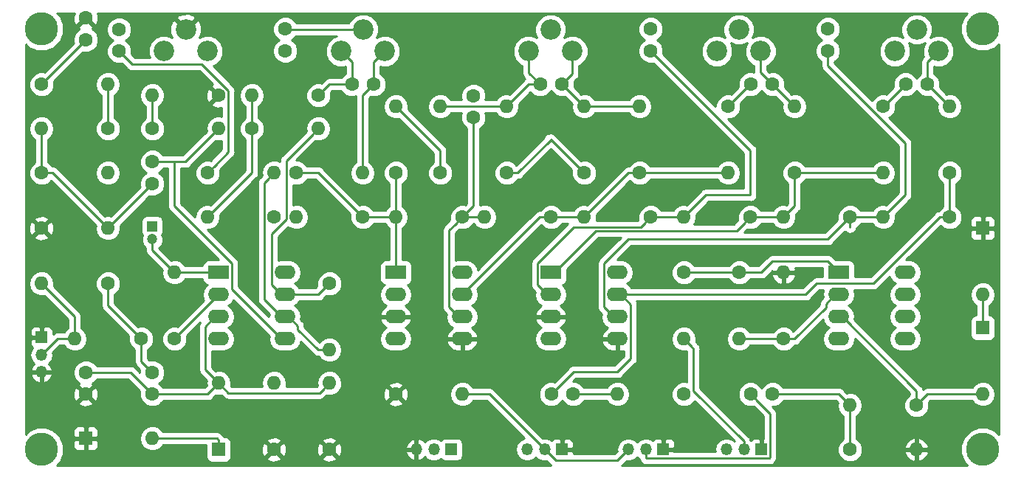
<source format=gbr>
G04 #@! TF.GenerationSoftware,KiCad,Pcbnew,(5.0.2-5-10.14)*
G04 #@! TF.CreationDate,2019-03-15T18:51:59-07:00*
G04 #@! TF.ProjectId,Pre-amp,5072652d-616d-4702-9e6b-696361645f70,rev?*
G04 #@! TF.SameCoordinates,Original*
G04 #@! TF.FileFunction,Copper,L1,Top*
G04 #@! TF.FilePolarity,Positive*
%FSLAX46Y46*%
G04 Gerber Fmt 4.6, Leading zero omitted, Abs format (unit mm)*
G04 Created by KiCad (PCBNEW (5.0.2-5-10.14)) date Friday, March 15, 2019 at 06:51:59 PM*
%MOMM*%
%LPD*%
G01*
G04 APERTURE LIST*
G04 #@! TA.AperFunction,ComponentPad*
%ADD10C,1.600000*%
G04 #@! TD*
G04 #@! TA.AperFunction,ComponentPad*
%ADD11R,1.200000X1.200000*%
G04 #@! TD*
G04 #@! TA.AperFunction,ComponentPad*
%ADD12C,1.200000*%
G04 #@! TD*
G04 #@! TA.AperFunction,ComponentPad*
%ADD13O,1.600000X1.600000*%
G04 #@! TD*
G04 #@! TA.AperFunction,ComponentPad*
%ADD14R,1.600000X1.600000*%
G04 #@! TD*
G04 #@! TA.AperFunction,ComponentPad*
%ADD15C,3.800000*%
G04 #@! TD*
G04 #@! TA.AperFunction,ComponentPad*
%ADD16O,1.350000X1.350000*%
G04 #@! TD*
G04 #@! TA.AperFunction,ComponentPad*
%ADD17R,1.350000X1.350000*%
G04 #@! TD*
G04 #@! TA.AperFunction,ComponentPad*
%ADD18C,2.340000*%
G04 #@! TD*
G04 #@! TA.AperFunction,ComponentPad*
%ADD19O,2.400000X1.600000*%
G04 #@! TD*
G04 #@! TA.AperFunction,ComponentPad*
%ADD20R,2.400000X1.600000*%
G04 #@! TD*
G04 #@! TA.AperFunction,Conductor*
%ADD21C,0.250000*%
G04 #@! TD*
G04 #@! TA.AperFunction,Conductor*
%ADD22C,0.254000*%
G04 #@! TD*
G04 APERTURE END LIST*
D10*
G04 #@! TO.P,C1,1*
G04 #@! TO.N,Net-(C1-Pad1)*
X66040000Y-92710000D03*
G04 #@! TO.P,C1,2*
G04 #@! TO.N,Net-(C1-Pad2)*
X66040000Y-90210000D03*
G04 #@! TD*
G04 #@! TO.P,C2,1*
G04 #@! TO.N,GND*
X58420000Y-92710000D03*
G04 #@! TO.P,C2,2*
G04 #@! TO.N,Net-(C1-Pad1)*
X58420000Y-90210000D03*
G04 #@! TD*
D11*
G04 #@! TO.P,C3,1*
G04 #@! TO.N,Net-(C3-Pad1)*
X66040000Y-73430000D03*
D12*
G04 #@! TO.P,C3,2*
G04 #@! TO.N,Net-(C3-Pad2)*
X66040000Y-74930000D03*
G04 #@! TD*
D10*
G04 #@! TO.P,C4,1*
G04 #@! TO.N,Net-(C4-Pad1)*
X58420000Y-52030000D03*
G04 #@! TO.P,C4,2*
G04 #@! TO.N,GND*
X58420000Y-49530000D03*
G04 #@! TD*
G04 #@! TO.P,C5,2*
G04 #@! TO.N,Net-(C5-Pad2)*
X66040000Y-66040000D03*
G04 #@! TO.P,C5,1*
G04 #@! TO.N,Net-(C5-Pad1)*
X66040000Y-68540000D03*
G04 #@! TD*
G04 #@! TO.P,C6,2*
G04 #@! TO.N,Net-(C6-Pad2)*
X62230000Y-50840000D03*
G04 #@! TO.P,C6,1*
G04 #@! TO.N,Net-(C6-Pad1)*
X62230000Y-53340000D03*
G04 #@! TD*
G04 #@! TO.P,C7,1*
G04 #@! TO.N,Net-(C7-Pad1)*
X91440000Y-57150000D03*
G04 #@! TO.P,C7,2*
G04 #@! TO.N,Net-(C7-Pad2)*
X88940000Y-57150000D03*
G04 #@! TD*
G04 #@! TO.P,C8,2*
G04 #@! TO.N,Net-(C8-Pad2)*
X81280000Y-53300000D03*
G04 #@! TO.P,C8,1*
G04 #@! TO.N,Net-(C8-Pad1)*
X81280000Y-50800000D03*
G04 #@! TD*
G04 #@! TO.P,C9,2*
G04 #@! TO.N,Net-(C9-Pad2)*
X110530000Y-57150000D03*
G04 #@! TO.P,C9,1*
G04 #@! TO.N,Net-(C9-Pad1)*
X113030000Y-57150000D03*
G04 #@! TD*
G04 #@! TO.P,C10,1*
G04 #@! TO.N,Net-(C10-Pad1)*
X102870000Y-58460000D03*
G04 #@! TO.P,C10,2*
G04 #@! TO.N,Net-(C10-Pad2)*
X102870000Y-60960000D03*
G04 #@! TD*
G04 #@! TO.P,C11,2*
G04 #@! TO.N,Net-(C11-Pad2)*
X134660000Y-57150000D03*
G04 #@! TO.P,C11,1*
G04 #@! TO.N,Net-(C11-Pad1)*
X137160000Y-57150000D03*
G04 #@! TD*
G04 #@! TO.P,C12,1*
G04 #@! TO.N,Net-(C12-Pad1)*
X123190000Y-50800000D03*
G04 #@! TO.P,C12,2*
G04 #@! TO.N,Net-(C12-Pad2)*
X123190000Y-53300000D03*
G04 #@! TD*
G04 #@! TO.P,C13,1*
G04 #@! TO.N,Net-(C13-Pad1)*
X154940000Y-57150000D03*
G04 #@! TO.P,C13,2*
G04 #@! TO.N,Net-(C13-Pad2)*
X152440000Y-57150000D03*
G04 #@! TD*
G04 #@! TO.P,C14,2*
G04 #@! TO.N,Net-(C14-Pad2)*
X143510000Y-53300000D03*
G04 #@! TO.P,C14,1*
G04 #@! TO.N,Net-(C14-Pad1)*
X143510000Y-50800000D03*
G04 #@! TD*
G04 #@! TO.P,C15,1*
G04 #@! TO.N,Net-(C15-Pad1)*
X114300000Y-92710000D03*
G04 #@! TO.P,C15,2*
G04 #@! TO.N,Net-(C15-Pad2)*
X111800000Y-92710000D03*
G04 #@! TD*
G04 #@! TO.P,C16,2*
G04 #@! TO.N,Net-(C16-Pad2)*
X137160000Y-92710000D03*
G04 #@! TO.P,C16,1*
G04 #@! TO.N,Net-(C16-Pad1)*
X134660000Y-92710000D03*
G04 #@! TD*
D13*
G04 #@! TO.P,D1,2*
G04 #@! TO.N,Net-(C1-Pad1)*
X73660000Y-91440000D03*
D14*
G04 #@! TO.P,D1,1*
G04 #@! TO.N,Net-(D1-Pad1)*
X73660000Y-99060000D03*
G04 #@! TD*
D13*
G04 #@! TO.P,D2,2*
G04 #@! TO.N,Net-(D1-Pad1)*
X66040000Y-97790000D03*
D14*
G04 #@! TO.P,D2,1*
G04 #@! TO.N,GND*
X58420000Y-97790000D03*
G04 #@! TD*
G04 #@! TO.P,D3,1*
G04 #@! TO.N,Net-(D3-Pad1)*
X161290000Y-85090000D03*
D13*
G04 #@! TO.P,D3,2*
G04 #@! TO.N,Net-(D3-Pad2)*
X161290000Y-92710000D03*
G04 #@! TD*
D14*
G04 #@! TO.P,D4,1*
G04 #@! TO.N,GND*
X161290000Y-73660000D03*
D13*
G04 #@! TO.P,D4,2*
G04 #@! TO.N,Net-(D3-Pad1)*
X161290000Y-81280000D03*
G04 #@! TD*
D15*
G04 #@! TO.P,H1,1*
G04 #@! TO.N,N/C*
X53340000Y-99060000D03*
G04 #@! TD*
G04 #@! TO.P,H2,1*
G04 #@! TO.N,N/C*
X53340000Y-50800000D03*
G04 #@! TD*
G04 #@! TO.P,H3,1*
G04 #@! TO.N,N/C*
X161290000Y-50800000D03*
G04 #@! TD*
G04 #@! TO.P,H4,1*
G04 #@! TO.N,N/C*
X161290000Y-99060000D03*
G04 #@! TD*
D16*
G04 #@! TO.P,J1,3*
G04 #@! TO.N,GND*
X53340000Y-90170000D03*
G04 #@! TO.P,J1,2*
G04 #@! TO.N,Net-(J1-Pad2)*
X53340000Y-88170000D03*
D17*
G04 #@! TO.P,J1,1*
G04 #@! TO.N,GND*
X53340000Y-86170000D03*
G04 #@! TD*
G04 #@! TO.P,J2,1*
G04 #@! TO.N,+15V*
X100330000Y-99060000D03*
D16*
G04 #@! TO.P,J2,2*
G04 #@! TO.N,-15V*
X98330000Y-99060000D03*
G04 #@! TO.P,J2,3*
G04 #@! TO.N,GND*
X96330000Y-99060000D03*
G04 #@! TD*
D17*
G04 #@! TO.P,J3,1*
G04 #@! TO.N,GND*
X113030000Y-99060000D03*
D16*
G04 #@! TO.P,J3,2*
G04 #@! TO.N,Net-(J3-Pad2)*
X111030000Y-99060000D03*
G04 #@! TO.P,J3,3*
G04 #@! TO.N,Net-(J3-Pad3)*
X109030000Y-99060000D03*
G04 #@! TD*
D17*
G04 #@! TO.P,J4,1*
G04 #@! TO.N,GND*
X124650000Y-99060000D03*
D16*
G04 #@! TO.P,J4,2*
G04 #@! TO.N,Net-(C16-Pad1)*
X122650000Y-99060000D03*
G04 #@! TO.P,J4,3*
G04 #@! TO.N,Net-(J3-Pad2)*
X120650000Y-99060000D03*
G04 #@! TD*
G04 #@! TO.P,J5,3*
G04 #@! TO.N,Net-(J5-Pad3)*
X131890000Y-99060000D03*
G04 #@! TO.P,J5,2*
G04 #@! TO.N,Net-(J5-Pad2)*
X133890000Y-99060000D03*
D17*
G04 #@! TO.P,J5,1*
G04 #@! TO.N,GND*
X135890000Y-99060000D03*
G04 #@! TD*
D13*
G04 #@! TO.P,R1,2*
G04 #@! TO.N,Net-(J1-Pad2)*
X57150000Y-86360000D03*
D10*
G04 #@! TO.P,R1,1*
G04 #@! TO.N,Net-(C1-Pad2)*
X64770000Y-86360000D03*
G04 #@! TD*
G04 #@! TO.P,R2,1*
G04 #@! TO.N,Net-(C1-Pad2)*
X60960000Y-80010000D03*
D13*
G04 #@! TO.P,R2,2*
G04 #@! TO.N,Net-(J1-Pad2)*
X53340000Y-80010000D03*
G04 #@! TD*
D10*
G04 #@! TO.P,R3,1*
G04 #@! TO.N,GND*
X86360000Y-99060000D03*
D13*
G04 #@! TO.P,R3,2*
G04 #@! TO.N,Net-(C1-Pad1)*
X86360000Y-91440000D03*
G04 #@! TD*
D10*
G04 #@! TO.P,R4,1*
G04 #@! TO.N,GND*
X80010000Y-99060000D03*
D13*
G04 #@! TO.P,R4,2*
G04 #@! TO.N,Net-(R4-Pad2)*
X80010000Y-91440000D03*
G04 #@! TD*
G04 #@! TO.P,R5,2*
G04 #@! TO.N,Net-(C3-Pad2)*
X68580000Y-78740000D03*
D10*
G04 #@! TO.P,R5,1*
G04 #@! TO.N,Net-(R4-Pad2)*
X68580000Y-86360000D03*
G04 #@! TD*
D13*
G04 #@! TO.P,R6,2*
G04 #@! TO.N,Net-(C3-Pad1)*
X60960000Y-67310000D03*
D10*
G04 #@! TO.P,R6,1*
G04 #@! TO.N,Net-(C5-Pad1)*
X53340000Y-67310000D03*
G04 #@! TD*
D13*
G04 #@! TO.P,R7,2*
G04 #@! TO.N,Net-(C5-Pad1)*
X60960000Y-73660000D03*
D10*
G04 #@! TO.P,R7,1*
G04 #@! TO.N,GND*
X53340000Y-73660000D03*
G04 #@! TD*
D13*
G04 #@! TO.P,R9,2*
G04 #@! TO.N,Net-(R8-Pad1)*
X60960000Y-57150000D03*
D10*
G04 #@! TO.P,R9,1*
G04 #@! TO.N,Net-(C4-Pad1)*
X53340000Y-57150000D03*
G04 #@! TD*
G04 #@! TO.P,R10,1*
G04 #@! TO.N,Net-(R10-Pad1)*
X66040000Y-62230000D03*
D13*
G04 #@! TO.P,R10,2*
G04 #@! TO.N,Net-(C5-Pad2)*
X73660000Y-62230000D03*
G04 #@! TD*
D10*
G04 #@! TO.P,R11,1*
G04 #@! TO.N,GND*
X73660000Y-58420000D03*
D13*
G04 #@! TO.P,R11,2*
G04 #@! TO.N,Net-(R10-Pad1)*
X66040000Y-58420000D03*
G04 #@! TD*
D10*
G04 #@! TO.P,R12,1*
G04 #@! TO.N,Net-(C6-Pad1)*
X72390000Y-67310000D03*
D13*
G04 #@! TO.P,R12,2*
G04 #@! TO.N,Net-(R12-Pad2)*
X80010000Y-67310000D03*
G04 #@! TD*
G04 #@! TO.P,R13,2*
G04 #@! TO.N,Net-(R12-Pad2)*
X86360000Y-87630000D03*
D10*
G04 #@! TO.P,R13,1*
G04 #@! TO.N,Net-(R13-Pad1)*
X86360000Y-80010000D03*
G04 #@! TD*
G04 #@! TO.P,R14,1*
G04 #@! TO.N,Net-(R14-Pad1)*
X77470000Y-62230000D03*
D13*
G04 #@! TO.P,R14,2*
G04 #@! TO.N,Net-(R13-Pad1)*
X85090000Y-62230000D03*
G04 #@! TD*
D10*
G04 #@! TO.P,R15,1*
G04 #@! TO.N,Net-(C7-Pad2)*
X85090000Y-58420000D03*
D13*
G04 #@! TO.P,R15,2*
G04 #@! TO.N,Net-(R14-Pad1)*
X77470000Y-58420000D03*
G04 #@! TD*
D10*
G04 #@! TO.P,R16,1*
G04 #@! TO.N,Net-(C8-Pad2)*
X80010000Y-72390000D03*
D13*
G04 #@! TO.P,R16,2*
G04 #@! TO.N,Net-(R14-Pad1)*
X72390000Y-72390000D03*
G04 #@! TD*
G04 #@! TO.P,R17,2*
G04 #@! TO.N,Net-(C8-Pad2)*
X82550000Y-72390000D03*
D10*
G04 #@! TO.P,R17,1*
G04 #@! TO.N,Net-(R17-Pad1)*
X90170000Y-72390000D03*
G04 #@! TD*
D13*
G04 #@! TO.P,R18,2*
G04 #@! TO.N,Net-(C7-Pad1)*
X90170000Y-67310000D03*
D10*
G04 #@! TO.P,R18,1*
G04 #@! TO.N,Net-(R17-Pad1)*
X82550000Y-67310000D03*
G04 #@! TD*
D13*
G04 #@! TO.P,R19,2*
G04 #@! TO.N,Net-(R19-Pad2)*
X93980000Y-59690000D03*
D10*
G04 #@! TO.P,R19,1*
G04 #@! TO.N,Net-(R17-Pad1)*
X93980000Y-67310000D03*
G04 #@! TD*
D13*
G04 #@! TO.P,R20,2*
G04 #@! TO.N,Net-(C9-Pad2)*
X99060000Y-59690000D03*
D10*
G04 #@! TO.P,R20,1*
G04 #@! TO.N,Net-(R19-Pad2)*
X99060000Y-67310000D03*
G04 #@! TD*
G04 #@! TO.P,R21,1*
G04 #@! TO.N,Net-(C10-Pad1)*
X106680000Y-67310000D03*
D13*
G04 #@! TO.P,R21,2*
G04 #@! TO.N,Net-(C9-Pad2)*
X106680000Y-59690000D03*
G04 #@! TD*
D10*
G04 #@! TO.P,R22,1*
G04 #@! TO.N,Net-(C10-Pad2)*
X101600000Y-72390000D03*
D13*
G04 #@! TO.P,R22,2*
G04 #@! TO.N,Net-(R17-Pad1)*
X93980000Y-72390000D03*
G04 #@! TD*
G04 #@! TO.P,R23,2*
G04 #@! TO.N,Net-(C9-Pad1)*
X115570000Y-59690000D03*
D10*
G04 #@! TO.P,R23,1*
G04 #@! TO.N,Net-(C10-Pad1)*
X115570000Y-67310000D03*
G04 #@! TD*
D13*
G04 #@! TO.P,R24,2*
G04 #@! TO.N,Net-(C10-Pad2)*
X104140000Y-72390000D03*
D10*
G04 #@! TO.P,R24,1*
G04 #@! TO.N,Net-(R24-Pad1)*
X111760000Y-72390000D03*
G04 #@! TD*
G04 #@! TO.P,R25,1*
G04 #@! TO.N,Net-(R24-Pad1)*
X121920000Y-67310000D03*
D13*
G04 #@! TO.P,R25,2*
G04 #@! TO.N,Net-(C9-Pad1)*
X121920000Y-59690000D03*
G04 #@! TD*
D10*
G04 #@! TO.P,R26,1*
G04 #@! TO.N,Net-(C11-Pad2)*
X132080000Y-59690000D03*
D13*
G04 #@! TO.P,R26,2*
G04 #@! TO.N,Net-(R24-Pad1)*
X132080000Y-67310000D03*
G04 #@! TD*
D10*
G04 #@! TO.P,R27,1*
G04 #@! TO.N,Net-(C12-Pad2)*
X123190000Y-72390000D03*
D13*
G04 #@! TO.P,R27,2*
G04 #@! TO.N,Net-(R24-Pad1)*
X115570000Y-72390000D03*
G04 #@! TD*
G04 #@! TO.P,R28,2*
G04 #@! TO.N,Net-(C12-Pad2)*
X127000000Y-72390000D03*
D10*
G04 #@! TO.P,R28,1*
G04 #@! TO.N,Net-(R28-Pad1)*
X134620000Y-72390000D03*
G04 #@! TD*
D13*
G04 #@! TO.P,R29,2*
G04 #@! TO.N,Net-(C11-Pad1)*
X139700000Y-59690000D03*
D10*
G04 #@! TO.P,R29,1*
G04 #@! TO.N,Net-(R28-Pad1)*
X139700000Y-67310000D03*
G04 #@! TD*
D13*
G04 #@! TO.P,R30,2*
G04 #@! TO.N,Net-(J5-Pad2)*
X127000000Y-86360000D03*
D10*
G04 #@! TO.P,R30,1*
G04 #@! TO.N,Net-(R30-Pad1)*
X127000000Y-78740000D03*
G04 #@! TD*
G04 #@! TO.P,R31,1*
G04 #@! TO.N,Net-(C13-Pad2)*
X149860000Y-59690000D03*
D13*
G04 #@! TO.P,R31,2*
G04 #@! TO.N,Net-(R28-Pad1)*
X149860000Y-67310000D03*
G04 #@! TD*
G04 #@! TO.P,R32,2*
G04 #@! TO.N,Net-(R32-Pad2)*
X133350000Y-86360000D03*
D10*
G04 #@! TO.P,R32,1*
G04 #@! TO.N,Net-(R30-Pad1)*
X133350000Y-78740000D03*
G04 #@! TD*
G04 #@! TO.P,R33,1*
G04 #@! TO.N,Net-(C14-Pad2)*
X146050000Y-72390000D03*
D13*
G04 #@! TO.P,R33,2*
G04 #@! TO.N,Net-(R28-Pad1)*
X138430000Y-72390000D03*
G04 #@! TD*
D10*
G04 #@! TO.P,R34,1*
G04 #@! TO.N,Net-(R32-Pad2)*
X138430000Y-86360000D03*
D13*
G04 #@! TO.P,R34,2*
G04 #@! TO.N,GND*
X138430000Y-78740000D03*
G04 #@! TD*
G04 #@! TO.P,R35,2*
G04 #@! TO.N,Net-(C13-Pad1)*
X157480000Y-59690000D03*
D10*
G04 #@! TO.P,R35,1*
G04 #@! TO.N,Net-(C15-Pad2)*
X157480000Y-67310000D03*
G04 #@! TD*
D13*
G04 #@! TO.P,R36,2*
G04 #@! TO.N,Net-(C14-Pad2)*
X149860000Y-72390000D03*
D10*
G04 #@! TO.P,R36,1*
G04 #@! TO.N,Net-(C15-Pad2)*
X157480000Y-72390000D03*
G04 #@! TD*
G04 #@! TO.P,R37,1*
G04 #@! TO.N,Net-(D3-Pad2)*
X153670000Y-93980000D03*
D13*
G04 #@! TO.P,R37,2*
G04 #@! TO.N,Net-(C16-Pad2)*
X146050000Y-93980000D03*
G04 #@! TD*
G04 #@! TO.P,R38,2*
G04 #@! TO.N,GND*
X153670000Y-99060000D03*
D10*
G04 #@! TO.P,R38,1*
G04 #@! TO.N,Net-(C16-Pad2)*
X146050000Y-99060000D03*
G04 #@! TD*
G04 #@! TO.P,R39,1*
G04 #@! TO.N,Net-(J3-Pad2)*
X127000000Y-92710000D03*
D13*
G04 #@! TO.P,R39,2*
G04 #@! TO.N,Net-(C15-Pad1)*
X119380000Y-92710000D03*
G04 #@! TD*
G04 #@! TO.P,R40,2*
G04 #@! TO.N,Net-(J3-Pad2)*
X101600000Y-92710000D03*
D10*
G04 #@! TO.P,R40,1*
G04 #@! TO.N,GND*
X93980000Y-92710000D03*
G04 #@! TD*
D18*
G04 #@! TO.P,RV1,3*
G04 #@! TO.N,Net-(C6-Pad2)*
X67390000Y-53340000D03*
G04 #@! TO.P,RV1,2*
G04 #@! TO.N,GND*
X69890000Y-50840000D03*
G04 #@! TO.P,RV1,1*
G04 #@! TO.N,Net-(R14-Pad1)*
X72390000Y-53340000D03*
G04 #@! TD*
G04 #@! TO.P,RV2,1*
G04 #@! TO.N,Net-(C7-Pad1)*
X92710000Y-53340000D03*
G04 #@! TO.P,RV2,2*
G04 #@! TO.N,Net-(C8-Pad1)*
X90210000Y-50840000D03*
G04 #@! TO.P,RV2,3*
G04 #@! TO.N,Net-(C7-Pad2)*
X87710000Y-53340000D03*
G04 #@! TD*
G04 #@! TO.P,RV3,3*
G04 #@! TO.N,Net-(C9-Pad2)*
X109220000Y-53340000D03*
G04 #@! TO.P,RV3,2*
G04 #@! TO.N,Net-(C10-Pad1)*
X111720000Y-50840000D03*
G04 #@! TO.P,RV3,1*
G04 #@! TO.N,Net-(C9-Pad1)*
X114220000Y-53340000D03*
G04 #@! TD*
G04 #@! TO.P,RV4,1*
G04 #@! TO.N,Net-(C11-Pad1)*
X135810000Y-53340000D03*
G04 #@! TO.P,RV4,2*
G04 #@! TO.N,Net-(C12-Pad1)*
X133310000Y-50840000D03*
G04 #@! TO.P,RV4,3*
G04 #@! TO.N,Net-(C11-Pad2)*
X130810000Y-53340000D03*
G04 #@! TD*
G04 #@! TO.P,RV5,3*
G04 #@! TO.N,Net-(C13-Pad2)*
X151210000Y-53340000D03*
G04 #@! TO.P,RV5,2*
G04 #@! TO.N,Net-(C14-Pad1)*
X153710000Y-50840000D03*
G04 #@! TO.P,RV5,1*
G04 #@! TO.N,Net-(C13-Pad1)*
X156210000Y-53340000D03*
G04 #@! TD*
D19*
G04 #@! TO.P,U1,8*
G04 #@! TO.N,+15V*
X81280000Y-78740000D03*
G04 #@! TO.P,U1,4*
G04 #@! TO.N,-15V*
X73660000Y-86360000D03*
G04 #@! TO.P,U1,7*
G04 #@! TO.N,Net-(R13-Pad1)*
X81280000Y-81280000D03*
G04 #@! TO.P,U1,3*
G04 #@! TO.N,Net-(C1-Pad1)*
X73660000Y-83820000D03*
G04 #@! TO.P,U1,6*
G04 #@! TO.N,Net-(R12-Pad2)*
X81280000Y-83820000D03*
G04 #@! TO.P,U1,2*
G04 #@! TO.N,Net-(R4-Pad2)*
X73660000Y-81280000D03*
G04 #@! TO.P,U1,5*
G04 #@! TO.N,Net-(C5-Pad2)*
X81280000Y-86360000D03*
D20*
G04 #@! TO.P,U1,1*
G04 #@! TO.N,Net-(C3-Pad2)*
X73660000Y-78740000D03*
G04 #@! TD*
G04 #@! TO.P,U2,1*
G04 #@! TO.N,Net-(R17-Pad1)*
X93980000Y-78740000D03*
D19*
G04 #@! TO.P,U2,5*
G04 #@! TO.N,GND*
X101600000Y-86360000D03*
G04 #@! TO.P,U2,2*
G04 #@! TO.N,Net-(C8-Pad2)*
X93980000Y-81280000D03*
G04 #@! TO.P,U2,6*
G04 #@! TO.N,Net-(C10-Pad2)*
X101600000Y-83820000D03*
G04 #@! TO.P,U2,3*
G04 #@! TO.N,GND*
X93980000Y-83820000D03*
G04 #@! TO.P,U2,7*
G04 #@! TO.N,Net-(R24-Pad1)*
X101600000Y-81280000D03*
G04 #@! TO.P,U2,4*
G04 #@! TO.N,-15V*
X93980000Y-86360000D03*
G04 #@! TO.P,U2,8*
G04 #@! TO.N,+15V*
X101600000Y-78740000D03*
G04 #@! TD*
G04 #@! TO.P,U3,8*
G04 #@! TO.N,+15V*
X119380000Y-78740000D03*
G04 #@! TO.P,U3,4*
G04 #@! TO.N,-15V*
X111760000Y-86360000D03*
G04 #@! TO.P,U3,7*
G04 #@! TO.N,Net-(C15-Pad2)*
X119380000Y-81280000D03*
G04 #@! TO.P,U3,3*
G04 #@! TO.N,GND*
X111760000Y-83820000D03*
G04 #@! TO.P,U3,6*
G04 #@! TO.N,Net-(C14-Pad2)*
X119380000Y-83820000D03*
G04 #@! TO.P,U3,2*
G04 #@! TO.N,Net-(C12-Pad2)*
X111760000Y-81280000D03*
G04 #@! TO.P,U3,5*
G04 #@! TO.N,GND*
X119380000Y-86360000D03*
D20*
G04 #@! TO.P,U3,1*
G04 #@! TO.N,Net-(R28-Pad1)*
X111760000Y-78740000D03*
G04 #@! TD*
G04 #@! TO.P,U4,1*
G04 #@! TO.N,Net-(R30-Pad1)*
X144780000Y-78740000D03*
D19*
G04 #@! TO.P,U4,5*
G04 #@! TO.N,Net-(U4-Pad5)*
X152400000Y-86360000D03*
G04 #@! TO.P,U4,2*
G04 #@! TO.N,Net-(R32-Pad2)*
X144780000Y-81280000D03*
G04 #@! TO.P,U4,6*
G04 #@! TO.N,Net-(U4-Pad6)*
X152400000Y-83820000D03*
G04 #@! TO.P,U4,3*
G04 #@! TO.N,Net-(D3-Pad2)*
X144780000Y-83820000D03*
G04 #@! TO.P,U4,7*
G04 #@! TO.N,Net-(U4-Pad7)*
X152400000Y-81280000D03*
G04 #@! TO.P,U4,4*
G04 #@! TO.N,-15V*
X144780000Y-86360000D03*
G04 #@! TO.P,U4,8*
G04 #@! TO.N,+15V*
X152400000Y-78740000D03*
G04 #@! TD*
D10*
G04 #@! TO.P,R8,1*
G04 #@! TO.N,Net-(R8-Pad1)*
X60960000Y-62230000D03*
D13*
G04 #@! TO.P,R8,2*
G04 #@! TO.N,Net-(C5-Pad1)*
X53340000Y-62230000D03*
G04 #@! TD*
D21*
G04 #@! TO.N,Net-(C1-Pad1)*
X63540000Y-90210000D02*
X66040000Y-92710000D01*
X58420000Y-90210000D02*
X63540000Y-90210000D01*
X72390000Y-92710000D02*
X73660000Y-91440000D01*
X66040000Y-92710000D02*
X72390000Y-92710000D01*
X72860001Y-90640001D02*
X73660000Y-91440000D01*
X72134990Y-89914990D02*
X72860001Y-90640001D01*
X72134990Y-84945010D02*
X72134990Y-89914990D01*
X73260000Y-83820000D02*
X72134990Y-84945010D01*
X73660000Y-83820000D02*
X73260000Y-83820000D01*
X85234999Y-92565001D02*
X85560001Y-92239999D01*
X74785001Y-92565001D02*
X85234999Y-92565001D01*
X85560001Y-92239999D02*
X86360000Y-91440000D01*
X73660000Y-91440000D02*
X74785001Y-92565001D01*
G04 #@! TO.N,Net-(C1-Pad2)*
X60960000Y-82550000D02*
X64770000Y-86360000D01*
X60960000Y-80010000D02*
X60960000Y-82550000D01*
X64770000Y-88940000D02*
X66040000Y-90210000D01*
X64770000Y-86360000D02*
X64770000Y-88940000D01*
G04 #@! TO.N,Net-(C3-Pad2)*
X66040000Y-76200000D02*
X68580000Y-78740000D01*
X66040000Y-74930000D02*
X66040000Y-76200000D01*
X68580000Y-78740000D02*
X73660000Y-78740000D01*
G04 #@! TO.N,Net-(C4-Pad1)*
X58420000Y-52070000D02*
X58420000Y-52030000D01*
X53340000Y-57150000D02*
X58420000Y-52070000D01*
G04 #@! TO.N,Net-(C5-Pad2)*
X69850000Y-66040000D02*
X73660000Y-62230000D01*
X75185001Y-80665001D02*
X75185001Y-77725001D01*
X80880000Y-86360000D02*
X75185001Y-80665001D01*
X81280000Y-86360000D02*
X80880000Y-86360000D01*
X68580000Y-71120000D02*
X68580000Y-66040000D01*
X75185001Y-77725001D02*
X68580000Y-71120000D01*
X68580000Y-66040000D02*
X69850000Y-66040000D01*
X66040000Y-66040000D02*
X68580000Y-66040000D01*
G04 #@! TO.N,Net-(C5-Pad1)*
X53340000Y-62230000D02*
X53340000Y-67310000D01*
X54610000Y-67310000D02*
X60960000Y-73660000D01*
X53340000Y-67310000D02*
X54610000Y-67310000D01*
X66040000Y-68580000D02*
X66040000Y-68540000D01*
X60960000Y-73660000D02*
X66040000Y-68580000D01*
G04 #@! TO.N,Net-(C6-Pad1)*
X73189999Y-66510001D02*
X72390000Y-67310000D01*
X74785001Y-64914999D02*
X73189999Y-66510001D01*
X74785001Y-57879999D02*
X74785001Y-64914999D01*
X71740003Y-54835001D02*
X74785001Y-57879999D01*
X63725001Y-54835001D02*
X71740003Y-54835001D01*
X62230000Y-53340000D02*
X63725001Y-54835001D01*
G04 #@! TO.N,Net-(C7-Pad1)*
X90170000Y-58420000D02*
X91440000Y-57150000D01*
X90170000Y-67310000D02*
X90170000Y-58420000D01*
X91440000Y-54610000D02*
X92710000Y-53340000D01*
X91440000Y-57150000D02*
X91440000Y-54610000D01*
G04 #@! TO.N,Net-(C7-Pad2)*
X88940000Y-54570000D02*
X87710000Y-53340000D01*
X88940000Y-57150000D02*
X88940000Y-54570000D01*
X86360000Y-57150000D02*
X85090000Y-58420000D01*
X88940000Y-57150000D02*
X86360000Y-57150000D01*
G04 #@! TO.N,Net-(C8-Pad1)*
X81320000Y-50840000D02*
X81280000Y-50800000D01*
X90210000Y-50840000D02*
X81320000Y-50840000D01*
G04 #@! TO.N,Net-(C9-Pad2)*
X109220000Y-55840000D02*
X110530000Y-57150000D01*
X109220000Y-53340000D02*
X109220000Y-55840000D01*
X109220000Y-57150000D02*
X106680000Y-59690000D01*
X110530000Y-57150000D02*
X109220000Y-57150000D01*
X102474998Y-59690000D02*
X99060000Y-59690000D01*
X106680000Y-59690000D02*
X102474998Y-59690000D01*
G04 #@! TO.N,Net-(C9-Pad1)*
X114220000Y-55960000D02*
X113030000Y-57150000D01*
X114220000Y-53340000D02*
X114220000Y-55960000D01*
X115570000Y-59690000D02*
X113030000Y-57150000D01*
X115570000Y-59690000D02*
X121920000Y-59690000D01*
G04 #@! TO.N,Net-(C10-Pad1)*
X111720000Y-63460000D02*
X115570000Y-67310000D01*
X106680000Y-67310000D02*
X107950000Y-67310000D01*
X107950000Y-67310000D02*
X111720000Y-63540000D01*
G04 #@! TO.N,Net-(C10-Pad2)*
X102870000Y-71120000D02*
X101600000Y-72390000D01*
X102870000Y-60960000D02*
X102870000Y-71120000D01*
X104140000Y-72390000D02*
X101600000Y-72390000D01*
X100074990Y-73915010D02*
X100800001Y-73189999D01*
X100074990Y-82694990D02*
X100074990Y-73915010D01*
X101200000Y-83820000D02*
X100074990Y-82694990D01*
X100800001Y-73189999D02*
X101600000Y-72390000D01*
X101600000Y-83820000D02*
X101200000Y-83820000D01*
G04 #@! TO.N,Net-(C11-Pad2)*
X134620000Y-57150000D02*
X134660000Y-57150000D01*
X132080000Y-59690000D02*
X134620000Y-57150000D01*
G04 #@! TO.N,Net-(C11-Pad1)*
X139700000Y-59690000D02*
X137160000Y-57150000D01*
X135810000Y-55800000D02*
X137160000Y-57150000D01*
X135810000Y-53340000D02*
X135810000Y-55800000D01*
G04 #@! TO.N,Net-(C12-Pad1)*
X123230000Y-50840000D02*
X123190000Y-50800000D01*
G04 #@! TO.N,Net-(C12-Pad2)*
X122390001Y-73189999D02*
X123190000Y-72390000D01*
X122064999Y-73515001D02*
X122390001Y-73189999D01*
X114399997Y-73515001D02*
X122064999Y-73515001D01*
X110234999Y-77679999D02*
X114399997Y-73515001D01*
X110234999Y-80154999D02*
X110234999Y-77679999D01*
X111360000Y-81280000D02*
X110234999Y-80154999D01*
X111760000Y-81280000D02*
X111360000Y-81280000D01*
X127000000Y-72390000D02*
X123190000Y-72390000D01*
X123190000Y-53300000D02*
X134620000Y-64730000D01*
X134620000Y-64730000D02*
X134620000Y-69850000D01*
X129540000Y-69850000D02*
X127000000Y-72390000D01*
X134620000Y-69850000D02*
X129540000Y-69850000D01*
G04 #@! TO.N,Net-(C13-Pad1)*
X157480000Y-59690000D02*
X154940000Y-57150000D01*
X154940000Y-54610000D02*
X156210000Y-53340000D01*
X154940000Y-57150000D02*
X154940000Y-54610000D01*
G04 #@! TO.N,Net-(C13-Pad2)*
X149900000Y-59690000D02*
X149860000Y-59690000D01*
X152440000Y-57150000D02*
X149900000Y-59690000D01*
G04 #@! TO.N,Net-(C14-Pad2)*
X143510000Y-55005002D02*
X152400000Y-63895002D01*
X143510000Y-53300000D02*
X143510000Y-55005002D01*
X152400000Y-69850000D02*
X149860000Y-72390000D01*
X152400000Y-63895002D02*
X152400000Y-69850000D01*
X149860000Y-72390000D02*
X146050000Y-72390000D01*
X146050000Y-73521370D02*
X146050000Y-72390000D01*
X117854990Y-82694990D02*
X117854990Y-77725010D01*
X118980000Y-83820000D02*
X117854990Y-82694990D01*
X119380000Y-83820000D02*
X118980000Y-83820000D01*
X117854990Y-77725010D02*
X120650000Y-74930000D01*
X143510000Y-74930000D02*
X146050000Y-72390000D01*
X120650000Y-74930000D02*
X143510000Y-74930000D01*
G04 #@! TO.N,Net-(C14-Pad1)*
X143550000Y-50840000D02*
X143510000Y-50800000D01*
G04 #@! TO.N,Net-(C15-Pad1)*
X119380000Y-92710000D02*
X114300000Y-92710000D01*
G04 #@! TO.N,Net-(C15-Pad2)*
X118980000Y-81280000D02*
X119380000Y-81280000D01*
X157480000Y-72390000D02*
X157480000Y-67310000D01*
X114340000Y-90170000D02*
X119380000Y-90170000D01*
X111800000Y-92710000D02*
X114340000Y-90170000D01*
X120905010Y-82405010D02*
X119780000Y-81280000D01*
X119780000Y-81280000D02*
X119380000Y-81280000D01*
X120905010Y-88644990D02*
X120905010Y-82405010D01*
X119380000Y-90170000D02*
X120905010Y-88644990D01*
X119380000Y-81280000D02*
X140970000Y-81280000D01*
X148728630Y-80010000D02*
X156348630Y-72390000D01*
X156348630Y-72390000D02*
X157480000Y-72390000D01*
X142240000Y-80010000D02*
X148728630Y-80010000D01*
X140970000Y-81280000D02*
X142240000Y-80010000D01*
G04 #@! TO.N,Net-(C16-Pad2)*
X144780000Y-92710000D02*
X146050000Y-93980000D01*
X137160000Y-92710000D02*
X144780000Y-92710000D01*
X146050000Y-99060000D02*
X146050000Y-93980000D01*
G04 #@! TO.N,Net-(C16-Pad1)*
X135459999Y-93509999D02*
X134660000Y-92710000D01*
X136890001Y-94940001D02*
X135459999Y-93509999D01*
X136890001Y-99995001D02*
X136890001Y-94940001D01*
X136825001Y-100060001D02*
X136890001Y-99995001D01*
X122695407Y-100060001D02*
X136825001Y-100060001D01*
X122650000Y-100014594D02*
X122695407Y-100060001D01*
X122650000Y-99060000D02*
X122650000Y-100014594D01*
G04 #@! TO.N,Net-(D1-Pad1)*
X73660000Y-98010000D02*
X73660000Y-99060000D01*
X73440000Y-97790000D02*
X73660000Y-98010000D01*
X66040000Y-97790000D02*
X73440000Y-97790000D01*
G04 #@! TO.N,Net-(D3-Pad1)*
X161290000Y-85090000D02*
X161290000Y-81280000D01*
G04 #@! TO.N,Net-(D3-Pad2)*
X154940000Y-92710000D02*
X153670000Y-93980000D01*
X161290000Y-92710000D02*
X154940000Y-92710000D01*
X145180000Y-83820000D02*
X144780000Y-83820000D01*
X153670000Y-92310000D02*
X145180000Y-83820000D01*
X153670000Y-93980000D02*
X153670000Y-92310000D01*
G04 #@! TO.N,Net-(J1-Pad2)*
X55150000Y-86360000D02*
X57150000Y-86360000D01*
X53340000Y-88170000D02*
X55150000Y-86360000D01*
X57150000Y-83820000D02*
X53340000Y-80010000D01*
X57150000Y-86360000D02*
X57150000Y-83820000D01*
G04 #@! TO.N,Net-(J3-Pad2)*
X104680000Y-92710000D02*
X111030000Y-99060000D01*
X101600000Y-92710000D02*
X104680000Y-92710000D01*
X119380000Y-100330000D02*
X119975001Y-99734999D01*
X112300000Y-100330000D02*
X119380000Y-100330000D01*
X119975001Y-99734999D02*
X120650000Y-99060000D01*
X111030000Y-99060000D02*
X112300000Y-100330000D01*
G04 #@! TO.N,Net-(J5-Pad2)*
X128125001Y-87485001D02*
X127799999Y-87159999D01*
X127799999Y-87159999D02*
X127000000Y-86360000D01*
X128125001Y-92340407D02*
X128125001Y-87485001D01*
X133890000Y-98105406D02*
X128125001Y-92340407D01*
X133890000Y-99060000D02*
X133890000Y-98105406D01*
G04 #@! TO.N,Net-(R4-Pad2)*
X73660000Y-81280000D02*
X68580000Y-86360000D01*
G04 #@! TO.N,Net-(R8-Pad1)*
X60960000Y-57150000D02*
X60960000Y-62230000D01*
G04 #@! TO.N,Net-(R10-Pad1)*
X66040000Y-58420000D02*
X66040000Y-62230000D01*
G04 #@! TO.N,Net-(R12-Pad2)*
X81680000Y-83820000D02*
X81280000Y-83820000D01*
X82730000Y-84870000D02*
X81680000Y-83820000D01*
X82730000Y-85270000D02*
X82730000Y-84870000D01*
X85090000Y-87630000D02*
X82730000Y-85270000D01*
X86360000Y-87630000D02*
X85090000Y-87630000D01*
X79210001Y-68109999D02*
X80010000Y-67310000D01*
X78884999Y-68435001D02*
X79210001Y-68109999D01*
X78884999Y-81824999D02*
X78884999Y-68435001D01*
X80880000Y-83820000D02*
X78884999Y-81824999D01*
X81280000Y-83820000D02*
X80880000Y-83820000D01*
G04 #@! TO.N,Net-(R13-Pad1)*
X81424999Y-72640003D02*
X81424999Y-65895001D01*
X84290001Y-63029999D02*
X85090000Y-62230000D01*
X79754990Y-74310012D02*
X81424999Y-72640003D01*
X79754990Y-80154990D02*
X79754990Y-74310012D01*
X80880000Y-81280000D02*
X79754990Y-80154990D01*
X81424999Y-65895001D02*
X84290001Y-63029999D01*
X81280000Y-81280000D02*
X80880000Y-81280000D01*
X85090000Y-81280000D02*
X86360000Y-80010000D01*
X81280000Y-81280000D02*
X85090000Y-81280000D01*
G04 #@! TO.N,Net-(R14-Pad1)*
X77470000Y-67310000D02*
X77470000Y-62230000D01*
X72390000Y-72390000D02*
X77470000Y-67310000D01*
X77470000Y-62230000D02*
X77470000Y-58420000D01*
G04 #@! TO.N,Net-(R17-Pad1)*
X93980000Y-72390000D02*
X90170000Y-72390000D01*
X85090000Y-67310000D02*
X90170000Y-72390000D01*
X82550000Y-67310000D02*
X85090000Y-67310000D01*
X93980000Y-67310000D02*
X93980000Y-72390000D01*
X93980000Y-72390000D02*
X93980000Y-78740000D01*
G04 #@! TO.N,Net-(R19-Pad2)*
X99060000Y-64770000D02*
X93980000Y-59690000D01*
X99060000Y-67310000D02*
X99060000Y-64770000D01*
G04 #@! TO.N,Net-(R24-Pad1)*
X132080000Y-67310000D02*
X121920000Y-67310000D01*
X120650000Y-67310000D02*
X115570000Y-72390000D01*
X121920000Y-67310000D02*
X120650000Y-67310000D01*
X115570000Y-72390000D02*
X111760000Y-72390000D01*
X110490000Y-72390000D02*
X105410000Y-77470000D01*
X111760000Y-72390000D02*
X110490000Y-72390000D01*
X105410000Y-77470000D02*
X101600000Y-81280000D01*
G04 #@! TO.N,Net-(R28-Pad1)*
X149860000Y-67310000D02*
X139700000Y-67310000D01*
X139700000Y-71120000D02*
X138430000Y-72390000D01*
X139700000Y-67310000D02*
X139700000Y-71120000D01*
X138430000Y-72390000D02*
X134620000Y-72390000D01*
X133820001Y-73189999D02*
X134620000Y-72390000D01*
X133044989Y-73965011D02*
X133820001Y-73189999D01*
X116934989Y-73965011D02*
X133044989Y-73965011D01*
X112160000Y-78740000D02*
X116934989Y-73965011D01*
X111760000Y-78740000D02*
X112160000Y-78740000D01*
G04 #@! TO.N,Net-(R30-Pad1)*
X133350000Y-78740000D02*
X127000000Y-78740000D01*
X133350000Y-78740000D02*
X135890000Y-78740000D01*
X135890000Y-78740000D02*
X137160000Y-77470000D01*
X137160000Y-77470000D02*
X143510000Y-77470000D01*
X143510000Y-77470000D02*
X144780000Y-78740000D01*
G04 #@! TO.N,Net-(R32-Pad2)*
X143330000Y-82330000D02*
X144380000Y-81280000D01*
X143330000Y-82730000D02*
X143330000Y-82330000D01*
X144380000Y-81280000D02*
X144780000Y-81280000D01*
X139700000Y-86360000D02*
X143330000Y-82730000D01*
X138430000Y-86360000D02*
X139700000Y-86360000D01*
X133350000Y-86360000D02*
X138430000Y-86360000D01*
G04 #@! TD*
D22*
G04 #@! TO.N,GND*
G36*
X56973035Y-49313223D02*
X57000222Y-49883454D01*
X57166136Y-50284005D01*
X57412255Y-50358139D01*
X58240395Y-49530000D01*
X58226252Y-49515858D01*
X58405858Y-49336253D01*
X58420000Y-49350395D01*
X58434143Y-49336253D01*
X58613748Y-49515858D01*
X58599605Y-49530000D01*
X59427745Y-50358139D01*
X59673864Y-50284005D01*
X59866965Y-49746777D01*
X59839778Y-49176546D01*
X59754224Y-48970000D01*
X159534968Y-48970000D01*
X159140930Y-49364038D01*
X158755000Y-50295757D01*
X158755000Y-51304243D01*
X159140930Y-52235962D01*
X159854038Y-52949070D01*
X160785757Y-53335000D01*
X161794243Y-53335000D01*
X162725962Y-52949070D01*
X163120000Y-52555032D01*
X163120001Y-97304969D01*
X162725962Y-96910930D01*
X161794243Y-96525000D01*
X160785757Y-96525000D01*
X159854038Y-96910930D01*
X159140930Y-97624038D01*
X158755000Y-98555757D01*
X158755000Y-99564243D01*
X159140930Y-100495962D01*
X159534968Y-100890000D01*
X119909863Y-100890000D01*
X119927929Y-100877929D01*
X119970330Y-100814471D01*
X120432418Y-100352384D01*
X120520978Y-100370000D01*
X120779022Y-100370000D01*
X121161136Y-100293993D01*
X121594457Y-100004457D01*
X121650000Y-99921331D01*
X121705543Y-100004457D01*
X121898778Y-100133573D01*
X121934097Y-100311131D01*
X122056955Y-100495000D01*
X122102072Y-100562523D01*
X122129290Y-100580709D01*
X122147478Y-100607930D01*
X122398870Y-100775905D01*
X122620555Y-100820001D01*
X122620559Y-100820001D01*
X122695406Y-100834889D01*
X122770253Y-100820001D01*
X136750154Y-100820001D01*
X136825001Y-100834889D01*
X136899848Y-100820001D01*
X136899853Y-100820001D01*
X137121538Y-100775905D01*
X137372930Y-100607930D01*
X137398965Y-100568965D01*
X137437930Y-100542930D01*
X137605905Y-100291538D01*
X137650001Y-100069853D01*
X137650001Y-100069848D01*
X137664889Y-99995001D01*
X137650001Y-99920154D01*
X137650001Y-95014847D01*
X137664889Y-94940000D01*
X137650001Y-94865153D01*
X137650001Y-94865149D01*
X137605905Y-94643464D01*
X137437930Y-94392072D01*
X137374474Y-94349672D01*
X137169802Y-94145000D01*
X137445439Y-94145000D01*
X137972862Y-93926534D01*
X138376534Y-93522862D01*
X138398430Y-93470000D01*
X144465199Y-93470000D01*
X144651312Y-93656113D01*
X144586887Y-93980000D01*
X144698260Y-94539909D01*
X145015423Y-95014577D01*
X145290001Y-95198044D01*
X145290000Y-97821570D01*
X145237138Y-97843466D01*
X144833466Y-98247138D01*
X144615000Y-98774561D01*
X144615000Y-99345439D01*
X144833466Y-99872862D01*
X145237138Y-100276534D01*
X145764561Y-100495000D01*
X146335439Y-100495000D01*
X146862862Y-100276534D01*
X147266534Y-99872862D01*
X147458655Y-99409039D01*
X152278096Y-99409039D01*
X152438959Y-99797423D01*
X152814866Y-100212389D01*
X153320959Y-100451914D01*
X153543000Y-100330629D01*
X153543000Y-99187000D01*
X153797000Y-99187000D01*
X153797000Y-100330629D01*
X154019041Y-100451914D01*
X154525134Y-100212389D01*
X154901041Y-99797423D01*
X155061904Y-99409039D01*
X154939915Y-99187000D01*
X153797000Y-99187000D01*
X153543000Y-99187000D01*
X152400085Y-99187000D01*
X152278096Y-99409039D01*
X147458655Y-99409039D01*
X147485000Y-99345439D01*
X147485000Y-98774561D01*
X147458656Y-98710961D01*
X152278096Y-98710961D01*
X152400085Y-98933000D01*
X153543000Y-98933000D01*
X153543000Y-97789371D01*
X153797000Y-97789371D01*
X153797000Y-98933000D01*
X154939915Y-98933000D01*
X155061904Y-98710961D01*
X154901041Y-98322577D01*
X154525134Y-97907611D01*
X154019041Y-97668086D01*
X153797000Y-97789371D01*
X153543000Y-97789371D01*
X153320959Y-97668086D01*
X152814866Y-97907611D01*
X152438959Y-98322577D01*
X152278096Y-98710961D01*
X147458656Y-98710961D01*
X147266534Y-98247138D01*
X146862862Y-97843466D01*
X146810000Y-97821570D01*
X146810000Y-95198043D01*
X147084577Y-95014577D01*
X147401740Y-94539909D01*
X147513113Y-93980000D01*
X147401740Y-93420091D01*
X147084577Y-92945423D01*
X146609909Y-92628260D01*
X146191333Y-92545000D01*
X145908667Y-92545000D01*
X145726114Y-92581312D01*
X145370331Y-92225530D01*
X145327929Y-92162071D01*
X145076537Y-91994096D01*
X144854852Y-91950000D01*
X144854847Y-91950000D01*
X144780000Y-91935112D01*
X144705153Y-91950000D01*
X138398430Y-91950000D01*
X138376534Y-91897138D01*
X137972862Y-91493466D01*
X137445439Y-91275000D01*
X136874561Y-91275000D01*
X136347138Y-91493466D01*
X135943466Y-91897138D01*
X135910000Y-91977932D01*
X135876534Y-91897138D01*
X135472862Y-91493466D01*
X134945439Y-91275000D01*
X134374561Y-91275000D01*
X133847138Y-91493466D01*
X133443466Y-91897138D01*
X133225000Y-92424561D01*
X133225000Y-92995439D01*
X133443466Y-93522862D01*
X133847138Y-93926534D01*
X134374561Y-94145000D01*
X134945439Y-94145000D01*
X134998302Y-94123103D01*
X136130002Y-95254804D01*
X136130001Y-97795749D01*
X136017000Y-97908750D01*
X136017000Y-98933000D01*
X136037000Y-98933000D01*
X136037000Y-99187000D01*
X136017000Y-99187000D01*
X136017000Y-99207000D01*
X135763000Y-99207000D01*
X135763000Y-99187000D01*
X135743000Y-99187000D01*
X135743000Y-98933000D01*
X135763000Y-98933000D01*
X135763000Y-97908750D01*
X135604250Y-97750000D01*
X135088690Y-97750000D01*
X134855301Y-97846673D01*
X134685777Y-98016198D01*
X134641223Y-97986428D01*
X134605904Y-97808869D01*
X134605904Y-97808868D01*
X134480329Y-97620933D01*
X134437929Y-97557477D01*
X134374473Y-97515077D01*
X128885001Y-92025606D01*
X128885001Y-87559847D01*
X128899889Y-87485000D01*
X128885001Y-87410153D01*
X128885001Y-87410149D01*
X128840905Y-87188464D01*
X128672930Y-86937072D01*
X128609471Y-86894670D01*
X128398688Y-86683887D01*
X128463113Y-86360000D01*
X128351740Y-85800091D01*
X128034577Y-85325423D01*
X127559909Y-85008260D01*
X127141333Y-84925000D01*
X126858667Y-84925000D01*
X126440091Y-85008260D01*
X125965423Y-85325423D01*
X125648260Y-85800091D01*
X125536887Y-86360000D01*
X125648260Y-86919909D01*
X125965423Y-87394577D01*
X126440091Y-87711740D01*
X126858667Y-87795000D01*
X127141333Y-87795000D01*
X127323887Y-87758688D01*
X127365002Y-87799803D01*
X127365001Y-91307956D01*
X127285439Y-91275000D01*
X126714561Y-91275000D01*
X126187138Y-91493466D01*
X125783466Y-91897138D01*
X125565000Y-92424561D01*
X125565000Y-92995439D01*
X125783466Y-93522862D01*
X126187138Y-93926534D01*
X126714561Y-94145000D01*
X127285439Y-94145000D01*
X127812862Y-93926534D01*
X128216534Y-93522862D01*
X128221256Y-93511463D01*
X132806967Y-98097174D01*
X132401136Y-97826007D01*
X132019022Y-97750000D01*
X131760978Y-97750000D01*
X131378864Y-97826007D01*
X130945543Y-98115543D01*
X130656007Y-98548864D01*
X130554336Y-99060000D01*
X130602075Y-99300001D01*
X125914251Y-99300001D01*
X125801250Y-99187000D01*
X124777000Y-99187000D01*
X124777000Y-99207000D01*
X124523000Y-99207000D01*
X124523000Y-99187000D01*
X124503000Y-99187000D01*
X124503000Y-98933000D01*
X124523000Y-98933000D01*
X124523000Y-97908750D01*
X124777000Y-97908750D01*
X124777000Y-98933000D01*
X125801250Y-98933000D01*
X125960000Y-98774250D01*
X125960000Y-98258691D01*
X125863327Y-98025302D01*
X125684699Y-97846673D01*
X125451310Y-97750000D01*
X124935750Y-97750000D01*
X124777000Y-97908750D01*
X124523000Y-97908750D01*
X124364250Y-97750000D01*
X123848690Y-97750000D01*
X123615301Y-97846673D01*
X123445777Y-98016198D01*
X123161136Y-97826007D01*
X122779022Y-97750000D01*
X122520978Y-97750000D01*
X122138864Y-97826007D01*
X121705543Y-98115543D01*
X121650000Y-98198669D01*
X121594457Y-98115543D01*
X121161136Y-97826007D01*
X120779022Y-97750000D01*
X120520978Y-97750000D01*
X120138864Y-97826007D01*
X119705543Y-98115543D01*
X119416007Y-98548864D01*
X119314336Y-99060000D01*
X119357616Y-99277582D01*
X119065198Y-99570000D01*
X114340000Y-99570000D01*
X114340000Y-99345750D01*
X114181250Y-99187000D01*
X113157000Y-99187000D01*
X113157000Y-99207000D01*
X112903000Y-99207000D01*
X112903000Y-99187000D01*
X112883000Y-99187000D01*
X112883000Y-98933000D01*
X112903000Y-98933000D01*
X112903000Y-97908750D01*
X113157000Y-97908750D01*
X113157000Y-98933000D01*
X114181250Y-98933000D01*
X114340000Y-98774250D01*
X114340000Y-98258691D01*
X114243327Y-98025302D01*
X114064699Y-97846673D01*
X113831310Y-97750000D01*
X113315750Y-97750000D01*
X113157000Y-97908750D01*
X112903000Y-97908750D01*
X112744250Y-97750000D01*
X112228690Y-97750000D01*
X111995301Y-97846673D01*
X111825777Y-98016198D01*
X111541136Y-97826007D01*
X111159022Y-97750000D01*
X110900978Y-97750000D01*
X110812418Y-97767616D01*
X105270331Y-92225530D01*
X105227929Y-92162071D01*
X104976537Y-91994096D01*
X104754852Y-91950000D01*
X104754847Y-91950000D01*
X104680000Y-91935112D01*
X104605153Y-91950000D01*
X102818043Y-91950000D01*
X102634577Y-91675423D01*
X102159909Y-91358260D01*
X101741333Y-91275000D01*
X101458667Y-91275000D01*
X101040091Y-91358260D01*
X100565423Y-91675423D01*
X100248260Y-92150091D01*
X100136887Y-92710000D01*
X100248260Y-93269909D01*
X100565423Y-93744577D01*
X101040091Y-94061740D01*
X101458667Y-94145000D01*
X101741333Y-94145000D01*
X102159909Y-94061740D01*
X102634577Y-93744577D01*
X102818043Y-93470000D01*
X104365199Y-93470000D01*
X108687635Y-97792436D01*
X108518864Y-97826007D01*
X108085543Y-98115543D01*
X107796007Y-98548864D01*
X107694336Y-99060000D01*
X107796007Y-99571136D01*
X108085543Y-100004457D01*
X108518864Y-100293993D01*
X108900978Y-100370000D01*
X109159022Y-100370000D01*
X109541136Y-100293993D01*
X109974457Y-100004457D01*
X110030000Y-99921331D01*
X110085543Y-100004457D01*
X110518864Y-100293993D01*
X110900978Y-100370000D01*
X111159022Y-100370000D01*
X111247583Y-100352384D01*
X111709671Y-100814473D01*
X111752071Y-100877929D01*
X111770137Y-100890000D01*
X55095032Y-100890000D01*
X55489070Y-100495962D01*
X55875000Y-99564243D01*
X55875000Y-98555757D01*
X55676175Y-98075750D01*
X56985000Y-98075750D01*
X56985000Y-98716310D01*
X57081673Y-98949699D01*
X57260302Y-99128327D01*
X57493691Y-99225000D01*
X58134250Y-99225000D01*
X58293000Y-99066250D01*
X58293000Y-97917000D01*
X58547000Y-97917000D01*
X58547000Y-99066250D01*
X58705750Y-99225000D01*
X59346309Y-99225000D01*
X59579698Y-99128327D01*
X59758327Y-98949699D01*
X59855000Y-98716310D01*
X59855000Y-98075750D01*
X59696250Y-97917000D01*
X58547000Y-97917000D01*
X58293000Y-97917000D01*
X57143750Y-97917000D01*
X56985000Y-98075750D01*
X55676175Y-98075750D01*
X55557814Y-97790000D01*
X64576887Y-97790000D01*
X64688260Y-98349909D01*
X65005423Y-98824577D01*
X65480091Y-99141740D01*
X65898667Y-99225000D01*
X66181333Y-99225000D01*
X66599909Y-99141740D01*
X67074577Y-98824577D01*
X67258043Y-98550000D01*
X72212560Y-98550000D01*
X72212560Y-99860000D01*
X72261843Y-100107765D01*
X72402191Y-100317809D01*
X72612235Y-100458157D01*
X72860000Y-100507440D01*
X74460000Y-100507440D01*
X74707765Y-100458157D01*
X74917809Y-100317809D01*
X75058157Y-100107765D01*
X75066117Y-100067745D01*
X79181861Y-100067745D01*
X79255995Y-100313864D01*
X79793223Y-100506965D01*
X80363454Y-100479778D01*
X80764005Y-100313864D01*
X80838139Y-100067745D01*
X85531861Y-100067745D01*
X85605995Y-100313864D01*
X86143223Y-100506965D01*
X86713454Y-100479778D01*
X87114005Y-100313864D01*
X87188139Y-100067745D01*
X86360000Y-99239605D01*
X85531861Y-100067745D01*
X80838139Y-100067745D01*
X80010000Y-99239605D01*
X79181861Y-100067745D01*
X75066117Y-100067745D01*
X75107440Y-99860000D01*
X75107440Y-98843223D01*
X78563035Y-98843223D01*
X78590222Y-99413454D01*
X78756136Y-99814005D01*
X79002255Y-99888139D01*
X79830395Y-99060000D01*
X80189605Y-99060000D01*
X81017745Y-99888139D01*
X81263864Y-99814005D01*
X81456965Y-99276777D01*
X81436295Y-98843223D01*
X84913035Y-98843223D01*
X84940222Y-99413454D01*
X85106136Y-99814005D01*
X85352255Y-99888139D01*
X86180395Y-99060000D01*
X86539605Y-99060000D01*
X87367745Y-99888139D01*
X87613864Y-99814005D01*
X87766483Y-99389402D01*
X95062080Y-99389402D01*
X95284651Y-99849540D01*
X95666367Y-100189478D01*
X96000600Y-100327910D01*
X96203000Y-100204224D01*
X96203000Y-99187000D01*
X95184910Y-99187000D01*
X95062080Y-99389402D01*
X87766483Y-99389402D01*
X87806965Y-99276777D01*
X87780925Y-98730598D01*
X95062080Y-98730598D01*
X95184910Y-98933000D01*
X96203000Y-98933000D01*
X96203000Y-97915776D01*
X96457000Y-97915776D01*
X96457000Y-98933000D01*
X96477000Y-98933000D01*
X96477000Y-99187000D01*
X96457000Y-99187000D01*
X96457000Y-100204224D01*
X96659400Y-100327910D01*
X96993633Y-100189478D01*
X97316844Y-99901642D01*
X97385543Y-100004457D01*
X97818864Y-100293993D01*
X98200978Y-100370000D01*
X98459022Y-100370000D01*
X98841136Y-100293993D01*
X99134032Y-100098286D01*
X99197191Y-100192809D01*
X99407235Y-100333157D01*
X99655000Y-100382440D01*
X101005000Y-100382440D01*
X101252765Y-100333157D01*
X101462809Y-100192809D01*
X101603157Y-99982765D01*
X101652440Y-99735000D01*
X101652440Y-98385000D01*
X101603157Y-98137235D01*
X101462809Y-97927191D01*
X101252765Y-97786843D01*
X101005000Y-97737560D01*
X99655000Y-97737560D01*
X99407235Y-97786843D01*
X99197191Y-97927191D01*
X99134032Y-98021714D01*
X98841136Y-97826007D01*
X98459022Y-97750000D01*
X98200978Y-97750000D01*
X97818864Y-97826007D01*
X97385543Y-98115543D01*
X97316844Y-98218358D01*
X96993633Y-97930522D01*
X96659400Y-97792090D01*
X96457000Y-97915776D01*
X96203000Y-97915776D01*
X96000600Y-97792090D01*
X95666367Y-97930522D01*
X95284651Y-98270460D01*
X95062080Y-98730598D01*
X87780925Y-98730598D01*
X87779778Y-98706546D01*
X87613864Y-98305995D01*
X87367745Y-98231861D01*
X86539605Y-99060000D01*
X86180395Y-99060000D01*
X85352255Y-98231861D01*
X85106136Y-98305995D01*
X84913035Y-98843223D01*
X81436295Y-98843223D01*
X81429778Y-98706546D01*
X81263864Y-98305995D01*
X81017745Y-98231861D01*
X80189605Y-99060000D01*
X79830395Y-99060000D01*
X79002255Y-98231861D01*
X78756136Y-98305995D01*
X78563035Y-98843223D01*
X75107440Y-98843223D01*
X75107440Y-98260000D01*
X75066118Y-98052255D01*
X79181861Y-98052255D01*
X80010000Y-98880395D01*
X80838139Y-98052255D01*
X85531861Y-98052255D01*
X86360000Y-98880395D01*
X87188139Y-98052255D01*
X87114005Y-97806136D01*
X86576777Y-97613035D01*
X86006546Y-97640222D01*
X85605995Y-97806136D01*
X85531861Y-98052255D01*
X80838139Y-98052255D01*
X80764005Y-97806136D01*
X80226777Y-97613035D01*
X79656546Y-97640222D01*
X79255995Y-97806136D01*
X79181861Y-98052255D01*
X75066118Y-98052255D01*
X75058157Y-98012235D01*
X74917809Y-97802191D01*
X74707765Y-97661843D01*
X74460000Y-97612560D01*
X74308483Y-97612560D01*
X74207929Y-97462071D01*
X74144470Y-97419669D01*
X74030331Y-97305530D01*
X73987929Y-97242071D01*
X73736537Y-97074096D01*
X73514852Y-97030000D01*
X73514847Y-97030000D01*
X73440000Y-97015112D01*
X73365153Y-97030000D01*
X67258043Y-97030000D01*
X67074577Y-96755423D01*
X66599909Y-96438260D01*
X66181333Y-96355000D01*
X65898667Y-96355000D01*
X65480091Y-96438260D01*
X65005423Y-96755423D01*
X64688260Y-97230091D01*
X64576887Y-97790000D01*
X55557814Y-97790000D01*
X55489070Y-97624038D01*
X54775962Y-96910930D01*
X54661915Y-96863690D01*
X56985000Y-96863690D01*
X56985000Y-97504250D01*
X57143750Y-97663000D01*
X58293000Y-97663000D01*
X58293000Y-96513750D01*
X58547000Y-96513750D01*
X58547000Y-97663000D01*
X59696250Y-97663000D01*
X59855000Y-97504250D01*
X59855000Y-96863690D01*
X59758327Y-96630301D01*
X59579698Y-96451673D01*
X59346309Y-96355000D01*
X58705750Y-96355000D01*
X58547000Y-96513750D01*
X58293000Y-96513750D01*
X58134250Y-96355000D01*
X57493691Y-96355000D01*
X57260302Y-96451673D01*
X57081673Y-96630301D01*
X56985000Y-96863690D01*
X54661915Y-96863690D01*
X53844243Y-96525000D01*
X52835757Y-96525000D01*
X51904038Y-96910930D01*
X51510000Y-97304968D01*
X51510000Y-93717745D01*
X57591861Y-93717745D01*
X57665995Y-93963864D01*
X58203223Y-94156965D01*
X58773454Y-94129778D01*
X59174005Y-93963864D01*
X59248139Y-93717745D01*
X58420000Y-92889605D01*
X57591861Y-93717745D01*
X51510000Y-93717745D01*
X51510000Y-92493223D01*
X56973035Y-92493223D01*
X57000222Y-93063454D01*
X57166136Y-93464005D01*
X57412255Y-93538139D01*
X58240395Y-92710000D01*
X58599605Y-92710000D01*
X59427745Y-93538139D01*
X59673864Y-93464005D01*
X59866965Y-92926777D01*
X59839778Y-92356546D01*
X59673864Y-91955995D01*
X59427745Y-91881861D01*
X58599605Y-92710000D01*
X58240395Y-92710000D01*
X57412255Y-91881861D01*
X57166136Y-91955995D01*
X56973035Y-92493223D01*
X51510000Y-92493223D01*
X51510000Y-90499400D01*
X52072090Y-90499400D01*
X52210522Y-90833633D01*
X52550460Y-91215349D01*
X53010598Y-91437920D01*
X53213000Y-91315090D01*
X53213000Y-90297000D01*
X53467000Y-90297000D01*
X53467000Y-91315090D01*
X53669402Y-91437920D01*
X54129540Y-91215349D01*
X54469478Y-90833633D01*
X54607910Y-90499400D01*
X54484224Y-90297000D01*
X53467000Y-90297000D01*
X53213000Y-90297000D01*
X52195776Y-90297000D01*
X52072090Y-90499400D01*
X51510000Y-90499400D01*
X51510000Y-85368690D01*
X52030000Y-85368690D01*
X52030000Y-85884250D01*
X52188750Y-86043000D01*
X53213000Y-86043000D01*
X53213000Y-85018750D01*
X53054250Y-84860000D01*
X52538691Y-84860000D01*
X52305302Y-84956673D01*
X52126673Y-85135301D01*
X52030000Y-85368690D01*
X51510000Y-85368690D01*
X51510000Y-80010000D01*
X51876887Y-80010000D01*
X51988260Y-80569909D01*
X52305423Y-81044577D01*
X52780091Y-81361740D01*
X53198667Y-81445000D01*
X53481333Y-81445000D01*
X53663887Y-81408688D01*
X56390001Y-84134803D01*
X56390000Y-85141956D01*
X56115423Y-85325423D01*
X55931957Y-85600000D01*
X55224848Y-85600000D01*
X55150000Y-85585112D01*
X55075152Y-85600000D01*
X55075148Y-85600000D01*
X54853463Y-85644096D01*
X54650000Y-85780046D01*
X54650000Y-85368690D01*
X54553327Y-85135301D01*
X54374698Y-84956673D01*
X54141309Y-84860000D01*
X53625750Y-84860000D01*
X53467000Y-85018750D01*
X53467000Y-86043000D01*
X53487000Y-86043000D01*
X53487000Y-86297000D01*
X53467000Y-86297000D01*
X53467000Y-86317000D01*
X53213000Y-86317000D01*
X53213000Y-86297000D01*
X52188750Y-86297000D01*
X52030000Y-86455750D01*
X52030000Y-86971310D01*
X52126673Y-87204699D01*
X52296198Y-87374223D01*
X52106007Y-87658864D01*
X52004336Y-88170000D01*
X52106007Y-88681136D01*
X52395543Y-89114457D01*
X52498358Y-89183156D01*
X52210522Y-89506367D01*
X52072090Y-89840600D01*
X52195776Y-90043000D01*
X53213000Y-90043000D01*
X53213000Y-90023000D01*
X53467000Y-90023000D01*
X53467000Y-90043000D01*
X54484224Y-90043000D01*
X54607910Y-89840600D01*
X54469478Y-89506367D01*
X54181642Y-89183156D01*
X54284457Y-89114457D01*
X54573993Y-88681136D01*
X54675664Y-88170000D01*
X54632384Y-87952417D01*
X55464802Y-87120000D01*
X55931957Y-87120000D01*
X56115423Y-87394577D01*
X56590091Y-87711740D01*
X57008667Y-87795000D01*
X57291333Y-87795000D01*
X57709909Y-87711740D01*
X58184577Y-87394577D01*
X58501740Y-86919909D01*
X58613113Y-86360000D01*
X58501740Y-85800091D01*
X58184577Y-85325423D01*
X57910000Y-85141957D01*
X57910000Y-83894848D01*
X57924888Y-83820000D01*
X57910000Y-83745152D01*
X57910000Y-83745148D01*
X57865904Y-83523463D01*
X57865904Y-83523462D01*
X57740329Y-83335527D01*
X57740328Y-83335526D01*
X57697929Y-83272071D01*
X57634473Y-83229671D01*
X54738688Y-80333887D01*
X54803113Y-80010000D01*
X54691740Y-79450091D01*
X54374577Y-78975423D01*
X53899909Y-78658260D01*
X53481333Y-78575000D01*
X53198667Y-78575000D01*
X52780091Y-78658260D01*
X52305423Y-78975423D01*
X51988260Y-79450091D01*
X51876887Y-80010000D01*
X51510000Y-80010000D01*
X51510000Y-74667745D01*
X52511861Y-74667745D01*
X52585995Y-74913864D01*
X53123223Y-75106965D01*
X53693454Y-75079778D01*
X54094005Y-74913864D01*
X54168139Y-74667745D01*
X53340000Y-73839605D01*
X52511861Y-74667745D01*
X51510000Y-74667745D01*
X51510000Y-73443223D01*
X51893035Y-73443223D01*
X51920222Y-74013454D01*
X52086136Y-74414005D01*
X52332255Y-74488139D01*
X53160395Y-73660000D01*
X53519605Y-73660000D01*
X54347745Y-74488139D01*
X54593864Y-74414005D01*
X54786965Y-73876777D01*
X54759778Y-73306546D01*
X54593864Y-72905995D01*
X54347745Y-72831861D01*
X53519605Y-73660000D01*
X53160395Y-73660000D01*
X52332255Y-72831861D01*
X52086136Y-72905995D01*
X51893035Y-73443223D01*
X51510000Y-73443223D01*
X51510000Y-72652255D01*
X52511861Y-72652255D01*
X53340000Y-73480395D01*
X54168139Y-72652255D01*
X54094005Y-72406136D01*
X53556777Y-72213035D01*
X52986546Y-72240222D01*
X52585995Y-72406136D01*
X52511861Y-72652255D01*
X51510000Y-72652255D01*
X51510000Y-62230000D01*
X51876887Y-62230000D01*
X51988260Y-62789909D01*
X52305423Y-63264577D01*
X52580000Y-63448044D01*
X52580001Y-66071570D01*
X52527138Y-66093466D01*
X52123466Y-66497138D01*
X51905000Y-67024561D01*
X51905000Y-67595439D01*
X52123466Y-68122862D01*
X52527138Y-68526534D01*
X53054561Y-68745000D01*
X53625439Y-68745000D01*
X54152862Y-68526534D01*
X54452297Y-68227099D01*
X59561312Y-73336114D01*
X59496887Y-73660000D01*
X59608260Y-74219909D01*
X59925423Y-74694577D01*
X60400091Y-75011740D01*
X60818667Y-75095000D01*
X61101333Y-75095000D01*
X61519909Y-75011740D01*
X61994577Y-74694577D01*
X62311740Y-74219909D01*
X62423113Y-73660000D01*
X62358688Y-73336113D01*
X65729983Y-69964819D01*
X65754561Y-69975000D01*
X66325439Y-69975000D01*
X66852862Y-69756534D01*
X67256534Y-69352862D01*
X67475000Y-68825439D01*
X67475000Y-68254561D01*
X67256534Y-67727138D01*
X66852862Y-67323466D01*
X66772068Y-67290000D01*
X66852862Y-67256534D01*
X67256534Y-66852862D01*
X67278430Y-66800000D01*
X67820001Y-66800000D01*
X67820000Y-71045153D01*
X67805112Y-71120000D01*
X67820000Y-71194847D01*
X67820000Y-71194851D01*
X67864096Y-71416536D01*
X68032071Y-71667929D01*
X68095530Y-71710331D01*
X73677758Y-77292560D01*
X72460000Y-77292560D01*
X72212235Y-77341843D01*
X72002191Y-77482191D01*
X71861843Y-77692235D01*
X71812560Y-77940000D01*
X71812560Y-77980000D01*
X69798043Y-77980000D01*
X69614577Y-77705423D01*
X69139909Y-77388260D01*
X68721333Y-77305000D01*
X68438667Y-77305000D01*
X68256114Y-77341312D01*
X66815677Y-75900876D01*
X67086982Y-75629571D01*
X67275000Y-75175657D01*
X67275000Y-74684343D01*
X67156938Y-74399317D01*
X67238157Y-74277765D01*
X67287440Y-74030000D01*
X67287440Y-72830000D01*
X67238157Y-72582235D01*
X67097809Y-72372191D01*
X66887765Y-72231843D01*
X66640000Y-72182560D01*
X65440000Y-72182560D01*
X65192235Y-72231843D01*
X64982191Y-72372191D01*
X64841843Y-72582235D01*
X64792560Y-72830000D01*
X64792560Y-74030000D01*
X64841843Y-74277765D01*
X64923062Y-74399317D01*
X64805000Y-74684343D01*
X64805000Y-75175657D01*
X64993018Y-75629571D01*
X65280001Y-75916554D01*
X65280001Y-76125149D01*
X65265112Y-76200000D01*
X65280001Y-76274852D01*
X65324097Y-76496537D01*
X65492072Y-76747929D01*
X65555528Y-76790329D01*
X67181312Y-78416114D01*
X67116887Y-78740000D01*
X67228260Y-79299909D01*
X67545423Y-79774577D01*
X68020091Y-80091740D01*
X68438667Y-80175000D01*
X68721333Y-80175000D01*
X69139909Y-80091740D01*
X69614577Y-79774577D01*
X69798043Y-79500000D01*
X71812560Y-79500000D01*
X71812560Y-79540000D01*
X71861843Y-79787765D01*
X72002191Y-79997809D01*
X72212235Y-80138157D01*
X72346106Y-80164785D01*
X72225423Y-80245423D01*
X71908260Y-80720091D01*
X71796887Y-81280000D01*
X71908260Y-81839909D01*
X71955135Y-81910063D01*
X68918302Y-84946897D01*
X68865439Y-84925000D01*
X68294561Y-84925000D01*
X67767138Y-85143466D01*
X67363466Y-85547138D01*
X67145000Y-86074561D01*
X67145000Y-86645439D01*
X67363466Y-87172862D01*
X67767138Y-87576534D01*
X68294561Y-87795000D01*
X68865439Y-87795000D01*
X69392862Y-87576534D01*
X69796534Y-87172862D01*
X70015000Y-86645439D01*
X70015000Y-86074561D01*
X69993103Y-86021698D01*
X71525323Y-84489478D01*
X71419086Y-84648474D01*
X71374990Y-84870159D01*
X71374990Y-84870163D01*
X71360102Y-84945010D01*
X71374990Y-85019857D01*
X71374991Y-89840138D01*
X71360102Y-89914990D01*
X71419087Y-90211527D01*
X71507245Y-90343464D01*
X71587062Y-90462919D01*
X71650517Y-90505318D01*
X72261312Y-91116115D01*
X72196887Y-91440000D01*
X72261312Y-91763887D01*
X72075199Y-91950000D01*
X67278430Y-91950000D01*
X67256534Y-91897138D01*
X66852862Y-91493466D01*
X66772068Y-91460000D01*
X66852862Y-91426534D01*
X67256534Y-91022862D01*
X67475000Y-90495439D01*
X67475000Y-89924561D01*
X67256534Y-89397138D01*
X66852862Y-88993466D01*
X66325439Y-88775000D01*
X65754561Y-88775000D01*
X65701698Y-88796897D01*
X65530000Y-88625199D01*
X65530000Y-87598430D01*
X65582862Y-87576534D01*
X65986534Y-87172862D01*
X66205000Y-86645439D01*
X66205000Y-86074561D01*
X65986534Y-85547138D01*
X65582862Y-85143466D01*
X65055439Y-84925000D01*
X64484561Y-84925000D01*
X64431698Y-84946896D01*
X61720000Y-82235199D01*
X61720000Y-81248430D01*
X61772862Y-81226534D01*
X62176534Y-80822862D01*
X62395000Y-80295439D01*
X62395000Y-79724561D01*
X62176534Y-79197138D01*
X61772862Y-78793466D01*
X61245439Y-78575000D01*
X60674561Y-78575000D01*
X60147138Y-78793466D01*
X59743466Y-79197138D01*
X59525000Y-79724561D01*
X59525000Y-80295439D01*
X59743466Y-80822862D01*
X60147138Y-81226534D01*
X60200000Y-81248430D01*
X60200001Y-82475148D01*
X60185112Y-82550000D01*
X60244097Y-82846537D01*
X60364369Y-83026536D01*
X60412072Y-83097929D01*
X60475528Y-83140329D01*
X63356896Y-86021698D01*
X63335000Y-86074561D01*
X63335000Y-86645439D01*
X63553466Y-87172862D01*
X63957138Y-87576534D01*
X64010000Y-87598430D01*
X64010001Y-88865148D01*
X63995112Y-88940000D01*
X64054097Y-89236537D01*
X64165988Y-89403993D01*
X64222072Y-89487929D01*
X64285528Y-89530329D01*
X64626897Y-89871698D01*
X64605000Y-89924561D01*
X64605000Y-90200199D01*
X64130331Y-89725530D01*
X64087929Y-89662071D01*
X63836537Y-89494096D01*
X63614852Y-89450000D01*
X63614847Y-89450000D01*
X63540000Y-89435112D01*
X63465153Y-89450000D01*
X59658430Y-89450000D01*
X59636534Y-89397138D01*
X59232862Y-88993466D01*
X58705439Y-88775000D01*
X58134561Y-88775000D01*
X57607138Y-88993466D01*
X57203466Y-89397138D01*
X56985000Y-89924561D01*
X56985000Y-90495439D01*
X57203466Y-91022862D01*
X57607138Y-91426534D01*
X57672299Y-91453525D01*
X57665995Y-91456136D01*
X57591861Y-91702255D01*
X58420000Y-92530395D01*
X59248139Y-91702255D01*
X59174005Y-91456136D01*
X59167254Y-91453710D01*
X59232862Y-91426534D01*
X59636534Y-91022862D01*
X59658430Y-90970000D01*
X63225199Y-90970000D01*
X64626897Y-92371698D01*
X64605000Y-92424561D01*
X64605000Y-92995439D01*
X64823466Y-93522862D01*
X65227138Y-93926534D01*
X65754561Y-94145000D01*
X66325439Y-94145000D01*
X66852862Y-93926534D01*
X67061651Y-93717745D01*
X93151861Y-93717745D01*
X93225995Y-93963864D01*
X93763223Y-94156965D01*
X94333454Y-94129778D01*
X94734005Y-93963864D01*
X94808139Y-93717745D01*
X93980000Y-92889605D01*
X93151861Y-93717745D01*
X67061651Y-93717745D01*
X67256534Y-93522862D01*
X67278430Y-93470000D01*
X72315153Y-93470000D01*
X72390000Y-93484888D01*
X72464847Y-93470000D01*
X72464852Y-93470000D01*
X72686537Y-93425904D01*
X72937929Y-93257929D01*
X72980331Y-93194470D01*
X73336114Y-92838688D01*
X73518667Y-92875000D01*
X73801333Y-92875000D01*
X73983886Y-92838688D01*
X74194672Y-93049474D01*
X74237072Y-93112930D01*
X74300528Y-93155330D01*
X74488463Y-93280905D01*
X74536606Y-93290481D01*
X74710149Y-93325001D01*
X74710153Y-93325001D01*
X74785001Y-93339889D01*
X74859849Y-93325001D01*
X85160152Y-93325001D01*
X85234999Y-93339889D01*
X85309846Y-93325001D01*
X85309851Y-93325001D01*
X85531536Y-93280905D01*
X85782928Y-93112930D01*
X85825330Y-93049471D01*
X86036113Y-92838688D01*
X86218667Y-92875000D01*
X86501333Y-92875000D01*
X86919909Y-92791740D01*
X87366671Y-92493223D01*
X92533035Y-92493223D01*
X92560222Y-93063454D01*
X92726136Y-93464005D01*
X92972255Y-93538139D01*
X93800395Y-92710000D01*
X94159605Y-92710000D01*
X94987745Y-93538139D01*
X95233864Y-93464005D01*
X95426965Y-92926777D01*
X95399778Y-92356546D01*
X95233864Y-91955995D01*
X94987745Y-91881861D01*
X94159605Y-92710000D01*
X93800395Y-92710000D01*
X92972255Y-91881861D01*
X92726136Y-91955995D01*
X92533035Y-92493223D01*
X87366671Y-92493223D01*
X87394577Y-92474577D01*
X87711740Y-91999909D01*
X87770947Y-91702255D01*
X93151861Y-91702255D01*
X93980000Y-92530395D01*
X94808139Y-91702255D01*
X94734005Y-91456136D01*
X94196777Y-91263035D01*
X93626546Y-91290222D01*
X93225995Y-91456136D01*
X93151861Y-91702255D01*
X87770947Y-91702255D01*
X87823113Y-91440000D01*
X87711740Y-90880091D01*
X87394577Y-90405423D01*
X86919909Y-90088260D01*
X86501333Y-90005000D01*
X86218667Y-90005000D01*
X85800091Y-90088260D01*
X85325423Y-90405423D01*
X85008260Y-90880091D01*
X84896887Y-91440000D01*
X84961312Y-91763887D01*
X84920198Y-91805001D01*
X81400510Y-91805001D01*
X81473113Y-91440000D01*
X81361740Y-90880091D01*
X81044577Y-90405423D01*
X80569909Y-90088260D01*
X80151333Y-90005000D01*
X79868667Y-90005000D01*
X79450091Y-90088260D01*
X78975423Y-90405423D01*
X78658260Y-90880091D01*
X78546887Y-91440000D01*
X78619490Y-91805001D01*
X75099803Y-91805001D01*
X75058688Y-91763886D01*
X75123113Y-91440000D01*
X75011740Y-90880091D01*
X74694577Y-90405423D01*
X74219909Y-90088260D01*
X73801333Y-90005000D01*
X73518667Y-90005000D01*
X73336115Y-90041312D01*
X72894990Y-89600188D01*
X72894990Y-87750508D01*
X73118667Y-87795000D01*
X74201333Y-87795000D01*
X74619909Y-87711740D01*
X75094577Y-87394577D01*
X75411740Y-86919909D01*
X75523113Y-86360000D01*
X75411740Y-85800091D01*
X75094577Y-85325423D01*
X74742242Y-85090000D01*
X75094577Y-84854577D01*
X75411740Y-84379909D01*
X75523113Y-83820000D01*
X75411740Y-83260091D01*
X75094577Y-82785423D01*
X74742242Y-82550000D01*
X75094577Y-82314577D01*
X75361018Y-81915819D01*
X79481312Y-86036114D01*
X79416887Y-86360000D01*
X79528260Y-86919909D01*
X79845423Y-87394577D01*
X80320091Y-87711740D01*
X80738667Y-87795000D01*
X81821333Y-87795000D01*
X82239909Y-87711740D01*
X82714577Y-87394577D01*
X83031740Y-86919909D01*
X83077095Y-86691896D01*
X84499671Y-88114473D01*
X84542071Y-88177929D01*
X84793463Y-88345904D01*
X85015148Y-88390000D01*
X85015152Y-88390000D01*
X85089999Y-88404888D01*
X85144642Y-88394019D01*
X85325423Y-88664577D01*
X85800091Y-88981740D01*
X86218667Y-89065000D01*
X86501333Y-89065000D01*
X86919909Y-88981740D01*
X87394577Y-88664577D01*
X87711740Y-88189909D01*
X87823113Y-87630000D01*
X87711740Y-87070091D01*
X87394577Y-86595423D01*
X87042242Y-86360000D01*
X92116887Y-86360000D01*
X92228260Y-86919909D01*
X92545423Y-87394577D01*
X93020091Y-87711740D01*
X93438667Y-87795000D01*
X94521333Y-87795000D01*
X94939909Y-87711740D01*
X95414577Y-87394577D01*
X95731740Y-86919909D01*
X95773684Y-86709039D01*
X99808096Y-86709039D01*
X99825633Y-86791819D01*
X100095500Y-87284896D01*
X100533517Y-87637166D01*
X101073000Y-87795000D01*
X101473000Y-87795000D01*
X101473000Y-86487000D01*
X101727000Y-86487000D01*
X101727000Y-87795000D01*
X102127000Y-87795000D01*
X102666483Y-87637166D01*
X103104500Y-87284896D01*
X103374367Y-86791819D01*
X103391904Y-86709039D01*
X103269915Y-86487000D01*
X101727000Y-86487000D01*
X101473000Y-86487000D01*
X99930085Y-86487000D01*
X99808096Y-86709039D01*
X95773684Y-86709039D01*
X95843113Y-86360000D01*
X109896887Y-86360000D01*
X110008260Y-86919909D01*
X110325423Y-87394577D01*
X110800091Y-87711740D01*
X111218667Y-87795000D01*
X112301333Y-87795000D01*
X112719909Y-87711740D01*
X113194577Y-87394577D01*
X113511740Y-86919909D01*
X113553684Y-86709039D01*
X117588096Y-86709039D01*
X117605633Y-86791819D01*
X117875500Y-87284896D01*
X118313517Y-87637166D01*
X118853000Y-87795000D01*
X119253000Y-87795000D01*
X119253000Y-86487000D01*
X117710085Y-86487000D01*
X117588096Y-86709039D01*
X113553684Y-86709039D01*
X113623113Y-86360000D01*
X113511740Y-85800091D01*
X113194577Y-85325423D01*
X112838501Y-85087501D01*
X113264500Y-84744896D01*
X113534367Y-84251819D01*
X113551904Y-84169039D01*
X113429915Y-83947000D01*
X111887000Y-83947000D01*
X111887000Y-83967000D01*
X111633000Y-83967000D01*
X111633000Y-83947000D01*
X110090085Y-83947000D01*
X109968096Y-84169039D01*
X109985633Y-84251819D01*
X110255500Y-84744896D01*
X110681499Y-85087501D01*
X110325423Y-85325423D01*
X110008260Y-85800091D01*
X109896887Y-86360000D01*
X95843113Y-86360000D01*
X95731740Y-85800091D01*
X95414577Y-85325423D01*
X95058501Y-85087501D01*
X95484500Y-84744896D01*
X95754367Y-84251819D01*
X95771904Y-84169039D01*
X95649915Y-83947000D01*
X94107000Y-83947000D01*
X94107000Y-83967000D01*
X93853000Y-83967000D01*
X93853000Y-83947000D01*
X92310085Y-83947000D01*
X92188096Y-84169039D01*
X92205633Y-84251819D01*
X92475500Y-84744896D01*
X92901499Y-85087501D01*
X92545423Y-85325423D01*
X92228260Y-85800091D01*
X92116887Y-86360000D01*
X87042242Y-86360000D01*
X86919909Y-86278260D01*
X86501333Y-86195000D01*
X86218667Y-86195000D01*
X85800091Y-86278260D01*
X85325423Y-86595423D01*
X85247238Y-86712436D01*
X83490000Y-84955199D01*
X83490000Y-84944846D01*
X83504888Y-84869999D01*
X83490000Y-84795152D01*
X83490000Y-84795149D01*
X83445904Y-84573463D01*
X83277929Y-84322071D01*
X83214473Y-84279671D01*
X83078688Y-84143886D01*
X83143113Y-83820000D01*
X83031740Y-83260091D01*
X82714577Y-82785423D01*
X82362242Y-82550000D01*
X82714577Y-82314577D01*
X82898043Y-82040000D01*
X85015153Y-82040000D01*
X85090000Y-82054888D01*
X85164847Y-82040000D01*
X85164852Y-82040000D01*
X85386537Y-81995904D01*
X85637929Y-81827929D01*
X85680331Y-81764470D01*
X86021698Y-81423103D01*
X86074561Y-81445000D01*
X86645439Y-81445000D01*
X87172862Y-81226534D01*
X87576534Y-80822862D01*
X87795000Y-80295439D01*
X87795000Y-79724561D01*
X87576534Y-79197138D01*
X87172862Y-78793466D01*
X86645439Y-78575000D01*
X86074561Y-78575000D01*
X85547138Y-78793466D01*
X85143466Y-79197138D01*
X84925000Y-79724561D01*
X84925000Y-80295439D01*
X84946897Y-80348302D01*
X84775199Y-80520000D01*
X82898043Y-80520000D01*
X82714577Y-80245423D01*
X82362242Y-80010000D01*
X82714577Y-79774577D01*
X83031740Y-79299909D01*
X83143113Y-78740000D01*
X83031740Y-78180091D01*
X82714577Y-77705423D01*
X82239909Y-77388260D01*
X81821333Y-77305000D01*
X80738667Y-77305000D01*
X80514990Y-77349492D01*
X80514990Y-74624813D01*
X81635197Y-73504607D01*
X81990091Y-73741740D01*
X82408667Y-73825000D01*
X82691333Y-73825000D01*
X83109909Y-73741740D01*
X83584577Y-73424577D01*
X83901740Y-72949909D01*
X84013113Y-72390000D01*
X83901740Y-71830091D01*
X83584577Y-71355423D01*
X83109909Y-71038260D01*
X82691333Y-70955000D01*
X82408667Y-70955000D01*
X82184999Y-70999490D01*
X82184999Y-68712044D01*
X82264561Y-68745000D01*
X82835439Y-68745000D01*
X83362862Y-68526534D01*
X83766534Y-68122862D01*
X83788430Y-68070000D01*
X84775199Y-68070000D01*
X88756896Y-72051698D01*
X88735000Y-72104561D01*
X88735000Y-72675439D01*
X88953466Y-73202862D01*
X89357138Y-73606534D01*
X89884561Y-73825000D01*
X90455439Y-73825000D01*
X90982862Y-73606534D01*
X91386534Y-73202862D01*
X91408430Y-73150000D01*
X92761957Y-73150000D01*
X92945423Y-73424577D01*
X93220000Y-73608044D01*
X93220001Y-77292560D01*
X92780000Y-77292560D01*
X92532235Y-77341843D01*
X92322191Y-77482191D01*
X92181843Y-77692235D01*
X92132560Y-77940000D01*
X92132560Y-79540000D01*
X92181843Y-79787765D01*
X92322191Y-79997809D01*
X92532235Y-80138157D01*
X92666106Y-80164785D01*
X92545423Y-80245423D01*
X92228260Y-80720091D01*
X92116887Y-81280000D01*
X92228260Y-81839909D01*
X92545423Y-82314577D01*
X92901499Y-82552499D01*
X92475500Y-82895104D01*
X92205633Y-83388181D01*
X92188096Y-83470961D01*
X92310085Y-83693000D01*
X93853000Y-83693000D01*
X93853000Y-83673000D01*
X94107000Y-83673000D01*
X94107000Y-83693000D01*
X95649915Y-83693000D01*
X95771904Y-83470961D01*
X95754367Y-83388181D01*
X95484500Y-82895104D01*
X95058501Y-82552499D01*
X95414577Y-82314577D01*
X95731740Y-81839909D01*
X95843113Y-81280000D01*
X95731740Y-80720091D01*
X95414577Y-80245423D01*
X95293894Y-80164785D01*
X95427765Y-80138157D01*
X95637809Y-79997809D01*
X95778157Y-79787765D01*
X95827440Y-79540000D01*
X95827440Y-77940000D01*
X95778157Y-77692235D01*
X95637809Y-77482191D01*
X95427765Y-77341843D01*
X95180000Y-77292560D01*
X94740000Y-77292560D01*
X94740000Y-73608043D01*
X95014577Y-73424577D01*
X95331740Y-72949909D01*
X95443113Y-72390000D01*
X95331740Y-71830091D01*
X95014577Y-71355423D01*
X94740000Y-71171957D01*
X94740000Y-68548430D01*
X94792862Y-68526534D01*
X95196534Y-68122862D01*
X95415000Y-67595439D01*
X95415000Y-67024561D01*
X95196534Y-66497138D01*
X94792862Y-66093466D01*
X94265439Y-65875000D01*
X93694561Y-65875000D01*
X93167138Y-66093466D01*
X92763466Y-66497138D01*
X92545000Y-67024561D01*
X92545000Y-67595439D01*
X92763466Y-68122862D01*
X93167138Y-68526534D01*
X93220000Y-68548430D01*
X93220001Y-71171956D01*
X92945423Y-71355423D01*
X92761957Y-71630000D01*
X91408430Y-71630000D01*
X91386534Y-71577138D01*
X90982862Y-71173466D01*
X90455439Y-70955000D01*
X89884561Y-70955000D01*
X89831698Y-70976896D01*
X85680331Y-66825530D01*
X85637929Y-66762071D01*
X85386537Y-66594096D01*
X85164852Y-66550000D01*
X85164847Y-66550000D01*
X85090000Y-66535112D01*
X85015153Y-66550000D01*
X83788430Y-66550000D01*
X83766534Y-66497138D01*
X83362862Y-66093466D01*
X82835439Y-65875000D01*
X82519801Y-65875000D01*
X84766114Y-63628688D01*
X84948667Y-63665000D01*
X85231333Y-63665000D01*
X85649909Y-63581740D01*
X86124577Y-63264577D01*
X86441740Y-62789909D01*
X86553113Y-62230000D01*
X86441740Y-61670091D01*
X86124577Y-61195423D01*
X85649909Y-60878260D01*
X85231333Y-60795000D01*
X84948667Y-60795000D01*
X84530091Y-60878260D01*
X84055423Y-61195423D01*
X83738260Y-61670091D01*
X83626887Y-62230000D01*
X83691312Y-62553886D01*
X80940527Y-65304672D01*
X80877071Y-65347072D01*
X80834671Y-65410528D01*
X80834670Y-65410529D01*
X80709096Y-65598464D01*
X80650111Y-65895001D01*
X80665000Y-65969853D01*
X80665000Y-66021798D01*
X80569909Y-65958260D01*
X80151333Y-65875000D01*
X79868667Y-65875000D01*
X79450091Y-65958260D01*
X78975423Y-66275423D01*
X78658260Y-66750091D01*
X78546887Y-67310000D01*
X78611312Y-67633887D01*
X78400527Y-67844672D01*
X78337071Y-67887072D01*
X78294671Y-67950528D01*
X78294670Y-67950529D01*
X78169096Y-68138464D01*
X78110111Y-68435001D01*
X78125000Y-68509853D01*
X78124999Y-81750152D01*
X78110111Y-81824999D01*
X78124999Y-81899846D01*
X78124999Y-81899850D01*
X78169095Y-82121535D01*
X78337070Y-82372928D01*
X78400529Y-82415330D01*
X79481312Y-83496114D01*
X79416887Y-83820000D01*
X79417405Y-83822603D01*
X75945001Y-80350200D01*
X75945001Y-77799848D01*
X75959889Y-77725001D01*
X75945001Y-77650154D01*
X75945001Y-77650149D01*
X75900905Y-77428464D01*
X75732930Y-77177072D01*
X75669474Y-77134672D01*
X72359801Y-73825000D01*
X72531333Y-73825000D01*
X72949909Y-73741740D01*
X73424577Y-73424577D01*
X73741740Y-72949909D01*
X73853113Y-72390000D01*
X73788688Y-72066113D01*
X77954473Y-67900329D01*
X78017929Y-67857929D01*
X78185904Y-67606537D01*
X78230000Y-67384852D01*
X78230000Y-67384847D01*
X78244888Y-67310000D01*
X78230000Y-67235153D01*
X78230000Y-63468430D01*
X78282862Y-63446534D01*
X78686534Y-63042862D01*
X78905000Y-62515439D01*
X78905000Y-61944561D01*
X78686534Y-61417138D01*
X78282862Y-61013466D01*
X78230000Y-60991570D01*
X78230000Y-59638043D01*
X78504577Y-59454577D01*
X78821740Y-58979909D01*
X78933113Y-58420000D01*
X78821740Y-57860091D01*
X78504577Y-57385423D01*
X78029909Y-57068260D01*
X77611333Y-56985000D01*
X77328667Y-56985000D01*
X76910091Y-57068260D01*
X76435423Y-57385423D01*
X76118260Y-57860091D01*
X76006887Y-58420000D01*
X76118260Y-58979909D01*
X76435423Y-59454577D01*
X76710001Y-59638044D01*
X76710000Y-60991570D01*
X76657138Y-61013466D01*
X76253466Y-61417138D01*
X76035000Y-61944561D01*
X76035000Y-62515439D01*
X76253466Y-63042862D01*
X76657138Y-63446534D01*
X76710001Y-63468430D01*
X76710000Y-66995198D01*
X72713887Y-70991312D01*
X72531333Y-70955000D01*
X72248667Y-70955000D01*
X71830091Y-71038260D01*
X71355423Y-71355423D01*
X71038260Y-71830091D01*
X70926887Y-72390000D01*
X70927405Y-72392604D01*
X69340000Y-70805199D01*
X69340000Y-66800000D01*
X69775153Y-66800000D01*
X69850000Y-66814888D01*
X69924847Y-66800000D01*
X69924852Y-66800000D01*
X70146537Y-66755904D01*
X70397929Y-66587929D01*
X70440331Y-66524470D01*
X73336114Y-63628688D01*
X73518667Y-63665000D01*
X73801333Y-63665000D01*
X74025002Y-63620509D01*
X74025002Y-64600195D01*
X72728302Y-65896897D01*
X72675439Y-65875000D01*
X72104561Y-65875000D01*
X71577138Y-66093466D01*
X71173466Y-66497138D01*
X70955000Y-67024561D01*
X70955000Y-67595439D01*
X71173466Y-68122862D01*
X71577138Y-68526534D01*
X72104561Y-68745000D01*
X72675439Y-68745000D01*
X73202862Y-68526534D01*
X73606534Y-68122862D01*
X73825000Y-67595439D01*
X73825000Y-67024561D01*
X73803103Y-66971698D01*
X75269477Y-65505326D01*
X75332930Y-65462928D01*
X75375328Y-65399475D01*
X75375330Y-65399473D01*
X75500904Y-65211537D01*
X75500905Y-65211536D01*
X75545001Y-64989851D01*
X75545001Y-64989847D01*
X75559889Y-64915000D01*
X75545001Y-64840153D01*
X75545001Y-57954845D01*
X75559889Y-57879998D01*
X75545001Y-57805151D01*
X75545001Y-57805147D01*
X75500905Y-57583462D01*
X75459103Y-57520901D01*
X75375330Y-57395525D01*
X75375328Y-57395523D01*
X75332930Y-57332070D01*
X75269477Y-57289672D01*
X73014744Y-55034940D01*
X73412450Y-54870205D01*
X73920205Y-54362450D01*
X74195000Y-53699037D01*
X74195000Y-52980963D01*
X73920205Y-52317550D01*
X73412450Y-51809795D01*
X72749037Y-51535000D01*
X72030963Y-51535000D01*
X71468352Y-51768041D01*
X71704894Y-51145110D01*
X71686103Y-50514561D01*
X79845000Y-50514561D01*
X79845000Y-51085439D01*
X80063466Y-51612862D01*
X80467138Y-52016534D01*
X80547932Y-52050000D01*
X80467138Y-52083466D01*
X80063466Y-52487138D01*
X79845000Y-53014561D01*
X79845000Y-53585439D01*
X80063466Y-54112862D01*
X80467138Y-54516534D01*
X80994561Y-54735000D01*
X81565439Y-54735000D01*
X82092862Y-54516534D01*
X82496534Y-54112862D01*
X82715000Y-53585439D01*
X82715000Y-53014561D01*
X82496534Y-52487138D01*
X82092862Y-52083466D01*
X82012068Y-52050000D01*
X82092862Y-52016534D01*
X82496534Y-51612862D01*
X82501862Y-51600000D01*
X87194039Y-51600000D01*
X86687550Y-51809795D01*
X86179795Y-52317550D01*
X85905000Y-52980963D01*
X85905000Y-53699037D01*
X86179795Y-54362450D01*
X86687550Y-54870205D01*
X87350963Y-55145000D01*
X88069037Y-55145000D01*
X88180001Y-55099037D01*
X88180000Y-55911570D01*
X88127138Y-55933466D01*
X87723466Y-56337138D01*
X87701570Y-56390000D01*
X86434846Y-56390000D01*
X86359999Y-56375112D01*
X86285152Y-56390000D01*
X86285148Y-56390000D01*
X86063463Y-56434096D01*
X85812071Y-56602071D01*
X85769672Y-56665526D01*
X85428302Y-57006897D01*
X85375439Y-56985000D01*
X84804561Y-56985000D01*
X84277138Y-57203466D01*
X83873466Y-57607138D01*
X83655000Y-58134561D01*
X83655000Y-58705439D01*
X83873466Y-59232862D01*
X84277138Y-59636534D01*
X84804561Y-59855000D01*
X85375439Y-59855000D01*
X85902862Y-59636534D01*
X86306534Y-59232862D01*
X86525000Y-58705439D01*
X86525000Y-58134561D01*
X86503103Y-58081698D01*
X86674802Y-57910000D01*
X87701570Y-57910000D01*
X87723466Y-57962862D01*
X88127138Y-58366534D01*
X88654561Y-58585000D01*
X89225439Y-58585000D01*
X89410001Y-58508552D01*
X89410000Y-66091956D01*
X89135423Y-66275423D01*
X88818260Y-66750091D01*
X88706887Y-67310000D01*
X88818260Y-67869909D01*
X89135423Y-68344577D01*
X89610091Y-68661740D01*
X90028667Y-68745000D01*
X90311333Y-68745000D01*
X90729909Y-68661740D01*
X91204577Y-68344577D01*
X91521740Y-67869909D01*
X91633113Y-67310000D01*
X91521740Y-66750091D01*
X91204577Y-66275423D01*
X90930000Y-66091957D01*
X90930000Y-59690000D01*
X92516887Y-59690000D01*
X92628260Y-60249909D01*
X92945423Y-60724577D01*
X93420091Y-61041740D01*
X93838667Y-61125000D01*
X94121333Y-61125000D01*
X94303887Y-61088688D01*
X98300001Y-65084803D01*
X98300000Y-66071570D01*
X98247138Y-66093466D01*
X97843466Y-66497138D01*
X97625000Y-67024561D01*
X97625000Y-67595439D01*
X97843466Y-68122862D01*
X98247138Y-68526534D01*
X98774561Y-68745000D01*
X99345439Y-68745000D01*
X99872862Y-68526534D01*
X100276534Y-68122862D01*
X100495000Y-67595439D01*
X100495000Y-67024561D01*
X100276534Y-66497138D01*
X99872862Y-66093466D01*
X99820000Y-66071570D01*
X99820000Y-64844847D01*
X99834888Y-64770000D01*
X99820000Y-64695153D01*
X99820000Y-64695148D01*
X99775904Y-64473463D01*
X99607929Y-64222071D01*
X99544473Y-64179671D01*
X95378688Y-60013887D01*
X95443113Y-59690000D01*
X97596887Y-59690000D01*
X97708260Y-60249909D01*
X98025423Y-60724577D01*
X98500091Y-61041740D01*
X98918667Y-61125000D01*
X99201333Y-61125000D01*
X99619909Y-61041740D01*
X100094577Y-60724577D01*
X100278043Y-60450000D01*
X101528016Y-60450000D01*
X101435000Y-60674561D01*
X101435000Y-61245439D01*
X101653466Y-61772862D01*
X102057138Y-62176534D01*
X102110000Y-62198430D01*
X102110001Y-70805197D01*
X101938302Y-70976897D01*
X101885439Y-70955000D01*
X101314561Y-70955000D01*
X100787138Y-71173466D01*
X100383466Y-71577138D01*
X100165000Y-72104561D01*
X100165000Y-72675439D01*
X100186896Y-72728301D01*
X99590517Y-73324682D01*
X99527062Y-73367081D01*
X99484662Y-73430537D01*
X99484661Y-73430538D01*
X99359087Y-73618473D01*
X99300102Y-73915010D01*
X99314991Y-73989862D01*
X99314990Y-82620143D01*
X99300102Y-82694990D01*
X99314990Y-82769837D01*
X99314990Y-82769841D01*
X99359086Y-82991526D01*
X99527061Y-83242919D01*
X99590520Y-83285321D01*
X99801312Y-83496114D01*
X99736887Y-83820000D01*
X99848260Y-84379909D01*
X100165423Y-84854577D01*
X100521499Y-85092499D01*
X100095500Y-85435104D01*
X99825633Y-85928181D01*
X99808096Y-86010961D01*
X99930085Y-86233000D01*
X101473000Y-86233000D01*
X101473000Y-86213000D01*
X101727000Y-86213000D01*
X101727000Y-86233000D01*
X103269915Y-86233000D01*
X103391904Y-86010961D01*
X103374367Y-85928181D01*
X103104500Y-85435104D01*
X102678501Y-85092499D01*
X103034577Y-84854577D01*
X103351740Y-84379909D01*
X103463113Y-83820000D01*
X103351740Y-83260091D01*
X103034577Y-82785423D01*
X102682242Y-82550000D01*
X103034577Y-82314577D01*
X103351740Y-81839909D01*
X103463113Y-81280000D01*
X103351740Y-80720091D01*
X103304864Y-80649937D01*
X106000329Y-77954473D01*
X106000331Y-77954470D01*
X110647703Y-73307099D01*
X110947138Y-73606534D01*
X111474561Y-73825000D01*
X112045439Y-73825000D01*
X112572862Y-73606534D01*
X112976534Y-73202862D01*
X112998430Y-73150000D01*
X113690196Y-73150000D01*
X109750527Y-77089670D01*
X109687071Y-77132070D01*
X109644671Y-77195526D01*
X109644670Y-77195527D01*
X109519096Y-77383462D01*
X109460111Y-77679999D01*
X109475000Y-77754851D01*
X109474999Y-80080152D01*
X109460111Y-80154999D01*
X109474999Y-80229846D01*
X109474999Y-80229850D01*
X109519095Y-80451535D01*
X109687070Y-80702928D01*
X109750529Y-80745330D01*
X109961312Y-80956113D01*
X109896887Y-81280000D01*
X110008260Y-81839909D01*
X110325423Y-82314577D01*
X110681499Y-82552499D01*
X110255500Y-82895104D01*
X109985633Y-83388181D01*
X109968096Y-83470961D01*
X110090085Y-83693000D01*
X111633000Y-83693000D01*
X111633000Y-83673000D01*
X111887000Y-83673000D01*
X111887000Y-83693000D01*
X113429915Y-83693000D01*
X113551904Y-83470961D01*
X113534367Y-83388181D01*
X113264500Y-82895104D01*
X112838501Y-82552499D01*
X113194577Y-82314577D01*
X113511740Y-81839909D01*
X113623113Y-81280000D01*
X113511740Y-80720091D01*
X113194577Y-80245423D01*
X113073894Y-80164785D01*
X113207765Y-80138157D01*
X113417809Y-79997809D01*
X113558157Y-79787765D01*
X113607440Y-79540000D01*
X113607440Y-78367361D01*
X117249791Y-74725011D01*
X119780187Y-74725011D01*
X117370518Y-77134681D01*
X117307062Y-77177081D01*
X117264662Y-77240537D01*
X117264661Y-77240538D01*
X117139087Y-77428473D01*
X117080102Y-77725010D01*
X117094991Y-77799862D01*
X117094990Y-82620143D01*
X117080102Y-82694990D01*
X117094990Y-82769837D01*
X117094990Y-82769841D01*
X117139086Y-82991526D01*
X117307061Y-83242919D01*
X117370520Y-83285321D01*
X117581312Y-83496114D01*
X117516887Y-83820000D01*
X117628260Y-84379909D01*
X117945423Y-84854577D01*
X118301499Y-85092499D01*
X117875500Y-85435104D01*
X117605633Y-85928181D01*
X117588096Y-86010961D01*
X117710085Y-86233000D01*
X119253000Y-86233000D01*
X119253000Y-86213000D01*
X119507000Y-86213000D01*
X119507000Y-86233000D01*
X119527000Y-86233000D01*
X119527000Y-86487000D01*
X119507000Y-86487000D01*
X119507000Y-87795000D01*
X119907000Y-87795000D01*
X120145010Y-87725366D01*
X120145010Y-88330188D01*
X119065199Y-89410000D01*
X114414846Y-89410000D01*
X114339999Y-89395112D01*
X114265152Y-89410000D01*
X114265148Y-89410000D01*
X114043463Y-89454096D01*
X113983599Y-89494096D01*
X113855526Y-89579671D01*
X113855524Y-89579673D01*
X113792071Y-89622071D01*
X113749673Y-89685524D01*
X112138302Y-91296897D01*
X112085439Y-91275000D01*
X111514561Y-91275000D01*
X110987138Y-91493466D01*
X110583466Y-91897138D01*
X110365000Y-92424561D01*
X110365000Y-92995439D01*
X110583466Y-93522862D01*
X110987138Y-93926534D01*
X111514561Y-94145000D01*
X112085439Y-94145000D01*
X112612862Y-93926534D01*
X113016534Y-93522862D01*
X113050000Y-93442068D01*
X113083466Y-93522862D01*
X113487138Y-93926534D01*
X114014561Y-94145000D01*
X114585439Y-94145000D01*
X115112862Y-93926534D01*
X115516534Y-93522862D01*
X115538430Y-93470000D01*
X118161957Y-93470000D01*
X118345423Y-93744577D01*
X118820091Y-94061740D01*
X119238667Y-94145000D01*
X119521333Y-94145000D01*
X119939909Y-94061740D01*
X120414577Y-93744577D01*
X120731740Y-93269909D01*
X120843113Y-92710000D01*
X120731740Y-92150091D01*
X120414577Y-91675423D01*
X119939909Y-91358260D01*
X119521333Y-91275000D01*
X119238667Y-91275000D01*
X118820091Y-91358260D01*
X118345423Y-91675423D01*
X118161957Y-91950000D01*
X115538430Y-91950000D01*
X115516534Y-91897138D01*
X115112862Y-91493466D01*
X114585439Y-91275000D01*
X114309803Y-91275000D01*
X114654803Y-90930000D01*
X119305153Y-90930000D01*
X119380000Y-90944888D01*
X119454847Y-90930000D01*
X119454852Y-90930000D01*
X119676537Y-90885904D01*
X119927929Y-90717929D01*
X119970331Y-90654470D01*
X121389483Y-89235319D01*
X121452939Y-89192919D01*
X121538412Y-89065000D01*
X121620914Y-88941528D01*
X121654038Y-88775000D01*
X121665010Y-88719842D01*
X121665010Y-88719838D01*
X121679898Y-88644990D01*
X121665010Y-88570142D01*
X121665010Y-82479856D01*
X121679898Y-82405009D01*
X121665010Y-82330162D01*
X121665010Y-82330158D01*
X121620914Y-82108473D01*
X121575162Y-82040000D01*
X140895153Y-82040000D01*
X140970000Y-82054888D01*
X141044847Y-82040000D01*
X141044852Y-82040000D01*
X141266537Y-81995904D01*
X141517929Y-81827929D01*
X141560331Y-81764470D01*
X142554802Y-80770000D01*
X143018332Y-80770000D01*
X142916887Y-81280000D01*
X142981312Y-81603887D01*
X142845529Y-81739670D01*
X142782071Y-81782071D01*
X142614096Y-82033463D01*
X142570000Y-82255148D01*
X142570000Y-82255153D01*
X142555112Y-82330000D01*
X142570000Y-82404847D01*
X142570000Y-82415198D01*
X139542297Y-85442901D01*
X139242862Y-85143466D01*
X138715439Y-84925000D01*
X138144561Y-84925000D01*
X137617138Y-85143466D01*
X137213466Y-85547138D01*
X137191570Y-85600000D01*
X134568043Y-85600000D01*
X134384577Y-85325423D01*
X133909909Y-85008260D01*
X133491333Y-84925000D01*
X133208667Y-84925000D01*
X132790091Y-85008260D01*
X132315423Y-85325423D01*
X131998260Y-85800091D01*
X131886887Y-86360000D01*
X131998260Y-86919909D01*
X132315423Y-87394577D01*
X132790091Y-87711740D01*
X133208667Y-87795000D01*
X133491333Y-87795000D01*
X133909909Y-87711740D01*
X134384577Y-87394577D01*
X134568043Y-87120000D01*
X137191570Y-87120000D01*
X137213466Y-87172862D01*
X137617138Y-87576534D01*
X138144561Y-87795000D01*
X138715439Y-87795000D01*
X139242862Y-87576534D01*
X139646534Y-87172862D01*
X139665136Y-87127953D01*
X139700000Y-87134888D01*
X139774847Y-87120000D01*
X139774852Y-87120000D01*
X139996537Y-87075904D01*
X140247929Y-86907929D01*
X140290331Y-86844470D01*
X142982905Y-84151896D01*
X143028260Y-84379909D01*
X143345423Y-84854577D01*
X143697758Y-85090000D01*
X143345423Y-85325423D01*
X143028260Y-85800091D01*
X142916887Y-86360000D01*
X143028260Y-86919909D01*
X143345423Y-87394577D01*
X143820091Y-87711740D01*
X144238667Y-87795000D01*
X145321333Y-87795000D01*
X145739909Y-87711740D01*
X146214577Y-87394577D01*
X146531740Y-86919909D01*
X146643113Y-86360000D01*
X146642595Y-86357396D01*
X152910001Y-92624803D01*
X152910001Y-92741570D01*
X152857138Y-92763466D01*
X152453466Y-93167138D01*
X152235000Y-93694561D01*
X152235000Y-94265439D01*
X152453466Y-94792862D01*
X152857138Y-95196534D01*
X153384561Y-95415000D01*
X153955439Y-95415000D01*
X154482862Y-95196534D01*
X154886534Y-94792862D01*
X155105000Y-94265439D01*
X155105000Y-93694561D01*
X155083103Y-93641698D01*
X155254802Y-93470000D01*
X160071957Y-93470000D01*
X160255423Y-93744577D01*
X160730091Y-94061740D01*
X161148667Y-94145000D01*
X161431333Y-94145000D01*
X161849909Y-94061740D01*
X162324577Y-93744577D01*
X162641740Y-93269909D01*
X162753113Y-92710000D01*
X162641740Y-92150091D01*
X162324577Y-91675423D01*
X161849909Y-91358260D01*
X161431333Y-91275000D01*
X161148667Y-91275000D01*
X160730091Y-91358260D01*
X160255423Y-91675423D01*
X160071957Y-91950000D01*
X155014846Y-91950000D01*
X154939999Y-91935112D01*
X154865152Y-91950000D01*
X154865148Y-91950000D01*
X154643463Y-91994096D01*
X154412720Y-92148274D01*
X154385904Y-92013463D01*
X154217929Y-91762071D01*
X154154473Y-91719671D01*
X146578688Y-84143887D01*
X146643113Y-83820000D01*
X146531740Y-83260091D01*
X146214577Y-82785423D01*
X145862242Y-82550000D01*
X146214577Y-82314577D01*
X146531740Y-81839909D01*
X146643113Y-81280000D01*
X146541668Y-80770000D01*
X148653783Y-80770000D01*
X148728630Y-80784888D01*
X148803477Y-80770000D01*
X148803482Y-80770000D01*
X149025167Y-80725904D01*
X149276559Y-80557929D01*
X149318961Y-80494470D01*
X150625906Y-79187526D01*
X150648260Y-79299909D01*
X150965423Y-79774577D01*
X151317758Y-80010000D01*
X150965423Y-80245423D01*
X150648260Y-80720091D01*
X150536887Y-81280000D01*
X150648260Y-81839909D01*
X150965423Y-82314577D01*
X151317758Y-82550000D01*
X150965423Y-82785423D01*
X150648260Y-83260091D01*
X150536887Y-83820000D01*
X150648260Y-84379909D01*
X150965423Y-84854577D01*
X151317758Y-85090000D01*
X150965423Y-85325423D01*
X150648260Y-85800091D01*
X150536887Y-86360000D01*
X150648260Y-86919909D01*
X150965423Y-87394577D01*
X151440091Y-87711740D01*
X151858667Y-87795000D01*
X152941333Y-87795000D01*
X153359909Y-87711740D01*
X153834577Y-87394577D01*
X154151740Y-86919909D01*
X154263113Y-86360000D01*
X154151740Y-85800091D01*
X153834577Y-85325423D01*
X153482242Y-85090000D01*
X153834577Y-84854577D01*
X154151740Y-84379909D01*
X154263113Y-83820000D01*
X154151740Y-83260091D01*
X153834577Y-82785423D01*
X153482242Y-82550000D01*
X153834577Y-82314577D01*
X154151740Y-81839909D01*
X154263113Y-81280000D01*
X159826887Y-81280000D01*
X159938260Y-81839909D01*
X160255423Y-82314577D01*
X160530001Y-82498044D01*
X160530000Y-83642560D01*
X160490000Y-83642560D01*
X160242235Y-83691843D01*
X160032191Y-83832191D01*
X159891843Y-84042235D01*
X159842560Y-84290000D01*
X159842560Y-85890000D01*
X159891843Y-86137765D01*
X160032191Y-86347809D01*
X160242235Y-86488157D01*
X160490000Y-86537440D01*
X162090000Y-86537440D01*
X162337765Y-86488157D01*
X162547809Y-86347809D01*
X162688157Y-86137765D01*
X162737440Y-85890000D01*
X162737440Y-84290000D01*
X162688157Y-84042235D01*
X162547809Y-83832191D01*
X162337765Y-83691843D01*
X162090000Y-83642560D01*
X162050000Y-83642560D01*
X162050000Y-82498043D01*
X162324577Y-82314577D01*
X162641740Y-81839909D01*
X162753113Y-81280000D01*
X162641740Y-80720091D01*
X162324577Y-80245423D01*
X161849909Y-79928260D01*
X161431333Y-79845000D01*
X161148667Y-79845000D01*
X160730091Y-79928260D01*
X160255423Y-80245423D01*
X159938260Y-80720091D01*
X159826887Y-81280000D01*
X154263113Y-81280000D01*
X154151740Y-80720091D01*
X153834577Y-80245423D01*
X153482242Y-80010000D01*
X153834577Y-79774577D01*
X154151740Y-79299909D01*
X154263113Y-78740000D01*
X154151740Y-78180091D01*
X153834577Y-77705423D01*
X153359909Y-77388260D01*
X152941333Y-77305000D01*
X152508432Y-77305000D01*
X155867682Y-73945750D01*
X159855000Y-73945750D01*
X159855000Y-74586309D01*
X159951673Y-74819698D01*
X160130301Y-74998327D01*
X160363690Y-75095000D01*
X161004250Y-75095000D01*
X161163000Y-74936250D01*
X161163000Y-73787000D01*
X161417000Y-73787000D01*
X161417000Y-74936250D01*
X161575750Y-75095000D01*
X162216310Y-75095000D01*
X162449699Y-74998327D01*
X162628327Y-74819698D01*
X162725000Y-74586309D01*
X162725000Y-73945750D01*
X162566250Y-73787000D01*
X161417000Y-73787000D01*
X161163000Y-73787000D01*
X160013750Y-73787000D01*
X159855000Y-73945750D01*
X155867682Y-73945750D01*
X156437018Y-73376414D01*
X156667138Y-73606534D01*
X157194561Y-73825000D01*
X157765439Y-73825000D01*
X158292862Y-73606534D01*
X158696534Y-73202862D01*
X158890871Y-72733691D01*
X159855000Y-72733691D01*
X159855000Y-73374250D01*
X160013750Y-73533000D01*
X161163000Y-73533000D01*
X161163000Y-72383750D01*
X161417000Y-72383750D01*
X161417000Y-73533000D01*
X162566250Y-73533000D01*
X162725000Y-73374250D01*
X162725000Y-72733691D01*
X162628327Y-72500302D01*
X162449699Y-72321673D01*
X162216310Y-72225000D01*
X161575750Y-72225000D01*
X161417000Y-72383750D01*
X161163000Y-72383750D01*
X161004250Y-72225000D01*
X160363690Y-72225000D01*
X160130301Y-72321673D01*
X159951673Y-72500302D01*
X159855000Y-72733691D01*
X158890871Y-72733691D01*
X158915000Y-72675439D01*
X158915000Y-72104561D01*
X158696534Y-71577138D01*
X158292862Y-71173466D01*
X158240000Y-71151570D01*
X158240000Y-68548430D01*
X158292862Y-68526534D01*
X158696534Y-68122862D01*
X158915000Y-67595439D01*
X158915000Y-67024561D01*
X158696534Y-66497138D01*
X158292862Y-66093466D01*
X157765439Y-65875000D01*
X157194561Y-65875000D01*
X156667138Y-66093466D01*
X156263466Y-66497138D01*
X156045000Y-67024561D01*
X156045000Y-67595439D01*
X156263466Y-68122862D01*
X156667138Y-68526534D01*
X156720001Y-68548430D01*
X156720000Y-71151570D01*
X156667138Y-71173466D01*
X156263466Y-71577138D01*
X156238678Y-71636982D01*
X156052093Y-71674096D01*
X156052091Y-71674097D01*
X156052092Y-71674097D01*
X155864156Y-71799671D01*
X155864154Y-71799673D01*
X155800701Y-71842071D01*
X155758303Y-71905524D01*
X148413829Y-79250000D01*
X146627440Y-79250000D01*
X146627440Y-77940000D01*
X146578157Y-77692235D01*
X146437809Y-77482191D01*
X146227765Y-77341843D01*
X145980000Y-77292560D01*
X144407361Y-77292560D01*
X144100331Y-76985530D01*
X144057929Y-76922071D01*
X143806537Y-76754096D01*
X143584852Y-76710000D01*
X143584847Y-76710000D01*
X143510000Y-76695112D01*
X143435153Y-76710000D01*
X137234846Y-76710000D01*
X137159999Y-76695112D01*
X137085152Y-76710000D01*
X137085148Y-76710000D01*
X136863463Y-76754096D01*
X136612071Y-76922071D01*
X136569671Y-76985527D01*
X135575199Y-77980000D01*
X134588430Y-77980000D01*
X134566534Y-77927138D01*
X134162862Y-77523466D01*
X133635439Y-77305000D01*
X133064561Y-77305000D01*
X132537138Y-77523466D01*
X132133466Y-77927138D01*
X132111570Y-77980000D01*
X128238430Y-77980000D01*
X128216534Y-77927138D01*
X127812862Y-77523466D01*
X127285439Y-77305000D01*
X126714561Y-77305000D01*
X126187138Y-77523466D01*
X125783466Y-77927138D01*
X125565000Y-78454561D01*
X125565000Y-79025439D01*
X125783466Y-79552862D01*
X126187138Y-79956534D01*
X126714561Y-80175000D01*
X127285439Y-80175000D01*
X127812862Y-79956534D01*
X128216534Y-79552862D01*
X128238430Y-79500000D01*
X132111570Y-79500000D01*
X132133466Y-79552862D01*
X132537138Y-79956534D01*
X133064561Y-80175000D01*
X133635439Y-80175000D01*
X134162862Y-79956534D01*
X134566534Y-79552862D01*
X134588430Y-79500000D01*
X135815153Y-79500000D01*
X135890000Y-79514888D01*
X135964847Y-79500000D01*
X135964852Y-79500000D01*
X136186537Y-79455904D01*
X136437929Y-79287929D01*
X136480331Y-79224470D01*
X136615760Y-79089041D01*
X137038086Y-79089041D01*
X137277611Y-79595134D01*
X137692577Y-79971041D01*
X138080961Y-80131904D01*
X138303000Y-80009915D01*
X138303000Y-78867000D01*
X138557000Y-78867000D01*
X138557000Y-80009915D01*
X138779039Y-80131904D01*
X139167423Y-79971041D01*
X139582389Y-79595134D01*
X139821914Y-79089041D01*
X139700629Y-78867000D01*
X138557000Y-78867000D01*
X138303000Y-78867000D01*
X137159371Y-78867000D01*
X137038086Y-79089041D01*
X136615760Y-79089041D01*
X137135501Y-78569300D01*
X137159371Y-78613000D01*
X138303000Y-78613000D01*
X138303000Y-78593000D01*
X138557000Y-78593000D01*
X138557000Y-78613000D01*
X139700629Y-78613000D01*
X139821914Y-78390959D01*
X139745735Y-78230000D01*
X142932560Y-78230000D01*
X142932560Y-79250000D01*
X142314846Y-79250000D01*
X142239999Y-79235112D01*
X142165152Y-79250000D01*
X142165148Y-79250000D01*
X141943463Y-79294096D01*
X141692071Y-79462071D01*
X141649671Y-79525527D01*
X140655199Y-80520000D01*
X120998043Y-80520000D01*
X120814577Y-80245423D01*
X120462242Y-80010000D01*
X120814577Y-79774577D01*
X121131740Y-79299909D01*
X121243113Y-78740000D01*
X121131740Y-78180091D01*
X120814577Y-77705423D01*
X120339909Y-77388260D01*
X119921333Y-77305000D01*
X119349801Y-77305000D01*
X120964802Y-75690000D01*
X143435153Y-75690000D01*
X143510000Y-75704888D01*
X143584847Y-75690000D01*
X143584852Y-75690000D01*
X143806537Y-75645904D01*
X144057929Y-75477929D01*
X144100331Y-75414470D01*
X145479413Y-74035389D01*
X145502071Y-74069299D01*
X145753463Y-74237274D01*
X146050000Y-74296259D01*
X146346536Y-74237274D01*
X146597929Y-74069299D01*
X146765904Y-73817907D01*
X146803018Y-73631322D01*
X146862862Y-73606534D01*
X147266534Y-73202862D01*
X147288430Y-73150000D01*
X148641957Y-73150000D01*
X148825423Y-73424577D01*
X149300091Y-73741740D01*
X149718667Y-73825000D01*
X150001333Y-73825000D01*
X150419909Y-73741740D01*
X150894577Y-73424577D01*
X151211740Y-72949909D01*
X151323113Y-72390000D01*
X151258688Y-72066114D01*
X152884476Y-70440327D01*
X152947929Y-70397929D01*
X152990327Y-70334476D01*
X152990329Y-70334474D01*
X153115903Y-70146538D01*
X153115904Y-70146537D01*
X153160000Y-69924852D01*
X153160000Y-69924848D01*
X153174888Y-69850001D01*
X153160000Y-69775154D01*
X153160000Y-63969850D01*
X153174888Y-63895002D01*
X153160000Y-63820154D01*
X153160000Y-63820150D01*
X153115904Y-63598465D01*
X152947929Y-63347073D01*
X152884473Y-63304673D01*
X150540967Y-60961167D01*
X150672862Y-60906534D01*
X151076534Y-60502862D01*
X151295000Y-59975439D01*
X151295000Y-59404561D01*
X151284819Y-59379982D01*
X152101699Y-58563104D01*
X152154561Y-58585000D01*
X152725439Y-58585000D01*
X153252862Y-58366534D01*
X153656534Y-57962862D01*
X153690000Y-57882068D01*
X153723466Y-57962862D01*
X154127138Y-58366534D01*
X154654561Y-58585000D01*
X155225439Y-58585000D01*
X155278302Y-58563103D01*
X156081312Y-59366114D01*
X156016887Y-59690000D01*
X156128260Y-60249909D01*
X156445423Y-60724577D01*
X156920091Y-61041740D01*
X157338667Y-61125000D01*
X157621333Y-61125000D01*
X158039909Y-61041740D01*
X158514577Y-60724577D01*
X158831740Y-60249909D01*
X158943113Y-59690000D01*
X158831740Y-59130091D01*
X158514577Y-58655423D01*
X158039909Y-58338260D01*
X157621333Y-58255000D01*
X157338667Y-58255000D01*
X157156114Y-58291312D01*
X156353103Y-57488302D01*
X156375000Y-57435439D01*
X156375000Y-56864561D01*
X156156534Y-56337138D01*
X155752862Y-55933466D01*
X155700000Y-55911570D01*
X155700000Y-55082469D01*
X155850963Y-55145000D01*
X156569037Y-55145000D01*
X157232450Y-54870205D01*
X157740205Y-54362450D01*
X158015000Y-53699037D01*
X158015000Y-52980963D01*
X157740205Y-52317550D01*
X157232450Y-51809795D01*
X156569037Y-51535000D01*
X155850963Y-51535000D01*
X155277438Y-51772562D01*
X155515000Y-51199037D01*
X155515000Y-50480963D01*
X155240205Y-49817550D01*
X154732450Y-49309795D01*
X154069037Y-49035000D01*
X153350963Y-49035000D01*
X152687550Y-49309795D01*
X152179795Y-49817550D01*
X151905000Y-50480963D01*
X151905000Y-51199037D01*
X152142562Y-51772562D01*
X151569037Y-51535000D01*
X150850963Y-51535000D01*
X150187550Y-51809795D01*
X149679795Y-52317550D01*
X149405000Y-52980963D01*
X149405000Y-53699037D01*
X149679795Y-54362450D01*
X150187550Y-54870205D01*
X150850963Y-55145000D01*
X151569037Y-55145000D01*
X152232450Y-54870205D01*
X152740205Y-54362450D01*
X153015000Y-53699037D01*
X153015000Y-52980963D01*
X152777438Y-52407438D01*
X153350963Y-52645000D01*
X154069037Y-52645000D01*
X154642562Y-52407438D01*
X154405000Y-52980963D01*
X154405000Y-53699037D01*
X154513711Y-53961488D01*
X154455528Y-54019671D01*
X154392072Y-54062071D01*
X154349672Y-54125527D01*
X154349671Y-54125528D01*
X154224097Y-54313463D01*
X154165112Y-54610000D01*
X154180001Y-54684852D01*
X154180000Y-55911570D01*
X154127138Y-55933466D01*
X153723466Y-56337138D01*
X153690000Y-56417932D01*
X153656534Y-56337138D01*
X153252862Y-55933466D01*
X152725439Y-55715000D01*
X152154561Y-55715000D01*
X151627138Y-55933466D01*
X151223466Y-56337138D01*
X151005000Y-56864561D01*
X151005000Y-57435439D01*
X151026896Y-57488301D01*
X150226586Y-58288612D01*
X150145439Y-58255000D01*
X149574561Y-58255000D01*
X149047138Y-58473466D01*
X148643466Y-58877138D01*
X148588833Y-59009034D01*
X144270000Y-54690201D01*
X144270000Y-54538430D01*
X144322862Y-54516534D01*
X144726534Y-54112862D01*
X144945000Y-53585439D01*
X144945000Y-53014561D01*
X144726534Y-52487138D01*
X144322862Y-52083466D01*
X144242068Y-52050000D01*
X144322862Y-52016534D01*
X144726534Y-51612862D01*
X144945000Y-51085439D01*
X144945000Y-50514561D01*
X144726534Y-49987138D01*
X144322862Y-49583466D01*
X143795439Y-49365000D01*
X143224561Y-49365000D01*
X142697138Y-49583466D01*
X142293466Y-49987138D01*
X142075000Y-50514561D01*
X142075000Y-51085439D01*
X142293466Y-51612862D01*
X142697138Y-52016534D01*
X142777932Y-52050000D01*
X142697138Y-52083466D01*
X142293466Y-52487138D01*
X142075000Y-53014561D01*
X142075000Y-53585439D01*
X142293466Y-54112862D01*
X142697138Y-54516534D01*
X142750001Y-54538430D01*
X142750001Y-54930151D01*
X142735112Y-55005002D01*
X142794097Y-55301539D01*
X142876812Y-55425330D01*
X142962072Y-55552931D01*
X143025528Y-55595331D01*
X151640000Y-64209804D01*
X151640001Y-69535196D01*
X150183886Y-70991312D01*
X150001333Y-70955000D01*
X149718667Y-70955000D01*
X149300091Y-71038260D01*
X148825423Y-71355423D01*
X148641957Y-71630000D01*
X147288430Y-71630000D01*
X147266534Y-71577138D01*
X146862862Y-71173466D01*
X146335439Y-70955000D01*
X145764561Y-70955000D01*
X145237138Y-71173466D01*
X144833466Y-71577138D01*
X144615000Y-72104561D01*
X144615000Y-72675439D01*
X144636896Y-72728301D01*
X143195199Y-74170000D01*
X133914802Y-74170000D01*
X134281699Y-73803104D01*
X134334561Y-73825000D01*
X134905439Y-73825000D01*
X135432862Y-73606534D01*
X135836534Y-73202862D01*
X135858430Y-73150000D01*
X137211957Y-73150000D01*
X137395423Y-73424577D01*
X137870091Y-73741740D01*
X138288667Y-73825000D01*
X138571333Y-73825000D01*
X138989909Y-73741740D01*
X139464577Y-73424577D01*
X139781740Y-72949909D01*
X139893113Y-72390000D01*
X139828688Y-72066114D01*
X140184473Y-71710329D01*
X140247929Y-71667929D01*
X140415904Y-71416537D01*
X140460000Y-71194852D01*
X140460000Y-71194848D01*
X140474888Y-71120001D01*
X140460000Y-71045154D01*
X140460000Y-68548430D01*
X140512862Y-68526534D01*
X140916534Y-68122862D01*
X140938430Y-68070000D01*
X148641957Y-68070000D01*
X148825423Y-68344577D01*
X149300091Y-68661740D01*
X149718667Y-68745000D01*
X150001333Y-68745000D01*
X150419909Y-68661740D01*
X150894577Y-68344577D01*
X151211740Y-67869909D01*
X151323113Y-67310000D01*
X151211740Y-66750091D01*
X150894577Y-66275423D01*
X150419909Y-65958260D01*
X150001333Y-65875000D01*
X149718667Y-65875000D01*
X149300091Y-65958260D01*
X148825423Y-66275423D01*
X148641957Y-66550000D01*
X140938430Y-66550000D01*
X140916534Y-66497138D01*
X140512862Y-66093466D01*
X139985439Y-65875000D01*
X139414561Y-65875000D01*
X138887138Y-66093466D01*
X138483466Y-66497138D01*
X138265000Y-67024561D01*
X138265000Y-67595439D01*
X138483466Y-68122862D01*
X138887138Y-68526534D01*
X138940000Y-68548430D01*
X138940001Y-70805197D01*
X138753886Y-70991312D01*
X138571333Y-70955000D01*
X138288667Y-70955000D01*
X137870091Y-71038260D01*
X137395423Y-71355423D01*
X137211957Y-71630000D01*
X135858430Y-71630000D01*
X135836534Y-71577138D01*
X135432862Y-71173466D01*
X134905439Y-70955000D01*
X134334561Y-70955000D01*
X133807138Y-71173466D01*
X133403466Y-71577138D01*
X133185000Y-72104561D01*
X133185000Y-72675439D01*
X133206896Y-72728301D01*
X132730187Y-73205011D01*
X128181286Y-73205011D01*
X128351740Y-72949909D01*
X128463113Y-72390000D01*
X128398688Y-72066114D01*
X129854803Y-70610000D01*
X134545148Y-70610000D01*
X134620000Y-70624889D01*
X134916537Y-70565904D01*
X135167929Y-70397929D01*
X135335904Y-70146537D01*
X135380000Y-69924852D01*
X135394889Y-69850000D01*
X135380000Y-69775148D01*
X135380000Y-64804846D01*
X135394888Y-64729999D01*
X135380000Y-64655152D01*
X135380000Y-64655148D01*
X135335904Y-64433463D01*
X135167929Y-64182071D01*
X135104473Y-64139671D01*
X132089802Y-61125000D01*
X132365439Y-61125000D01*
X132892862Y-60906534D01*
X133296534Y-60502862D01*
X133515000Y-59975439D01*
X133515000Y-59404561D01*
X133493103Y-59351698D01*
X134293414Y-58551388D01*
X134374561Y-58585000D01*
X134945439Y-58585000D01*
X135472862Y-58366534D01*
X135876534Y-57962862D01*
X135910000Y-57882068D01*
X135943466Y-57962862D01*
X136347138Y-58366534D01*
X136874561Y-58585000D01*
X137445439Y-58585000D01*
X137498302Y-58563103D01*
X138301312Y-59366114D01*
X138236887Y-59690000D01*
X138348260Y-60249909D01*
X138665423Y-60724577D01*
X139140091Y-61041740D01*
X139558667Y-61125000D01*
X139841333Y-61125000D01*
X140259909Y-61041740D01*
X140734577Y-60724577D01*
X141051740Y-60249909D01*
X141163113Y-59690000D01*
X141051740Y-59130091D01*
X140734577Y-58655423D01*
X140259909Y-58338260D01*
X139841333Y-58255000D01*
X139558667Y-58255000D01*
X139376114Y-58291312D01*
X138573103Y-57488302D01*
X138595000Y-57435439D01*
X138595000Y-56864561D01*
X138376534Y-56337138D01*
X137972862Y-55933466D01*
X137445439Y-55715000D01*
X136874561Y-55715000D01*
X136821698Y-55736897D01*
X136570000Y-55485199D01*
X136570000Y-54978915D01*
X136832450Y-54870205D01*
X137340205Y-54362450D01*
X137615000Y-53699037D01*
X137615000Y-52980963D01*
X137340205Y-52317550D01*
X136832450Y-51809795D01*
X136169037Y-51535000D01*
X135450963Y-51535000D01*
X134877438Y-51772562D01*
X135115000Y-51199037D01*
X135115000Y-50480963D01*
X134840205Y-49817550D01*
X134332450Y-49309795D01*
X133669037Y-49035000D01*
X132950963Y-49035000D01*
X132287550Y-49309795D01*
X131779795Y-49817550D01*
X131505000Y-50480963D01*
X131505000Y-51199037D01*
X131742562Y-51772562D01*
X131169037Y-51535000D01*
X130450963Y-51535000D01*
X129787550Y-51809795D01*
X129279795Y-52317550D01*
X129005000Y-52980963D01*
X129005000Y-53699037D01*
X129279795Y-54362450D01*
X129787550Y-54870205D01*
X130450963Y-55145000D01*
X131169037Y-55145000D01*
X131832450Y-54870205D01*
X132340205Y-54362450D01*
X132615000Y-53699037D01*
X132615000Y-52980963D01*
X132377438Y-52407438D01*
X132950963Y-52645000D01*
X133669037Y-52645000D01*
X134242562Y-52407438D01*
X134005000Y-52980963D01*
X134005000Y-53699037D01*
X134279795Y-54362450D01*
X134787550Y-54870205D01*
X135050001Y-54978916D01*
X135050001Y-55725148D01*
X135043907Y-55755787D01*
X134945439Y-55715000D01*
X134374561Y-55715000D01*
X133847138Y-55933466D01*
X133443466Y-56337138D01*
X133225000Y-56864561D01*
X133225000Y-57435439D01*
X133235181Y-57460017D01*
X132418302Y-58276897D01*
X132365439Y-58255000D01*
X131794561Y-58255000D01*
X131267138Y-58473466D01*
X130863466Y-58877138D01*
X130645000Y-59404561D01*
X130645000Y-59680198D01*
X124603103Y-53638302D01*
X124625000Y-53585439D01*
X124625000Y-53014561D01*
X124406534Y-52487138D01*
X124002862Y-52083466D01*
X123922068Y-52050000D01*
X124002862Y-52016534D01*
X124406534Y-51612862D01*
X124625000Y-51085439D01*
X124625000Y-50514561D01*
X124406534Y-49987138D01*
X124002862Y-49583466D01*
X123475439Y-49365000D01*
X122904561Y-49365000D01*
X122377138Y-49583466D01*
X121973466Y-49987138D01*
X121755000Y-50514561D01*
X121755000Y-51085439D01*
X121973466Y-51612862D01*
X122377138Y-52016534D01*
X122457932Y-52050000D01*
X122377138Y-52083466D01*
X121973466Y-52487138D01*
X121755000Y-53014561D01*
X121755000Y-53585439D01*
X121973466Y-54112862D01*
X122377138Y-54516534D01*
X122904561Y-54735000D01*
X123475439Y-54735000D01*
X123528302Y-54713103D01*
X133860000Y-65044802D01*
X133860001Y-69090000D01*
X129614846Y-69090000D01*
X129539999Y-69075112D01*
X129465152Y-69090000D01*
X129465148Y-69090000D01*
X129243463Y-69134096D01*
X129243461Y-69134097D01*
X129243462Y-69134097D01*
X129055526Y-69259671D01*
X129055524Y-69259673D01*
X128992071Y-69302071D01*
X128949673Y-69365524D01*
X127323886Y-70991312D01*
X127141333Y-70955000D01*
X126858667Y-70955000D01*
X126440091Y-71038260D01*
X125965423Y-71355423D01*
X125781957Y-71630000D01*
X124428430Y-71630000D01*
X124406534Y-71577138D01*
X124002862Y-71173466D01*
X123475439Y-70955000D01*
X122904561Y-70955000D01*
X122377138Y-71173466D01*
X121973466Y-71577138D01*
X121755000Y-72104561D01*
X121755000Y-72675439D01*
X121776897Y-72728302D01*
X121750198Y-72755001D01*
X116960510Y-72755001D01*
X117033113Y-72390000D01*
X116968688Y-72066113D01*
X120807703Y-68227099D01*
X121107138Y-68526534D01*
X121634561Y-68745000D01*
X122205439Y-68745000D01*
X122732862Y-68526534D01*
X123136534Y-68122862D01*
X123158430Y-68070000D01*
X130861957Y-68070000D01*
X131045423Y-68344577D01*
X131520091Y-68661740D01*
X131938667Y-68745000D01*
X132221333Y-68745000D01*
X132639909Y-68661740D01*
X133114577Y-68344577D01*
X133431740Y-67869909D01*
X133543113Y-67310000D01*
X133431740Y-66750091D01*
X133114577Y-66275423D01*
X132639909Y-65958260D01*
X132221333Y-65875000D01*
X131938667Y-65875000D01*
X131520091Y-65958260D01*
X131045423Y-66275423D01*
X130861957Y-66550000D01*
X123158430Y-66550000D01*
X123136534Y-66497138D01*
X122732862Y-66093466D01*
X122205439Y-65875000D01*
X121634561Y-65875000D01*
X121107138Y-66093466D01*
X120703466Y-66497138D01*
X120684864Y-66542047D01*
X120650000Y-66535112D01*
X120575153Y-66550000D01*
X120575148Y-66550000D01*
X120353463Y-66594096D01*
X120102071Y-66762071D01*
X120059671Y-66825527D01*
X115893887Y-70991312D01*
X115711333Y-70955000D01*
X115428667Y-70955000D01*
X115010091Y-71038260D01*
X114535423Y-71355423D01*
X114351957Y-71630000D01*
X112998430Y-71630000D01*
X112976534Y-71577138D01*
X112572862Y-71173466D01*
X112045439Y-70955000D01*
X111474561Y-70955000D01*
X110947138Y-71173466D01*
X110543466Y-71577138D01*
X110524864Y-71622047D01*
X110490000Y-71615112D01*
X110415153Y-71630000D01*
X110415148Y-71630000D01*
X110193463Y-71674096D01*
X109942071Y-71842071D01*
X109899671Y-71905527D01*
X104925530Y-76879669D01*
X104925527Y-76879671D01*
X103397095Y-78408104D01*
X103351740Y-78180091D01*
X103034577Y-77705423D01*
X102559909Y-77388260D01*
X102141333Y-77305000D01*
X101058667Y-77305000D01*
X100834990Y-77349492D01*
X100834990Y-74229812D01*
X101261699Y-73803104D01*
X101314561Y-73825000D01*
X101885439Y-73825000D01*
X102412862Y-73606534D01*
X102816534Y-73202862D01*
X102838430Y-73150000D01*
X102921957Y-73150000D01*
X103105423Y-73424577D01*
X103580091Y-73741740D01*
X103998667Y-73825000D01*
X104281333Y-73825000D01*
X104699909Y-73741740D01*
X105174577Y-73424577D01*
X105491740Y-72949909D01*
X105603113Y-72390000D01*
X105491740Y-71830091D01*
X105174577Y-71355423D01*
X104699909Y-71038260D01*
X104281333Y-70955000D01*
X103998667Y-70955000D01*
X103630000Y-71028332D01*
X103630000Y-67024561D01*
X105245000Y-67024561D01*
X105245000Y-67595439D01*
X105463466Y-68122862D01*
X105867138Y-68526534D01*
X106394561Y-68745000D01*
X106965439Y-68745000D01*
X107492862Y-68526534D01*
X107896534Y-68122862D01*
X107915136Y-68077953D01*
X107950000Y-68084888D01*
X108024847Y-68070000D01*
X108024852Y-68070000D01*
X108246537Y-68025904D01*
X108497929Y-67857929D01*
X108540331Y-67794470D01*
X111760000Y-64574802D01*
X114156896Y-66971698D01*
X114135000Y-67024561D01*
X114135000Y-67595439D01*
X114353466Y-68122862D01*
X114757138Y-68526534D01*
X115284561Y-68745000D01*
X115855439Y-68745000D01*
X116382862Y-68526534D01*
X116786534Y-68122862D01*
X117005000Y-67595439D01*
X117005000Y-67024561D01*
X116786534Y-66497138D01*
X116382862Y-66093466D01*
X115855439Y-65875000D01*
X115284561Y-65875000D01*
X115231698Y-65896896D01*
X112204472Y-62869671D01*
X112016537Y-62744097D01*
X111720000Y-62685112D01*
X111423463Y-62744097D01*
X111172071Y-62912071D01*
X111004097Y-63163463D01*
X110999717Y-63185481D01*
X107792297Y-66392901D01*
X107492862Y-66093466D01*
X106965439Y-65875000D01*
X106394561Y-65875000D01*
X105867138Y-66093466D01*
X105463466Y-66497138D01*
X105245000Y-67024561D01*
X103630000Y-67024561D01*
X103630000Y-62198430D01*
X103682862Y-62176534D01*
X104086534Y-61772862D01*
X104305000Y-61245439D01*
X104305000Y-60674561D01*
X104211984Y-60450000D01*
X105461957Y-60450000D01*
X105645423Y-60724577D01*
X106120091Y-61041740D01*
X106538667Y-61125000D01*
X106821333Y-61125000D01*
X107239909Y-61041740D01*
X107714577Y-60724577D01*
X108031740Y-60249909D01*
X108143113Y-59690000D01*
X108078688Y-59366114D01*
X109397703Y-58047099D01*
X109717138Y-58366534D01*
X110244561Y-58585000D01*
X110815439Y-58585000D01*
X111342862Y-58366534D01*
X111746534Y-57962862D01*
X111780000Y-57882068D01*
X111813466Y-57962862D01*
X112217138Y-58366534D01*
X112744561Y-58585000D01*
X113315439Y-58585000D01*
X113368302Y-58563103D01*
X114171312Y-59366114D01*
X114106887Y-59690000D01*
X114218260Y-60249909D01*
X114535423Y-60724577D01*
X115010091Y-61041740D01*
X115428667Y-61125000D01*
X115711333Y-61125000D01*
X116129909Y-61041740D01*
X116604577Y-60724577D01*
X116788043Y-60450000D01*
X120701957Y-60450000D01*
X120885423Y-60724577D01*
X121360091Y-61041740D01*
X121778667Y-61125000D01*
X122061333Y-61125000D01*
X122479909Y-61041740D01*
X122954577Y-60724577D01*
X123271740Y-60249909D01*
X123383113Y-59690000D01*
X123271740Y-59130091D01*
X122954577Y-58655423D01*
X122479909Y-58338260D01*
X122061333Y-58255000D01*
X121778667Y-58255000D01*
X121360091Y-58338260D01*
X120885423Y-58655423D01*
X120701957Y-58930000D01*
X116788043Y-58930000D01*
X116604577Y-58655423D01*
X116129909Y-58338260D01*
X115711333Y-58255000D01*
X115428667Y-58255000D01*
X115246114Y-58291312D01*
X114443103Y-57488302D01*
X114465000Y-57435439D01*
X114465000Y-56864561D01*
X114443103Y-56811698D01*
X114704473Y-56550329D01*
X114767929Y-56507929D01*
X114935904Y-56256537D01*
X114980000Y-56034852D01*
X114980000Y-56034848D01*
X114994888Y-55960001D01*
X114980000Y-55885154D01*
X114980000Y-54978915D01*
X115242450Y-54870205D01*
X115750205Y-54362450D01*
X116025000Y-53699037D01*
X116025000Y-52980963D01*
X115750205Y-52317550D01*
X115242450Y-51809795D01*
X114579037Y-51535000D01*
X113860963Y-51535000D01*
X113287438Y-51772562D01*
X113525000Y-51199037D01*
X113525000Y-50480963D01*
X113250205Y-49817550D01*
X112742450Y-49309795D01*
X112079037Y-49035000D01*
X111360963Y-49035000D01*
X110697550Y-49309795D01*
X110189795Y-49817550D01*
X109915000Y-50480963D01*
X109915000Y-51199037D01*
X110152562Y-51772562D01*
X109579037Y-51535000D01*
X108860963Y-51535000D01*
X108197550Y-51809795D01*
X107689795Y-52317550D01*
X107415000Y-52980963D01*
X107415000Y-53699037D01*
X107689795Y-54362450D01*
X108197550Y-54870205D01*
X108460001Y-54978916D01*
X108460001Y-55765148D01*
X108445112Y-55840000D01*
X108504097Y-56136537D01*
X108584279Y-56256537D01*
X108672072Y-56387929D01*
X108735528Y-56430329D01*
X108813062Y-56507863D01*
X108735526Y-56559671D01*
X108735524Y-56559673D01*
X108672071Y-56602071D01*
X108629673Y-56665524D01*
X107003886Y-58291312D01*
X106821333Y-58255000D01*
X106538667Y-58255000D01*
X106120091Y-58338260D01*
X105645423Y-58655423D01*
X105461957Y-58930000D01*
X104228552Y-58930000D01*
X104305000Y-58745439D01*
X104305000Y-58174561D01*
X104086534Y-57647138D01*
X103682862Y-57243466D01*
X103155439Y-57025000D01*
X102584561Y-57025000D01*
X102057138Y-57243466D01*
X101653466Y-57647138D01*
X101435000Y-58174561D01*
X101435000Y-58745439D01*
X101511448Y-58930000D01*
X100278043Y-58930000D01*
X100094577Y-58655423D01*
X99619909Y-58338260D01*
X99201333Y-58255000D01*
X98918667Y-58255000D01*
X98500091Y-58338260D01*
X98025423Y-58655423D01*
X97708260Y-59130091D01*
X97596887Y-59690000D01*
X95443113Y-59690000D01*
X95331740Y-59130091D01*
X95014577Y-58655423D01*
X94539909Y-58338260D01*
X94121333Y-58255000D01*
X93838667Y-58255000D01*
X93420091Y-58338260D01*
X92945423Y-58655423D01*
X92628260Y-59130091D01*
X92516887Y-59690000D01*
X90930000Y-59690000D01*
X90930000Y-58734801D01*
X91101698Y-58563103D01*
X91154561Y-58585000D01*
X91725439Y-58585000D01*
X92252862Y-58366534D01*
X92656534Y-57962862D01*
X92875000Y-57435439D01*
X92875000Y-56864561D01*
X92656534Y-56337138D01*
X92252862Y-55933466D01*
X92200000Y-55911570D01*
X92200000Y-55082469D01*
X92350963Y-55145000D01*
X93069037Y-55145000D01*
X93732450Y-54870205D01*
X94240205Y-54362450D01*
X94515000Y-53699037D01*
X94515000Y-52980963D01*
X94240205Y-52317550D01*
X93732450Y-51809795D01*
X93069037Y-51535000D01*
X92350963Y-51535000D01*
X91777438Y-51772562D01*
X92015000Y-51199037D01*
X92015000Y-50480963D01*
X91740205Y-49817550D01*
X91232450Y-49309795D01*
X90569037Y-49035000D01*
X89850963Y-49035000D01*
X89187550Y-49309795D01*
X88679795Y-49817550D01*
X88571085Y-50080000D01*
X82534999Y-50080000D01*
X82496534Y-49987138D01*
X82092862Y-49583466D01*
X81565439Y-49365000D01*
X80994561Y-49365000D01*
X80467138Y-49583466D01*
X80063466Y-49987138D01*
X79845000Y-50514561D01*
X71686103Y-50514561D01*
X71683504Y-50427354D01*
X71449984Y-49863586D01*
X71165486Y-49744120D01*
X70069605Y-50840000D01*
X70083748Y-50854142D01*
X69904142Y-51033748D01*
X69890000Y-51019605D01*
X69875858Y-51033748D01*
X69696252Y-50854142D01*
X69710395Y-50840000D01*
X68614514Y-49744120D01*
X68330016Y-49863586D01*
X68075106Y-50534890D01*
X68096496Y-51252646D01*
X68309634Y-51767207D01*
X67749037Y-51535000D01*
X67030963Y-51535000D01*
X66367550Y-51809795D01*
X65859795Y-52317550D01*
X65585000Y-52980963D01*
X65585000Y-53699037D01*
X65740730Y-54075001D01*
X64039803Y-54075001D01*
X63643103Y-53678302D01*
X63665000Y-53625439D01*
X63665000Y-53054561D01*
X63446534Y-52527138D01*
X63042862Y-52123466D01*
X62962068Y-52090000D01*
X63042862Y-52056534D01*
X63446534Y-51652862D01*
X63665000Y-51125439D01*
X63665000Y-50554561D01*
X63446534Y-50027138D01*
X63042862Y-49623466D01*
X62900540Y-49564514D01*
X68794120Y-49564514D01*
X69890000Y-50660395D01*
X70985880Y-49564514D01*
X70866414Y-49280016D01*
X70195110Y-49025106D01*
X69477354Y-49046496D01*
X68913586Y-49280016D01*
X68794120Y-49564514D01*
X62900540Y-49564514D01*
X62515439Y-49405000D01*
X61944561Y-49405000D01*
X61417138Y-49623466D01*
X61013466Y-50027138D01*
X60795000Y-50554561D01*
X60795000Y-51125439D01*
X61013466Y-51652862D01*
X61417138Y-52056534D01*
X61497932Y-52090000D01*
X61417138Y-52123466D01*
X61013466Y-52527138D01*
X60795000Y-53054561D01*
X60795000Y-53625439D01*
X61013466Y-54152862D01*
X61417138Y-54556534D01*
X61944561Y-54775000D01*
X62515439Y-54775000D01*
X62568302Y-54753103D01*
X63134671Y-55319473D01*
X63177072Y-55382930D01*
X63240528Y-55425330D01*
X63428463Y-55550905D01*
X63438649Y-55552931D01*
X63650149Y-55595001D01*
X63650153Y-55595001D01*
X63725001Y-55609889D01*
X63799849Y-55595001D01*
X71425202Y-55595001D01*
X72969876Y-57139676D01*
X72905995Y-57166136D01*
X72831861Y-57412255D01*
X73660000Y-58240395D01*
X73674143Y-58226253D01*
X73853748Y-58405858D01*
X73839605Y-58420000D01*
X73853748Y-58434143D01*
X73674142Y-58613748D01*
X73660000Y-58599605D01*
X72831861Y-59427745D01*
X72905995Y-59673864D01*
X73443223Y-59866965D01*
X74013454Y-59839778D01*
X74025001Y-59834995D01*
X74025001Y-60839490D01*
X73801333Y-60795000D01*
X73518667Y-60795000D01*
X73100091Y-60878260D01*
X72625423Y-61195423D01*
X72308260Y-61670091D01*
X72196887Y-62230000D01*
X72261312Y-62553886D01*
X69535199Y-65280000D01*
X68654852Y-65280000D01*
X68580000Y-65265111D01*
X68505148Y-65280000D01*
X67278430Y-65280000D01*
X67256534Y-65227138D01*
X66852862Y-64823466D01*
X66325439Y-64605000D01*
X65754561Y-64605000D01*
X65227138Y-64823466D01*
X64823466Y-65227138D01*
X64605000Y-65754561D01*
X64605000Y-66325439D01*
X64823466Y-66852862D01*
X65227138Y-67256534D01*
X65307932Y-67290000D01*
X65227138Y-67323466D01*
X64823466Y-67727138D01*
X64605000Y-68254561D01*
X64605000Y-68825439D01*
X64638612Y-68906586D01*
X61283887Y-72261312D01*
X61101333Y-72225000D01*
X60818667Y-72225000D01*
X60636114Y-72261312D01*
X55684802Y-67310000D01*
X59496887Y-67310000D01*
X59608260Y-67869909D01*
X59925423Y-68344577D01*
X60400091Y-68661740D01*
X60818667Y-68745000D01*
X61101333Y-68745000D01*
X61519909Y-68661740D01*
X61994577Y-68344577D01*
X62311740Y-67869909D01*
X62423113Y-67310000D01*
X62311740Y-66750091D01*
X61994577Y-66275423D01*
X61519909Y-65958260D01*
X61101333Y-65875000D01*
X60818667Y-65875000D01*
X60400091Y-65958260D01*
X59925423Y-66275423D01*
X59608260Y-66750091D01*
X59496887Y-67310000D01*
X55684802Y-67310000D01*
X55200331Y-66825530D01*
X55157929Y-66762071D01*
X54906537Y-66594096D01*
X54684852Y-66550000D01*
X54684847Y-66550000D01*
X54610000Y-66535112D01*
X54575136Y-66542047D01*
X54556534Y-66497138D01*
X54152862Y-66093466D01*
X54100000Y-66071570D01*
X54100000Y-63448043D01*
X54374577Y-63264577D01*
X54691740Y-62789909D01*
X54803113Y-62230000D01*
X54691740Y-61670091D01*
X54374577Y-61195423D01*
X53899909Y-60878260D01*
X53481333Y-60795000D01*
X53198667Y-60795000D01*
X52780091Y-60878260D01*
X52305423Y-61195423D01*
X51988260Y-61670091D01*
X51876887Y-62230000D01*
X51510000Y-62230000D01*
X51510000Y-56864561D01*
X51905000Y-56864561D01*
X51905000Y-57435439D01*
X52123466Y-57962862D01*
X52527138Y-58366534D01*
X53054561Y-58585000D01*
X53625439Y-58585000D01*
X54152862Y-58366534D01*
X54556534Y-57962862D01*
X54775000Y-57435439D01*
X54775000Y-57150000D01*
X59496887Y-57150000D01*
X59608260Y-57709909D01*
X59925423Y-58184577D01*
X60200000Y-58368044D01*
X60200001Y-60991570D01*
X60147138Y-61013466D01*
X59743466Y-61417138D01*
X59525000Y-61944561D01*
X59525000Y-62515439D01*
X59743466Y-63042862D01*
X60147138Y-63446534D01*
X60674561Y-63665000D01*
X61245439Y-63665000D01*
X61772862Y-63446534D01*
X62176534Y-63042862D01*
X62395000Y-62515439D01*
X62395000Y-61944561D01*
X62176534Y-61417138D01*
X61772862Y-61013466D01*
X61720000Y-60991570D01*
X61720000Y-58420000D01*
X64576887Y-58420000D01*
X64688260Y-58979909D01*
X65005423Y-59454577D01*
X65280000Y-59638044D01*
X65280001Y-60991570D01*
X65227138Y-61013466D01*
X64823466Y-61417138D01*
X64605000Y-61944561D01*
X64605000Y-62515439D01*
X64823466Y-63042862D01*
X65227138Y-63446534D01*
X65754561Y-63665000D01*
X66325439Y-63665000D01*
X66852862Y-63446534D01*
X67256534Y-63042862D01*
X67475000Y-62515439D01*
X67475000Y-61944561D01*
X67256534Y-61417138D01*
X66852862Y-61013466D01*
X66800000Y-60991570D01*
X66800000Y-59638043D01*
X67074577Y-59454577D01*
X67391740Y-58979909D01*
X67503113Y-58420000D01*
X67459994Y-58203223D01*
X72213035Y-58203223D01*
X72240222Y-58773454D01*
X72406136Y-59174005D01*
X72652255Y-59248139D01*
X73480395Y-58420000D01*
X72652255Y-57591861D01*
X72406136Y-57665995D01*
X72213035Y-58203223D01*
X67459994Y-58203223D01*
X67391740Y-57860091D01*
X67074577Y-57385423D01*
X66599909Y-57068260D01*
X66181333Y-56985000D01*
X65898667Y-56985000D01*
X65480091Y-57068260D01*
X65005423Y-57385423D01*
X64688260Y-57860091D01*
X64576887Y-58420000D01*
X61720000Y-58420000D01*
X61720000Y-58368043D01*
X61994577Y-58184577D01*
X62311740Y-57709909D01*
X62423113Y-57150000D01*
X62311740Y-56590091D01*
X61994577Y-56115423D01*
X61519909Y-55798260D01*
X61101333Y-55715000D01*
X60818667Y-55715000D01*
X60400091Y-55798260D01*
X59925423Y-56115423D01*
X59608260Y-56590091D01*
X59496887Y-57150000D01*
X54775000Y-57150000D01*
X54775000Y-56864561D01*
X54753103Y-56811698D01*
X58109983Y-53454819D01*
X58134561Y-53465000D01*
X58705439Y-53465000D01*
X59232862Y-53246534D01*
X59636534Y-52842862D01*
X59855000Y-52315439D01*
X59855000Y-51744561D01*
X59636534Y-51217138D01*
X59232862Y-50813466D01*
X59167701Y-50786475D01*
X59174005Y-50783864D01*
X59248139Y-50537745D01*
X58420000Y-49709605D01*
X57591861Y-50537745D01*
X57665995Y-50783864D01*
X57672746Y-50786290D01*
X57607138Y-50813466D01*
X57203466Y-51217138D01*
X56985000Y-51744561D01*
X56985000Y-52315439D01*
X57018612Y-52396586D01*
X53678302Y-55736897D01*
X53625439Y-55715000D01*
X53054561Y-55715000D01*
X52527138Y-55933466D01*
X52123466Y-56337138D01*
X51905000Y-56864561D01*
X51510000Y-56864561D01*
X51510000Y-52555032D01*
X51904038Y-52949070D01*
X52835757Y-53335000D01*
X53844243Y-53335000D01*
X54775962Y-52949070D01*
X55489070Y-52235962D01*
X55875000Y-51304243D01*
X55875000Y-50295757D01*
X55489070Y-49364038D01*
X55095032Y-48970000D01*
X57096403Y-48970000D01*
X56973035Y-49313223D01*
X56973035Y-49313223D01*
G37*
X56973035Y-49313223D02*
X57000222Y-49883454D01*
X57166136Y-50284005D01*
X57412255Y-50358139D01*
X58240395Y-49530000D01*
X58226252Y-49515858D01*
X58405858Y-49336253D01*
X58420000Y-49350395D01*
X58434143Y-49336253D01*
X58613748Y-49515858D01*
X58599605Y-49530000D01*
X59427745Y-50358139D01*
X59673864Y-50284005D01*
X59866965Y-49746777D01*
X59839778Y-49176546D01*
X59754224Y-48970000D01*
X159534968Y-48970000D01*
X159140930Y-49364038D01*
X158755000Y-50295757D01*
X158755000Y-51304243D01*
X159140930Y-52235962D01*
X159854038Y-52949070D01*
X160785757Y-53335000D01*
X161794243Y-53335000D01*
X162725962Y-52949070D01*
X163120000Y-52555032D01*
X163120001Y-97304969D01*
X162725962Y-96910930D01*
X161794243Y-96525000D01*
X160785757Y-96525000D01*
X159854038Y-96910930D01*
X159140930Y-97624038D01*
X158755000Y-98555757D01*
X158755000Y-99564243D01*
X159140930Y-100495962D01*
X159534968Y-100890000D01*
X119909863Y-100890000D01*
X119927929Y-100877929D01*
X119970330Y-100814471D01*
X120432418Y-100352384D01*
X120520978Y-100370000D01*
X120779022Y-100370000D01*
X121161136Y-100293993D01*
X121594457Y-100004457D01*
X121650000Y-99921331D01*
X121705543Y-100004457D01*
X121898778Y-100133573D01*
X121934097Y-100311131D01*
X122056955Y-100495000D01*
X122102072Y-100562523D01*
X122129290Y-100580709D01*
X122147478Y-100607930D01*
X122398870Y-100775905D01*
X122620555Y-100820001D01*
X122620559Y-100820001D01*
X122695406Y-100834889D01*
X122770253Y-100820001D01*
X136750154Y-100820001D01*
X136825001Y-100834889D01*
X136899848Y-100820001D01*
X136899853Y-100820001D01*
X137121538Y-100775905D01*
X137372930Y-100607930D01*
X137398965Y-100568965D01*
X137437930Y-100542930D01*
X137605905Y-100291538D01*
X137650001Y-100069853D01*
X137650001Y-100069848D01*
X137664889Y-99995001D01*
X137650001Y-99920154D01*
X137650001Y-95014847D01*
X137664889Y-94940000D01*
X137650001Y-94865153D01*
X137650001Y-94865149D01*
X137605905Y-94643464D01*
X137437930Y-94392072D01*
X137374474Y-94349672D01*
X137169802Y-94145000D01*
X137445439Y-94145000D01*
X137972862Y-93926534D01*
X138376534Y-93522862D01*
X138398430Y-93470000D01*
X144465199Y-93470000D01*
X144651312Y-93656113D01*
X144586887Y-93980000D01*
X144698260Y-94539909D01*
X145015423Y-95014577D01*
X145290001Y-95198044D01*
X145290000Y-97821570D01*
X145237138Y-97843466D01*
X144833466Y-98247138D01*
X144615000Y-98774561D01*
X144615000Y-99345439D01*
X144833466Y-99872862D01*
X145237138Y-100276534D01*
X145764561Y-100495000D01*
X146335439Y-100495000D01*
X146862862Y-100276534D01*
X147266534Y-99872862D01*
X147458655Y-99409039D01*
X152278096Y-99409039D01*
X152438959Y-99797423D01*
X152814866Y-100212389D01*
X153320959Y-100451914D01*
X153543000Y-100330629D01*
X153543000Y-99187000D01*
X153797000Y-99187000D01*
X153797000Y-100330629D01*
X154019041Y-100451914D01*
X154525134Y-100212389D01*
X154901041Y-99797423D01*
X155061904Y-99409039D01*
X154939915Y-99187000D01*
X153797000Y-99187000D01*
X153543000Y-99187000D01*
X152400085Y-99187000D01*
X152278096Y-99409039D01*
X147458655Y-99409039D01*
X147485000Y-99345439D01*
X147485000Y-98774561D01*
X147458656Y-98710961D01*
X152278096Y-98710961D01*
X152400085Y-98933000D01*
X153543000Y-98933000D01*
X153543000Y-97789371D01*
X153797000Y-97789371D01*
X153797000Y-98933000D01*
X154939915Y-98933000D01*
X155061904Y-98710961D01*
X154901041Y-98322577D01*
X154525134Y-97907611D01*
X154019041Y-97668086D01*
X153797000Y-97789371D01*
X153543000Y-97789371D01*
X153320959Y-97668086D01*
X152814866Y-97907611D01*
X152438959Y-98322577D01*
X152278096Y-98710961D01*
X147458656Y-98710961D01*
X147266534Y-98247138D01*
X146862862Y-97843466D01*
X146810000Y-97821570D01*
X146810000Y-95198043D01*
X147084577Y-95014577D01*
X147401740Y-94539909D01*
X147513113Y-93980000D01*
X147401740Y-93420091D01*
X147084577Y-92945423D01*
X146609909Y-92628260D01*
X146191333Y-92545000D01*
X145908667Y-92545000D01*
X145726114Y-92581312D01*
X145370331Y-92225530D01*
X145327929Y-92162071D01*
X145076537Y-91994096D01*
X144854852Y-91950000D01*
X144854847Y-91950000D01*
X144780000Y-91935112D01*
X144705153Y-91950000D01*
X138398430Y-91950000D01*
X138376534Y-91897138D01*
X137972862Y-91493466D01*
X137445439Y-91275000D01*
X136874561Y-91275000D01*
X136347138Y-91493466D01*
X135943466Y-91897138D01*
X135910000Y-91977932D01*
X135876534Y-91897138D01*
X135472862Y-91493466D01*
X134945439Y-91275000D01*
X134374561Y-91275000D01*
X133847138Y-91493466D01*
X133443466Y-91897138D01*
X133225000Y-92424561D01*
X133225000Y-92995439D01*
X133443466Y-93522862D01*
X133847138Y-93926534D01*
X134374561Y-94145000D01*
X134945439Y-94145000D01*
X134998302Y-94123103D01*
X136130002Y-95254804D01*
X136130001Y-97795749D01*
X136017000Y-97908750D01*
X136017000Y-98933000D01*
X136037000Y-98933000D01*
X136037000Y-99187000D01*
X136017000Y-99187000D01*
X136017000Y-99207000D01*
X135763000Y-99207000D01*
X135763000Y-99187000D01*
X135743000Y-99187000D01*
X135743000Y-98933000D01*
X135763000Y-98933000D01*
X135763000Y-97908750D01*
X135604250Y-97750000D01*
X135088690Y-97750000D01*
X134855301Y-97846673D01*
X134685777Y-98016198D01*
X134641223Y-97986428D01*
X134605904Y-97808869D01*
X134605904Y-97808868D01*
X134480329Y-97620933D01*
X134437929Y-97557477D01*
X134374473Y-97515077D01*
X128885001Y-92025606D01*
X128885001Y-87559847D01*
X128899889Y-87485000D01*
X128885001Y-87410153D01*
X128885001Y-87410149D01*
X128840905Y-87188464D01*
X128672930Y-86937072D01*
X128609471Y-86894670D01*
X128398688Y-86683887D01*
X128463113Y-86360000D01*
X128351740Y-85800091D01*
X128034577Y-85325423D01*
X127559909Y-85008260D01*
X127141333Y-84925000D01*
X126858667Y-84925000D01*
X126440091Y-85008260D01*
X125965423Y-85325423D01*
X125648260Y-85800091D01*
X125536887Y-86360000D01*
X125648260Y-86919909D01*
X125965423Y-87394577D01*
X126440091Y-87711740D01*
X126858667Y-87795000D01*
X127141333Y-87795000D01*
X127323887Y-87758688D01*
X127365002Y-87799803D01*
X127365001Y-91307956D01*
X127285439Y-91275000D01*
X126714561Y-91275000D01*
X126187138Y-91493466D01*
X125783466Y-91897138D01*
X125565000Y-92424561D01*
X125565000Y-92995439D01*
X125783466Y-93522862D01*
X126187138Y-93926534D01*
X126714561Y-94145000D01*
X127285439Y-94145000D01*
X127812862Y-93926534D01*
X128216534Y-93522862D01*
X128221256Y-93511463D01*
X132806967Y-98097174D01*
X132401136Y-97826007D01*
X132019022Y-97750000D01*
X131760978Y-97750000D01*
X131378864Y-97826007D01*
X130945543Y-98115543D01*
X130656007Y-98548864D01*
X130554336Y-99060000D01*
X130602075Y-99300001D01*
X125914251Y-99300001D01*
X125801250Y-99187000D01*
X124777000Y-99187000D01*
X124777000Y-99207000D01*
X124523000Y-99207000D01*
X124523000Y-99187000D01*
X124503000Y-99187000D01*
X124503000Y-98933000D01*
X124523000Y-98933000D01*
X124523000Y-97908750D01*
X124777000Y-97908750D01*
X124777000Y-98933000D01*
X125801250Y-98933000D01*
X125960000Y-98774250D01*
X125960000Y-98258691D01*
X125863327Y-98025302D01*
X125684699Y-97846673D01*
X125451310Y-97750000D01*
X124935750Y-97750000D01*
X124777000Y-97908750D01*
X124523000Y-97908750D01*
X124364250Y-97750000D01*
X123848690Y-97750000D01*
X123615301Y-97846673D01*
X123445777Y-98016198D01*
X123161136Y-97826007D01*
X122779022Y-97750000D01*
X122520978Y-97750000D01*
X122138864Y-97826007D01*
X121705543Y-98115543D01*
X121650000Y-98198669D01*
X121594457Y-98115543D01*
X121161136Y-97826007D01*
X120779022Y-97750000D01*
X120520978Y-97750000D01*
X120138864Y-97826007D01*
X119705543Y-98115543D01*
X119416007Y-98548864D01*
X119314336Y-99060000D01*
X119357616Y-99277582D01*
X119065198Y-99570000D01*
X114340000Y-99570000D01*
X114340000Y-99345750D01*
X114181250Y-99187000D01*
X113157000Y-99187000D01*
X113157000Y-99207000D01*
X112903000Y-99207000D01*
X112903000Y-99187000D01*
X112883000Y-99187000D01*
X112883000Y-98933000D01*
X112903000Y-98933000D01*
X112903000Y-97908750D01*
X113157000Y-97908750D01*
X113157000Y-98933000D01*
X114181250Y-98933000D01*
X114340000Y-98774250D01*
X114340000Y-98258691D01*
X114243327Y-98025302D01*
X114064699Y-97846673D01*
X113831310Y-97750000D01*
X113315750Y-97750000D01*
X113157000Y-97908750D01*
X112903000Y-97908750D01*
X112744250Y-97750000D01*
X112228690Y-97750000D01*
X111995301Y-97846673D01*
X111825777Y-98016198D01*
X111541136Y-97826007D01*
X111159022Y-97750000D01*
X110900978Y-97750000D01*
X110812418Y-97767616D01*
X105270331Y-92225530D01*
X105227929Y-92162071D01*
X104976537Y-91994096D01*
X104754852Y-91950000D01*
X104754847Y-91950000D01*
X104680000Y-91935112D01*
X104605153Y-91950000D01*
X102818043Y-91950000D01*
X102634577Y-91675423D01*
X102159909Y-91358260D01*
X101741333Y-91275000D01*
X101458667Y-91275000D01*
X101040091Y-91358260D01*
X100565423Y-91675423D01*
X100248260Y-92150091D01*
X100136887Y-92710000D01*
X100248260Y-93269909D01*
X100565423Y-93744577D01*
X101040091Y-94061740D01*
X101458667Y-94145000D01*
X101741333Y-94145000D01*
X102159909Y-94061740D01*
X102634577Y-93744577D01*
X102818043Y-93470000D01*
X104365199Y-93470000D01*
X108687635Y-97792436D01*
X108518864Y-97826007D01*
X108085543Y-98115543D01*
X107796007Y-98548864D01*
X107694336Y-99060000D01*
X107796007Y-99571136D01*
X108085543Y-100004457D01*
X108518864Y-100293993D01*
X108900978Y-100370000D01*
X109159022Y-100370000D01*
X109541136Y-100293993D01*
X109974457Y-100004457D01*
X110030000Y-99921331D01*
X110085543Y-100004457D01*
X110518864Y-100293993D01*
X110900978Y-100370000D01*
X111159022Y-100370000D01*
X111247583Y-100352384D01*
X111709671Y-100814473D01*
X111752071Y-100877929D01*
X111770137Y-100890000D01*
X55095032Y-100890000D01*
X55489070Y-100495962D01*
X55875000Y-99564243D01*
X55875000Y-98555757D01*
X55676175Y-98075750D01*
X56985000Y-98075750D01*
X56985000Y-98716310D01*
X57081673Y-98949699D01*
X57260302Y-99128327D01*
X57493691Y-99225000D01*
X58134250Y-99225000D01*
X58293000Y-99066250D01*
X58293000Y-97917000D01*
X58547000Y-97917000D01*
X58547000Y-99066250D01*
X58705750Y-99225000D01*
X59346309Y-99225000D01*
X59579698Y-99128327D01*
X59758327Y-98949699D01*
X59855000Y-98716310D01*
X59855000Y-98075750D01*
X59696250Y-97917000D01*
X58547000Y-97917000D01*
X58293000Y-97917000D01*
X57143750Y-97917000D01*
X56985000Y-98075750D01*
X55676175Y-98075750D01*
X55557814Y-97790000D01*
X64576887Y-97790000D01*
X64688260Y-98349909D01*
X65005423Y-98824577D01*
X65480091Y-99141740D01*
X65898667Y-99225000D01*
X66181333Y-99225000D01*
X66599909Y-99141740D01*
X67074577Y-98824577D01*
X67258043Y-98550000D01*
X72212560Y-98550000D01*
X72212560Y-99860000D01*
X72261843Y-100107765D01*
X72402191Y-100317809D01*
X72612235Y-100458157D01*
X72860000Y-100507440D01*
X74460000Y-100507440D01*
X74707765Y-100458157D01*
X74917809Y-100317809D01*
X75058157Y-100107765D01*
X75066117Y-100067745D01*
X79181861Y-100067745D01*
X79255995Y-100313864D01*
X79793223Y-100506965D01*
X80363454Y-100479778D01*
X80764005Y-100313864D01*
X80838139Y-100067745D01*
X85531861Y-100067745D01*
X85605995Y-100313864D01*
X86143223Y-100506965D01*
X86713454Y-100479778D01*
X87114005Y-100313864D01*
X87188139Y-100067745D01*
X86360000Y-99239605D01*
X85531861Y-100067745D01*
X80838139Y-100067745D01*
X80010000Y-99239605D01*
X79181861Y-100067745D01*
X75066117Y-100067745D01*
X75107440Y-99860000D01*
X75107440Y-98843223D01*
X78563035Y-98843223D01*
X78590222Y-99413454D01*
X78756136Y-99814005D01*
X79002255Y-99888139D01*
X79830395Y-99060000D01*
X80189605Y-99060000D01*
X81017745Y-99888139D01*
X81263864Y-99814005D01*
X81456965Y-99276777D01*
X81436295Y-98843223D01*
X84913035Y-98843223D01*
X84940222Y-99413454D01*
X85106136Y-99814005D01*
X85352255Y-99888139D01*
X86180395Y-99060000D01*
X86539605Y-99060000D01*
X87367745Y-99888139D01*
X87613864Y-99814005D01*
X87766483Y-99389402D01*
X95062080Y-99389402D01*
X95284651Y-99849540D01*
X95666367Y-100189478D01*
X96000600Y-100327910D01*
X96203000Y-100204224D01*
X96203000Y-99187000D01*
X95184910Y-99187000D01*
X95062080Y-99389402D01*
X87766483Y-99389402D01*
X87806965Y-99276777D01*
X87780925Y-98730598D01*
X95062080Y-98730598D01*
X95184910Y-98933000D01*
X96203000Y-98933000D01*
X96203000Y-97915776D01*
X96457000Y-97915776D01*
X96457000Y-98933000D01*
X96477000Y-98933000D01*
X96477000Y-99187000D01*
X96457000Y-99187000D01*
X96457000Y-100204224D01*
X96659400Y-100327910D01*
X96993633Y-100189478D01*
X97316844Y-99901642D01*
X97385543Y-100004457D01*
X97818864Y-100293993D01*
X98200978Y-100370000D01*
X98459022Y-100370000D01*
X98841136Y-100293993D01*
X99134032Y-100098286D01*
X99197191Y-100192809D01*
X99407235Y-100333157D01*
X99655000Y-100382440D01*
X101005000Y-100382440D01*
X101252765Y-100333157D01*
X101462809Y-100192809D01*
X101603157Y-99982765D01*
X101652440Y-99735000D01*
X101652440Y-98385000D01*
X101603157Y-98137235D01*
X101462809Y-97927191D01*
X101252765Y-97786843D01*
X101005000Y-97737560D01*
X99655000Y-97737560D01*
X99407235Y-97786843D01*
X99197191Y-97927191D01*
X99134032Y-98021714D01*
X98841136Y-97826007D01*
X98459022Y-97750000D01*
X98200978Y-97750000D01*
X97818864Y-97826007D01*
X97385543Y-98115543D01*
X97316844Y-98218358D01*
X96993633Y-97930522D01*
X96659400Y-97792090D01*
X96457000Y-97915776D01*
X96203000Y-97915776D01*
X96000600Y-97792090D01*
X95666367Y-97930522D01*
X95284651Y-98270460D01*
X95062080Y-98730598D01*
X87780925Y-98730598D01*
X87779778Y-98706546D01*
X87613864Y-98305995D01*
X87367745Y-98231861D01*
X86539605Y-99060000D01*
X86180395Y-99060000D01*
X85352255Y-98231861D01*
X85106136Y-98305995D01*
X84913035Y-98843223D01*
X81436295Y-98843223D01*
X81429778Y-98706546D01*
X81263864Y-98305995D01*
X81017745Y-98231861D01*
X80189605Y-99060000D01*
X79830395Y-99060000D01*
X79002255Y-98231861D01*
X78756136Y-98305995D01*
X78563035Y-98843223D01*
X75107440Y-98843223D01*
X75107440Y-98260000D01*
X75066118Y-98052255D01*
X79181861Y-98052255D01*
X80010000Y-98880395D01*
X80838139Y-98052255D01*
X85531861Y-98052255D01*
X86360000Y-98880395D01*
X87188139Y-98052255D01*
X87114005Y-97806136D01*
X86576777Y-97613035D01*
X86006546Y-97640222D01*
X85605995Y-97806136D01*
X85531861Y-98052255D01*
X80838139Y-98052255D01*
X80764005Y-97806136D01*
X80226777Y-97613035D01*
X79656546Y-97640222D01*
X79255995Y-97806136D01*
X79181861Y-98052255D01*
X75066118Y-98052255D01*
X75058157Y-98012235D01*
X74917809Y-97802191D01*
X74707765Y-97661843D01*
X74460000Y-97612560D01*
X74308483Y-97612560D01*
X74207929Y-97462071D01*
X74144470Y-97419669D01*
X74030331Y-97305530D01*
X73987929Y-97242071D01*
X73736537Y-97074096D01*
X73514852Y-97030000D01*
X73514847Y-97030000D01*
X73440000Y-97015112D01*
X73365153Y-97030000D01*
X67258043Y-97030000D01*
X67074577Y-96755423D01*
X66599909Y-96438260D01*
X66181333Y-96355000D01*
X65898667Y-96355000D01*
X65480091Y-96438260D01*
X65005423Y-96755423D01*
X64688260Y-97230091D01*
X64576887Y-97790000D01*
X55557814Y-97790000D01*
X55489070Y-97624038D01*
X54775962Y-96910930D01*
X54661915Y-96863690D01*
X56985000Y-96863690D01*
X56985000Y-97504250D01*
X57143750Y-97663000D01*
X58293000Y-97663000D01*
X58293000Y-96513750D01*
X58547000Y-96513750D01*
X58547000Y-97663000D01*
X59696250Y-97663000D01*
X59855000Y-97504250D01*
X59855000Y-96863690D01*
X59758327Y-96630301D01*
X59579698Y-96451673D01*
X59346309Y-96355000D01*
X58705750Y-96355000D01*
X58547000Y-96513750D01*
X58293000Y-96513750D01*
X58134250Y-96355000D01*
X57493691Y-96355000D01*
X57260302Y-96451673D01*
X57081673Y-96630301D01*
X56985000Y-96863690D01*
X54661915Y-96863690D01*
X53844243Y-96525000D01*
X52835757Y-96525000D01*
X51904038Y-96910930D01*
X51510000Y-97304968D01*
X51510000Y-93717745D01*
X57591861Y-93717745D01*
X57665995Y-93963864D01*
X58203223Y-94156965D01*
X58773454Y-94129778D01*
X59174005Y-93963864D01*
X59248139Y-93717745D01*
X58420000Y-92889605D01*
X57591861Y-93717745D01*
X51510000Y-93717745D01*
X51510000Y-92493223D01*
X56973035Y-92493223D01*
X57000222Y-93063454D01*
X57166136Y-93464005D01*
X57412255Y-93538139D01*
X58240395Y-92710000D01*
X58599605Y-92710000D01*
X59427745Y-93538139D01*
X59673864Y-93464005D01*
X59866965Y-92926777D01*
X59839778Y-92356546D01*
X59673864Y-91955995D01*
X59427745Y-91881861D01*
X58599605Y-92710000D01*
X58240395Y-92710000D01*
X57412255Y-91881861D01*
X57166136Y-91955995D01*
X56973035Y-92493223D01*
X51510000Y-92493223D01*
X51510000Y-90499400D01*
X52072090Y-90499400D01*
X52210522Y-90833633D01*
X52550460Y-91215349D01*
X53010598Y-91437920D01*
X53213000Y-91315090D01*
X53213000Y-90297000D01*
X53467000Y-90297000D01*
X53467000Y-91315090D01*
X53669402Y-91437920D01*
X54129540Y-91215349D01*
X54469478Y-90833633D01*
X54607910Y-90499400D01*
X54484224Y-90297000D01*
X53467000Y-90297000D01*
X53213000Y-90297000D01*
X52195776Y-90297000D01*
X52072090Y-90499400D01*
X51510000Y-90499400D01*
X51510000Y-85368690D01*
X52030000Y-85368690D01*
X52030000Y-85884250D01*
X52188750Y-86043000D01*
X53213000Y-86043000D01*
X53213000Y-85018750D01*
X53054250Y-84860000D01*
X52538691Y-84860000D01*
X52305302Y-84956673D01*
X52126673Y-85135301D01*
X52030000Y-85368690D01*
X51510000Y-85368690D01*
X51510000Y-80010000D01*
X51876887Y-80010000D01*
X51988260Y-80569909D01*
X52305423Y-81044577D01*
X52780091Y-81361740D01*
X53198667Y-81445000D01*
X53481333Y-81445000D01*
X53663887Y-81408688D01*
X56390001Y-84134803D01*
X56390000Y-85141956D01*
X56115423Y-85325423D01*
X55931957Y-85600000D01*
X55224848Y-85600000D01*
X55150000Y-85585112D01*
X55075152Y-85600000D01*
X55075148Y-85600000D01*
X54853463Y-85644096D01*
X54650000Y-85780046D01*
X54650000Y-85368690D01*
X54553327Y-85135301D01*
X54374698Y-84956673D01*
X54141309Y-84860000D01*
X53625750Y-84860000D01*
X53467000Y-85018750D01*
X53467000Y-86043000D01*
X53487000Y-86043000D01*
X53487000Y-86297000D01*
X53467000Y-86297000D01*
X53467000Y-86317000D01*
X53213000Y-86317000D01*
X53213000Y-86297000D01*
X52188750Y-86297000D01*
X52030000Y-86455750D01*
X52030000Y-86971310D01*
X52126673Y-87204699D01*
X52296198Y-87374223D01*
X52106007Y-87658864D01*
X52004336Y-88170000D01*
X52106007Y-88681136D01*
X52395543Y-89114457D01*
X52498358Y-89183156D01*
X52210522Y-89506367D01*
X52072090Y-89840600D01*
X52195776Y-90043000D01*
X53213000Y-90043000D01*
X53213000Y-90023000D01*
X53467000Y-90023000D01*
X53467000Y-90043000D01*
X54484224Y-90043000D01*
X54607910Y-89840600D01*
X54469478Y-89506367D01*
X54181642Y-89183156D01*
X54284457Y-89114457D01*
X54573993Y-88681136D01*
X54675664Y-88170000D01*
X54632384Y-87952417D01*
X55464802Y-87120000D01*
X55931957Y-87120000D01*
X56115423Y-87394577D01*
X56590091Y-87711740D01*
X57008667Y-87795000D01*
X57291333Y-87795000D01*
X57709909Y-87711740D01*
X58184577Y-87394577D01*
X58501740Y-86919909D01*
X58613113Y-86360000D01*
X58501740Y-85800091D01*
X58184577Y-85325423D01*
X57910000Y-85141957D01*
X57910000Y-83894848D01*
X57924888Y-83820000D01*
X57910000Y-83745152D01*
X57910000Y-83745148D01*
X57865904Y-83523463D01*
X57865904Y-83523462D01*
X57740329Y-83335527D01*
X57740328Y-83335526D01*
X57697929Y-83272071D01*
X57634473Y-83229671D01*
X54738688Y-80333887D01*
X54803113Y-80010000D01*
X54691740Y-79450091D01*
X54374577Y-78975423D01*
X53899909Y-78658260D01*
X53481333Y-78575000D01*
X53198667Y-78575000D01*
X52780091Y-78658260D01*
X52305423Y-78975423D01*
X51988260Y-79450091D01*
X51876887Y-80010000D01*
X51510000Y-80010000D01*
X51510000Y-74667745D01*
X52511861Y-74667745D01*
X52585995Y-74913864D01*
X53123223Y-75106965D01*
X53693454Y-75079778D01*
X54094005Y-74913864D01*
X54168139Y-74667745D01*
X53340000Y-73839605D01*
X52511861Y-74667745D01*
X51510000Y-74667745D01*
X51510000Y-73443223D01*
X51893035Y-73443223D01*
X51920222Y-74013454D01*
X52086136Y-74414005D01*
X52332255Y-74488139D01*
X53160395Y-73660000D01*
X53519605Y-73660000D01*
X54347745Y-74488139D01*
X54593864Y-74414005D01*
X54786965Y-73876777D01*
X54759778Y-73306546D01*
X54593864Y-72905995D01*
X54347745Y-72831861D01*
X53519605Y-73660000D01*
X53160395Y-73660000D01*
X52332255Y-72831861D01*
X52086136Y-72905995D01*
X51893035Y-73443223D01*
X51510000Y-73443223D01*
X51510000Y-72652255D01*
X52511861Y-72652255D01*
X53340000Y-73480395D01*
X54168139Y-72652255D01*
X54094005Y-72406136D01*
X53556777Y-72213035D01*
X52986546Y-72240222D01*
X52585995Y-72406136D01*
X52511861Y-72652255D01*
X51510000Y-72652255D01*
X51510000Y-62230000D01*
X51876887Y-62230000D01*
X51988260Y-62789909D01*
X52305423Y-63264577D01*
X52580000Y-63448044D01*
X52580001Y-66071570D01*
X52527138Y-66093466D01*
X52123466Y-66497138D01*
X51905000Y-67024561D01*
X51905000Y-67595439D01*
X52123466Y-68122862D01*
X52527138Y-68526534D01*
X53054561Y-68745000D01*
X53625439Y-68745000D01*
X54152862Y-68526534D01*
X54452297Y-68227099D01*
X59561312Y-73336114D01*
X59496887Y-73660000D01*
X59608260Y-74219909D01*
X59925423Y-74694577D01*
X60400091Y-75011740D01*
X60818667Y-75095000D01*
X61101333Y-75095000D01*
X61519909Y-75011740D01*
X61994577Y-74694577D01*
X62311740Y-74219909D01*
X62423113Y-73660000D01*
X62358688Y-73336113D01*
X65729983Y-69964819D01*
X65754561Y-69975000D01*
X66325439Y-69975000D01*
X66852862Y-69756534D01*
X67256534Y-69352862D01*
X67475000Y-68825439D01*
X67475000Y-68254561D01*
X67256534Y-67727138D01*
X66852862Y-67323466D01*
X66772068Y-67290000D01*
X66852862Y-67256534D01*
X67256534Y-66852862D01*
X67278430Y-66800000D01*
X67820001Y-66800000D01*
X67820000Y-71045153D01*
X67805112Y-71120000D01*
X67820000Y-71194847D01*
X67820000Y-71194851D01*
X67864096Y-71416536D01*
X68032071Y-71667929D01*
X68095530Y-71710331D01*
X73677758Y-77292560D01*
X72460000Y-77292560D01*
X72212235Y-77341843D01*
X72002191Y-77482191D01*
X71861843Y-77692235D01*
X71812560Y-77940000D01*
X71812560Y-77980000D01*
X69798043Y-77980000D01*
X69614577Y-77705423D01*
X69139909Y-77388260D01*
X68721333Y-77305000D01*
X68438667Y-77305000D01*
X68256114Y-77341312D01*
X66815677Y-75900876D01*
X67086982Y-75629571D01*
X67275000Y-75175657D01*
X67275000Y-74684343D01*
X67156938Y-74399317D01*
X67238157Y-74277765D01*
X67287440Y-74030000D01*
X67287440Y-72830000D01*
X67238157Y-72582235D01*
X67097809Y-72372191D01*
X66887765Y-72231843D01*
X66640000Y-72182560D01*
X65440000Y-72182560D01*
X65192235Y-72231843D01*
X64982191Y-72372191D01*
X64841843Y-72582235D01*
X64792560Y-72830000D01*
X64792560Y-74030000D01*
X64841843Y-74277765D01*
X64923062Y-74399317D01*
X64805000Y-74684343D01*
X64805000Y-75175657D01*
X64993018Y-75629571D01*
X65280001Y-75916554D01*
X65280001Y-76125149D01*
X65265112Y-76200000D01*
X65280001Y-76274852D01*
X65324097Y-76496537D01*
X65492072Y-76747929D01*
X65555528Y-76790329D01*
X67181312Y-78416114D01*
X67116887Y-78740000D01*
X67228260Y-79299909D01*
X67545423Y-79774577D01*
X68020091Y-80091740D01*
X68438667Y-80175000D01*
X68721333Y-80175000D01*
X69139909Y-80091740D01*
X69614577Y-79774577D01*
X69798043Y-79500000D01*
X71812560Y-79500000D01*
X71812560Y-79540000D01*
X71861843Y-79787765D01*
X72002191Y-79997809D01*
X72212235Y-80138157D01*
X72346106Y-80164785D01*
X72225423Y-80245423D01*
X71908260Y-80720091D01*
X71796887Y-81280000D01*
X71908260Y-81839909D01*
X71955135Y-81910063D01*
X68918302Y-84946897D01*
X68865439Y-84925000D01*
X68294561Y-84925000D01*
X67767138Y-85143466D01*
X67363466Y-85547138D01*
X67145000Y-86074561D01*
X67145000Y-86645439D01*
X67363466Y-87172862D01*
X67767138Y-87576534D01*
X68294561Y-87795000D01*
X68865439Y-87795000D01*
X69392862Y-87576534D01*
X69796534Y-87172862D01*
X70015000Y-86645439D01*
X70015000Y-86074561D01*
X69993103Y-86021698D01*
X71525323Y-84489478D01*
X71419086Y-84648474D01*
X71374990Y-84870159D01*
X71374990Y-84870163D01*
X71360102Y-84945010D01*
X71374990Y-85019857D01*
X71374991Y-89840138D01*
X71360102Y-89914990D01*
X71419087Y-90211527D01*
X71507245Y-90343464D01*
X71587062Y-90462919D01*
X71650517Y-90505318D01*
X72261312Y-91116115D01*
X72196887Y-91440000D01*
X72261312Y-91763887D01*
X72075199Y-91950000D01*
X67278430Y-91950000D01*
X67256534Y-91897138D01*
X66852862Y-91493466D01*
X66772068Y-91460000D01*
X66852862Y-91426534D01*
X67256534Y-91022862D01*
X67475000Y-90495439D01*
X67475000Y-89924561D01*
X67256534Y-89397138D01*
X66852862Y-88993466D01*
X66325439Y-88775000D01*
X65754561Y-88775000D01*
X65701698Y-88796897D01*
X65530000Y-88625199D01*
X65530000Y-87598430D01*
X65582862Y-87576534D01*
X65986534Y-87172862D01*
X66205000Y-86645439D01*
X66205000Y-86074561D01*
X65986534Y-85547138D01*
X65582862Y-85143466D01*
X65055439Y-84925000D01*
X64484561Y-84925000D01*
X64431698Y-84946896D01*
X61720000Y-82235199D01*
X61720000Y-81248430D01*
X61772862Y-81226534D01*
X62176534Y-80822862D01*
X62395000Y-80295439D01*
X62395000Y-79724561D01*
X62176534Y-79197138D01*
X61772862Y-78793466D01*
X61245439Y-78575000D01*
X60674561Y-78575000D01*
X60147138Y-78793466D01*
X59743466Y-79197138D01*
X59525000Y-79724561D01*
X59525000Y-80295439D01*
X59743466Y-80822862D01*
X60147138Y-81226534D01*
X60200000Y-81248430D01*
X60200001Y-82475148D01*
X60185112Y-82550000D01*
X60244097Y-82846537D01*
X60364369Y-83026536D01*
X60412072Y-83097929D01*
X60475528Y-83140329D01*
X63356896Y-86021698D01*
X63335000Y-86074561D01*
X63335000Y-86645439D01*
X63553466Y-87172862D01*
X63957138Y-87576534D01*
X64010000Y-87598430D01*
X64010001Y-88865148D01*
X63995112Y-88940000D01*
X64054097Y-89236537D01*
X64165988Y-89403993D01*
X64222072Y-89487929D01*
X64285528Y-89530329D01*
X64626897Y-89871698D01*
X64605000Y-89924561D01*
X64605000Y-90200199D01*
X64130331Y-89725530D01*
X64087929Y-89662071D01*
X63836537Y-89494096D01*
X63614852Y-89450000D01*
X63614847Y-89450000D01*
X63540000Y-89435112D01*
X63465153Y-89450000D01*
X59658430Y-89450000D01*
X59636534Y-89397138D01*
X59232862Y-88993466D01*
X58705439Y-88775000D01*
X58134561Y-88775000D01*
X57607138Y-88993466D01*
X57203466Y-89397138D01*
X56985000Y-89924561D01*
X56985000Y-90495439D01*
X57203466Y-91022862D01*
X57607138Y-91426534D01*
X57672299Y-91453525D01*
X57665995Y-91456136D01*
X57591861Y-91702255D01*
X58420000Y-92530395D01*
X59248139Y-91702255D01*
X59174005Y-91456136D01*
X59167254Y-91453710D01*
X59232862Y-91426534D01*
X59636534Y-91022862D01*
X59658430Y-90970000D01*
X63225199Y-90970000D01*
X64626897Y-92371698D01*
X64605000Y-92424561D01*
X64605000Y-92995439D01*
X64823466Y-93522862D01*
X65227138Y-93926534D01*
X65754561Y-94145000D01*
X66325439Y-94145000D01*
X66852862Y-93926534D01*
X67061651Y-93717745D01*
X93151861Y-93717745D01*
X93225995Y-93963864D01*
X93763223Y-94156965D01*
X94333454Y-94129778D01*
X94734005Y-93963864D01*
X94808139Y-93717745D01*
X93980000Y-92889605D01*
X93151861Y-93717745D01*
X67061651Y-93717745D01*
X67256534Y-93522862D01*
X67278430Y-93470000D01*
X72315153Y-93470000D01*
X72390000Y-93484888D01*
X72464847Y-93470000D01*
X72464852Y-93470000D01*
X72686537Y-93425904D01*
X72937929Y-93257929D01*
X72980331Y-93194470D01*
X73336114Y-92838688D01*
X73518667Y-92875000D01*
X73801333Y-92875000D01*
X73983886Y-92838688D01*
X74194672Y-93049474D01*
X74237072Y-93112930D01*
X74300528Y-93155330D01*
X74488463Y-93280905D01*
X74536606Y-93290481D01*
X74710149Y-93325001D01*
X74710153Y-93325001D01*
X74785001Y-93339889D01*
X74859849Y-93325001D01*
X85160152Y-93325001D01*
X85234999Y-93339889D01*
X85309846Y-93325001D01*
X85309851Y-93325001D01*
X85531536Y-93280905D01*
X85782928Y-93112930D01*
X85825330Y-93049471D01*
X86036113Y-92838688D01*
X86218667Y-92875000D01*
X86501333Y-92875000D01*
X86919909Y-92791740D01*
X87366671Y-92493223D01*
X92533035Y-92493223D01*
X92560222Y-93063454D01*
X92726136Y-93464005D01*
X92972255Y-93538139D01*
X93800395Y-92710000D01*
X94159605Y-92710000D01*
X94987745Y-93538139D01*
X95233864Y-93464005D01*
X95426965Y-92926777D01*
X95399778Y-92356546D01*
X95233864Y-91955995D01*
X94987745Y-91881861D01*
X94159605Y-92710000D01*
X93800395Y-92710000D01*
X92972255Y-91881861D01*
X92726136Y-91955995D01*
X92533035Y-92493223D01*
X87366671Y-92493223D01*
X87394577Y-92474577D01*
X87711740Y-91999909D01*
X87770947Y-91702255D01*
X93151861Y-91702255D01*
X93980000Y-92530395D01*
X94808139Y-91702255D01*
X94734005Y-91456136D01*
X94196777Y-91263035D01*
X93626546Y-91290222D01*
X93225995Y-91456136D01*
X93151861Y-91702255D01*
X87770947Y-91702255D01*
X87823113Y-91440000D01*
X87711740Y-90880091D01*
X87394577Y-90405423D01*
X86919909Y-90088260D01*
X86501333Y-90005000D01*
X86218667Y-90005000D01*
X85800091Y-90088260D01*
X85325423Y-90405423D01*
X85008260Y-90880091D01*
X84896887Y-91440000D01*
X84961312Y-91763887D01*
X84920198Y-91805001D01*
X81400510Y-91805001D01*
X81473113Y-91440000D01*
X81361740Y-90880091D01*
X81044577Y-90405423D01*
X80569909Y-90088260D01*
X80151333Y-90005000D01*
X79868667Y-90005000D01*
X79450091Y-90088260D01*
X78975423Y-90405423D01*
X78658260Y-90880091D01*
X78546887Y-91440000D01*
X78619490Y-91805001D01*
X75099803Y-91805001D01*
X75058688Y-91763886D01*
X75123113Y-91440000D01*
X75011740Y-90880091D01*
X74694577Y-90405423D01*
X74219909Y-90088260D01*
X73801333Y-90005000D01*
X73518667Y-90005000D01*
X73336115Y-90041312D01*
X72894990Y-89600188D01*
X72894990Y-87750508D01*
X73118667Y-87795000D01*
X74201333Y-87795000D01*
X74619909Y-87711740D01*
X75094577Y-87394577D01*
X75411740Y-86919909D01*
X75523113Y-86360000D01*
X75411740Y-85800091D01*
X75094577Y-85325423D01*
X74742242Y-85090000D01*
X75094577Y-84854577D01*
X75411740Y-84379909D01*
X75523113Y-83820000D01*
X75411740Y-83260091D01*
X75094577Y-82785423D01*
X74742242Y-82550000D01*
X75094577Y-82314577D01*
X75361018Y-81915819D01*
X79481312Y-86036114D01*
X79416887Y-86360000D01*
X79528260Y-86919909D01*
X79845423Y-87394577D01*
X80320091Y-87711740D01*
X80738667Y-87795000D01*
X81821333Y-87795000D01*
X82239909Y-87711740D01*
X82714577Y-87394577D01*
X83031740Y-86919909D01*
X83077095Y-86691896D01*
X84499671Y-88114473D01*
X84542071Y-88177929D01*
X84793463Y-88345904D01*
X85015148Y-88390000D01*
X85015152Y-88390000D01*
X85089999Y-88404888D01*
X85144642Y-88394019D01*
X85325423Y-88664577D01*
X85800091Y-88981740D01*
X86218667Y-89065000D01*
X86501333Y-89065000D01*
X86919909Y-88981740D01*
X87394577Y-88664577D01*
X87711740Y-88189909D01*
X87823113Y-87630000D01*
X87711740Y-87070091D01*
X87394577Y-86595423D01*
X87042242Y-86360000D01*
X92116887Y-86360000D01*
X92228260Y-86919909D01*
X92545423Y-87394577D01*
X93020091Y-87711740D01*
X93438667Y-87795000D01*
X94521333Y-87795000D01*
X94939909Y-87711740D01*
X95414577Y-87394577D01*
X95731740Y-86919909D01*
X95773684Y-86709039D01*
X99808096Y-86709039D01*
X99825633Y-86791819D01*
X100095500Y-87284896D01*
X100533517Y-87637166D01*
X101073000Y-87795000D01*
X101473000Y-87795000D01*
X101473000Y-86487000D01*
X101727000Y-86487000D01*
X101727000Y-87795000D01*
X102127000Y-87795000D01*
X102666483Y-87637166D01*
X103104500Y-87284896D01*
X103374367Y-86791819D01*
X103391904Y-86709039D01*
X103269915Y-86487000D01*
X101727000Y-86487000D01*
X101473000Y-86487000D01*
X99930085Y-86487000D01*
X99808096Y-86709039D01*
X95773684Y-86709039D01*
X95843113Y-86360000D01*
X109896887Y-86360000D01*
X110008260Y-86919909D01*
X110325423Y-87394577D01*
X110800091Y-87711740D01*
X111218667Y-87795000D01*
X112301333Y-87795000D01*
X112719909Y-87711740D01*
X113194577Y-87394577D01*
X113511740Y-86919909D01*
X113553684Y-86709039D01*
X117588096Y-86709039D01*
X117605633Y-86791819D01*
X117875500Y-87284896D01*
X118313517Y-87637166D01*
X118853000Y-87795000D01*
X119253000Y-87795000D01*
X119253000Y-86487000D01*
X117710085Y-86487000D01*
X117588096Y-86709039D01*
X113553684Y-86709039D01*
X113623113Y-86360000D01*
X113511740Y-85800091D01*
X113194577Y-85325423D01*
X112838501Y-85087501D01*
X113264500Y-84744896D01*
X113534367Y-84251819D01*
X113551904Y-84169039D01*
X113429915Y-83947000D01*
X111887000Y-83947000D01*
X111887000Y-83967000D01*
X111633000Y-83967000D01*
X111633000Y-83947000D01*
X110090085Y-83947000D01*
X109968096Y-84169039D01*
X109985633Y-84251819D01*
X110255500Y-84744896D01*
X110681499Y-85087501D01*
X110325423Y-85325423D01*
X110008260Y-85800091D01*
X109896887Y-86360000D01*
X95843113Y-86360000D01*
X95731740Y-85800091D01*
X95414577Y-85325423D01*
X95058501Y-85087501D01*
X95484500Y-84744896D01*
X95754367Y-84251819D01*
X95771904Y-84169039D01*
X95649915Y-83947000D01*
X94107000Y-83947000D01*
X94107000Y-83967000D01*
X93853000Y-83967000D01*
X93853000Y-83947000D01*
X92310085Y-83947000D01*
X92188096Y-84169039D01*
X92205633Y-84251819D01*
X92475500Y-84744896D01*
X92901499Y-85087501D01*
X92545423Y-85325423D01*
X92228260Y-85800091D01*
X92116887Y-86360000D01*
X87042242Y-86360000D01*
X86919909Y-86278260D01*
X86501333Y-86195000D01*
X86218667Y-86195000D01*
X85800091Y-86278260D01*
X85325423Y-86595423D01*
X85247238Y-86712436D01*
X83490000Y-84955199D01*
X83490000Y-84944846D01*
X83504888Y-84869999D01*
X83490000Y-84795152D01*
X83490000Y-84795149D01*
X83445904Y-84573463D01*
X83277929Y-84322071D01*
X83214473Y-84279671D01*
X83078688Y-84143886D01*
X83143113Y-83820000D01*
X83031740Y-83260091D01*
X82714577Y-82785423D01*
X82362242Y-82550000D01*
X82714577Y-82314577D01*
X82898043Y-82040000D01*
X85015153Y-82040000D01*
X85090000Y-82054888D01*
X85164847Y-82040000D01*
X85164852Y-82040000D01*
X85386537Y-81995904D01*
X85637929Y-81827929D01*
X85680331Y-81764470D01*
X86021698Y-81423103D01*
X86074561Y-81445000D01*
X86645439Y-81445000D01*
X87172862Y-81226534D01*
X87576534Y-80822862D01*
X87795000Y-80295439D01*
X87795000Y-79724561D01*
X87576534Y-79197138D01*
X87172862Y-78793466D01*
X86645439Y-78575000D01*
X86074561Y-78575000D01*
X85547138Y-78793466D01*
X85143466Y-79197138D01*
X84925000Y-79724561D01*
X84925000Y-80295439D01*
X84946897Y-80348302D01*
X84775199Y-80520000D01*
X82898043Y-80520000D01*
X82714577Y-80245423D01*
X82362242Y-80010000D01*
X82714577Y-79774577D01*
X83031740Y-79299909D01*
X83143113Y-78740000D01*
X83031740Y-78180091D01*
X82714577Y-77705423D01*
X82239909Y-77388260D01*
X81821333Y-77305000D01*
X80738667Y-77305000D01*
X80514990Y-77349492D01*
X80514990Y-74624813D01*
X81635197Y-73504607D01*
X81990091Y-73741740D01*
X82408667Y-73825000D01*
X82691333Y-73825000D01*
X83109909Y-73741740D01*
X83584577Y-73424577D01*
X83901740Y-72949909D01*
X84013113Y-72390000D01*
X83901740Y-71830091D01*
X83584577Y-71355423D01*
X83109909Y-71038260D01*
X82691333Y-70955000D01*
X82408667Y-70955000D01*
X82184999Y-70999490D01*
X82184999Y-68712044D01*
X82264561Y-68745000D01*
X82835439Y-68745000D01*
X83362862Y-68526534D01*
X83766534Y-68122862D01*
X83788430Y-68070000D01*
X84775199Y-68070000D01*
X88756896Y-72051698D01*
X88735000Y-72104561D01*
X88735000Y-72675439D01*
X88953466Y-73202862D01*
X89357138Y-73606534D01*
X89884561Y-73825000D01*
X90455439Y-73825000D01*
X90982862Y-73606534D01*
X91386534Y-73202862D01*
X91408430Y-73150000D01*
X92761957Y-73150000D01*
X92945423Y-73424577D01*
X93220000Y-73608044D01*
X93220001Y-77292560D01*
X92780000Y-77292560D01*
X92532235Y-77341843D01*
X92322191Y-77482191D01*
X92181843Y-77692235D01*
X92132560Y-77940000D01*
X92132560Y-79540000D01*
X92181843Y-79787765D01*
X92322191Y-79997809D01*
X92532235Y-80138157D01*
X92666106Y-80164785D01*
X92545423Y-80245423D01*
X92228260Y-80720091D01*
X92116887Y-81280000D01*
X92228260Y-81839909D01*
X92545423Y-82314577D01*
X92901499Y-82552499D01*
X92475500Y-82895104D01*
X92205633Y-83388181D01*
X92188096Y-83470961D01*
X92310085Y-83693000D01*
X93853000Y-83693000D01*
X93853000Y-83673000D01*
X94107000Y-83673000D01*
X94107000Y-83693000D01*
X95649915Y-83693000D01*
X95771904Y-83470961D01*
X95754367Y-83388181D01*
X95484500Y-82895104D01*
X95058501Y-82552499D01*
X95414577Y-82314577D01*
X95731740Y-81839909D01*
X95843113Y-81280000D01*
X95731740Y-80720091D01*
X95414577Y-80245423D01*
X95293894Y-80164785D01*
X95427765Y-80138157D01*
X95637809Y-79997809D01*
X95778157Y-79787765D01*
X95827440Y-79540000D01*
X95827440Y-77940000D01*
X95778157Y-77692235D01*
X95637809Y-77482191D01*
X95427765Y-77341843D01*
X95180000Y-77292560D01*
X94740000Y-77292560D01*
X94740000Y-73608043D01*
X95014577Y-73424577D01*
X95331740Y-72949909D01*
X95443113Y-72390000D01*
X95331740Y-71830091D01*
X95014577Y-71355423D01*
X94740000Y-71171957D01*
X94740000Y-68548430D01*
X94792862Y-68526534D01*
X95196534Y-68122862D01*
X95415000Y-67595439D01*
X95415000Y-67024561D01*
X95196534Y-66497138D01*
X94792862Y-66093466D01*
X94265439Y-65875000D01*
X93694561Y-65875000D01*
X93167138Y-66093466D01*
X92763466Y-66497138D01*
X92545000Y-67024561D01*
X92545000Y-67595439D01*
X92763466Y-68122862D01*
X93167138Y-68526534D01*
X93220000Y-68548430D01*
X93220001Y-71171956D01*
X92945423Y-71355423D01*
X92761957Y-71630000D01*
X91408430Y-71630000D01*
X91386534Y-71577138D01*
X90982862Y-71173466D01*
X90455439Y-70955000D01*
X89884561Y-70955000D01*
X89831698Y-70976896D01*
X85680331Y-66825530D01*
X85637929Y-66762071D01*
X85386537Y-66594096D01*
X85164852Y-66550000D01*
X85164847Y-66550000D01*
X85090000Y-66535112D01*
X85015153Y-66550000D01*
X83788430Y-66550000D01*
X83766534Y-66497138D01*
X83362862Y-66093466D01*
X82835439Y-65875000D01*
X82519801Y-65875000D01*
X84766114Y-63628688D01*
X84948667Y-63665000D01*
X85231333Y-63665000D01*
X85649909Y-63581740D01*
X86124577Y-63264577D01*
X86441740Y-62789909D01*
X86553113Y-62230000D01*
X86441740Y-61670091D01*
X86124577Y-61195423D01*
X85649909Y-60878260D01*
X85231333Y-60795000D01*
X84948667Y-60795000D01*
X84530091Y-60878260D01*
X84055423Y-61195423D01*
X83738260Y-61670091D01*
X83626887Y-62230000D01*
X83691312Y-62553886D01*
X80940527Y-65304672D01*
X80877071Y-65347072D01*
X80834671Y-65410528D01*
X80834670Y-65410529D01*
X80709096Y-65598464D01*
X80650111Y-65895001D01*
X80665000Y-65969853D01*
X80665000Y-66021798D01*
X80569909Y-65958260D01*
X80151333Y-65875000D01*
X79868667Y-65875000D01*
X79450091Y-65958260D01*
X78975423Y-66275423D01*
X78658260Y-66750091D01*
X78546887Y-67310000D01*
X78611312Y-67633887D01*
X78400527Y-67844672D01*
X78337071Y-67887072D01*
X78294671Y-67950528D01*
X78294670Y-67950529D01*
X78169096Y-68138464D01*
X78110111Y-68435001D01*
X78125000Y-68509853D01*
X78124999Y-81750152D01*
X78110111Y-81824999D01*
X78124999Y-81899846D01*
X78124999Y-81899850D01*
X78169095Y-82121535D01*
X78337070Y-82372928D01*
X78400529Y-82415330D01*
X79481312Y-83496114D01*
X79416887Y-83820000D01*
X79417405Y-83822603D01*
X75945001Y-80350200D01*
X75945001Y-77799848D01*
X75959889Y-77725001D01*
X75945001Y-77650154D01*
X75945001Y-77650149D01*
X75900905Y-77428464D01*
X75732930Y-77177072D01*
X75669474Y-77134672D01*
X72359801Y-73825000D01*
X72531333Y-73825000D01*
X72949909Y-73741740D01*
X73424577Y-73424577D01*
X73741740Y-72949909D01*
X73853113Y-72390000D01*
X73788688Y-72066113D01*
X77954473Y-67900329D01*
X78017929Y-67857929D01*
X78185904Y-67606537D01*
X78230000Y-67384852D01*
X78230000Y-67384847D01*
X78244888Y-67310000D01*
X78230000Y-67235153D01*
X78230000Y-63468430D01*
X78282862Y-63446534D01*
X78686534Y-63042862D01*
X78905000Y-62515439D01*
X78905000Y-61944561D01*
X78686534Y-61417138D01*
X78282862Y-61013466D01*
X78230000Y-60991570D01*
X78230000Y-59638043D01*
X78504577Y-59454577D01*
X78821740Y-58979909D01*
X78933113Y-58420000D01*
X78821740Y-57860091D01*
X78504577Y-57385423D01*
X78029909Y-57068260D01*
X77611333Y-56985000D01*
X77328667Y-56985000D01*
X76910091Y-57068260D01*
X76435423Y-57385423D01*
X76118260Y-57860091D01*
X76006887Y-58420000D01*
X76118260Y-58979909D01*
X76435423Y-59454577D01*
X76710001Y-59638044D01*
X76710000Y-60991570D01*
X76657138Y-61013466D01*
X76253466Y-61417138D01*
X76035000Y-61944561D01*
X76035000Y-62515439D01*
X76253466Y-63042862D01*
X76657138Y-63446534D01*
X76710001Y-63468430D01*
X76710000Y-66995198D01*
X72713887Y-70991312D01*
X72531333Y-70955000D01*
X72248667Y-70955000D01*
X71830091Y-71038260D01*
X71355423Y-71355423D01*
X71038260Y-71830091D01*
X70926887Y-72390000D01*
X70927405Y-72392604D01*
X69340000Y-70805199D01*
X69340000Y-66800000D01*
X69775153Y-66800000D01*
X69850000Y-66814888D01*
X69924847Y-66800000D01*
X69924852Y-66800000D01*
X70146537Y-66755904D01*
X70397929Y-66587929D01*
X70440331Y-66524470D01*
X73336114Y-63628688D01*
X73518667Y-63665000D01*
X73801333Y-63665000D01*
X74025002Y-63620509D01*
X74025002Y-64600195D01*
X72728302Y-65896897D01*
X72675439Y-65875000D01*
X72104561Y-65875000D01*
X71577138Y-66093466D01*
X71173466Y-66497138D01*
X70955000Y-67024561D01*
X70955000Y-67595439D01*
X71173466Y-68122862D01*
X71577138Y-68526534D01*
X72104561Y-68745000D01*
X72675439Y-68745000D01*
X73202862Y-68526534D01*
X73606534Y-68122862D01*
X73825000Y-67595439D01*
X73825000Y-67024561D01*
X73803103Y-66971698D01*
X75269477Y-65505326D01*
X75332930Y-65462928D01*
X75375328Y-65399475D01*
X75375330Y-65399473D01*
X75500904Y-65211537D01*
X75500905Y-65211536D01*
X75545001Y-64989851D01*
X75545001Y-64989847D01*
X75559889Y-64915000D01*
X75545001Y-64840153D01*
X75545001Y-57954845D01*
X75559889Y-57879998D01*
X75545001Y-57805151D01*
X75545001Y-57805147D01*
X75500905Y-57583462D01*
X75459103Y-57520901D01*
X75375330Y-57395525D01*
X75375328Y-57395523D01*
X75332930Y-57332070D01*
X75269477Y-57289672D01*
X73014744Y-55034940D01*
X73412450Y-54870205D01*
X73920205Y-54362450D01*
X74195000Y-53699037D01*
X74195000Y-52980963D01*
X73920205Y-52317550D01*
X73412450Y-51809795D01*
X72749037Y-51535000D01*
X72030963Y-51535000D01*
X71468352Y-51768041D01*
X71704894Y-51145110D01*
X71686103Y-50514561D01*
X79845000Y-50514561D01*
X79845000Y-51085439D01*
X80063466Y-51612862D01*
X80467138Y-52016534D01*
X80547932Y-52050000D01*
X80467138Y-52083466D01*
X80063466Y-52487138D01*
X79845000Y-53014561D01*
X79845000Y-53585439D01*
X80063466Y-54112862D01*
X80467138Y-54516534D01*
X80994561Y-54735000D01*
X81565439Y-54735000D01*
X82092862Y-54516534D01*
X82496534Y-54112862D01*
X82715000Y-53585439D01*
X82715000Y-53014561D01*
X82496534Y-52487138D01*
X82092862Y-52083466D01*
X82012068Y-52050000D01*
X82092862Y-52016534D01*
X82496534Y-51612862D01*
X82501862Y-51600000D01*
X87194039Y-51600000D01*
X86687550Y-51809795D01*
X86179795Y-52317550D01*
X85905000Y-52980963D01*
X85905000Y-53699037D01*
X86179795Y-54362450D01*
X86687550Y-54870205D01*
X87350963Y-55145000D01*
X88069037Y-55145000D01*
X88180001Y-55099037D01*
X88180000Y-55911570D01*
X88127138Y-55933466D01*
X87723466Y-56337138D01*
X87701570Y-56390000D01*
X86434846Y-56390000D01*
X86359999Y-56375112D01*
X86285152Y-56390000D01*
X86285148Y-56390000D01*
X86063463Y-56434096D01*
X85812071Y-56602071D01*
X85769672Y-56665526D01*
X85428302Y-57006897D01*
X85375439Y-56985000D01*
X84804561Y-56985000D01*
X84277138Y-57203466D01*
X83873466Y-57607138D01*
X83655000Y-58134561D01*
X83655000Y-58705439D01*
X83873466Y-59232862D01*
X84277138Y-59636534D01*
X84804561Y-59855000D01*
X85375439Y-59855000D01*
X85902862Y-59636534D01*
X86306534Y-59232862D01*
X86525000Y-58705439D01*
X86525000Y-58134561D01*
X86503103Y-58081698D01*
X86674802Y-57910000D01*
X87701570Y-57910000D01*
X87723466Y-57962862D01*
X88127138Y-58366534D01*
X88654561Y-58585000D01*
X89225439Y-58585000D01*
X89410001Y-58508552D01*
X89410000Y-66091956D01*
X89135423Y-66275423D01*
X88818260Y-66750091D01*
X88706887Y-67310000D01*
X88818260Y-67869909D01*
X89135423Y-68344577D01*
X89610091Y-68661740D01*
X90028667Y-68745000D01*
X90311333Y-68745000D01*
X90729909Y-68661740D01*
X91204577Y-68344577D01*
X91521740Y-67869909D01*
X91633113Y-67310000D01*
X91521740Y-66750091D01*
X91204577Y-66275423D01*
X90930000Y-66091957D01*
X90930000Y-59690000D01*
X92516887Y-59690000D01*
X92628260Y-60249909D01*
X92945423Y-60724577D01*
X93420091Y-61041740D01*
X93838667Y-61125000D01*
X94121333Y-61125000D01*
X94303887Y-61088688D01*
X98300001Y-65084803D01*
X98300000Y-66071570D01*
X98247138Y-66093466D01*
X97843466Y-66497138D01*
X97625000Y-67024561D01*
X97625000Y-67595439D01*
X97843466Y-68122862D01*
X98247138Y-68526534D01*
X98774561Y-68745000D01*
X99345439Y-68745000D01*
X99872862Y-68526534D01*
X100276534Y-68122862D01*
X100495000Y-67595439D01*
X100495000Y-67024561D01*
X100276534Y-66497138D01*
X99872862Y-66093466D01*
X99820000Y-66071570D01*
X99820000Y-64844847D01*
X99834888Y-64770000D01*
X99820000Y-64695153D01*
X99820000Y-64695148D01*
X99775904Y-64473463D01*
X99607929Y-64222071D01*
X99544473Y-64179671D01*
X95378688Y-60013887D01*
X95443113Y-59690000D01*
X97596887Y-59690000D01*
X97708260Y-60249909D01*
X98025423Y-60724577D01*
X98500091Y-61041740D01*
X98918667Y-61125000D01*
X99201333Y-61125000D01*
X99619909Y-61041740D01*
X100094577Y-60724577D01*
X100278043Y-60450000D01*
X101528016Y-60450000D01*
X101435000Y-60674561D01*
X101435000Y-61245439D01*
X101653466Y-61772862D01*
X102057138Y-62176534D01*
X102110000Y-62198430D01*
X102110001Y-70805197D01*
X101938302Y-70976897D01*
X101885439Y-70955000D01*
X101314561Y-70955000D01*
X100787138Y-71173466D01*
X100383466Y-71577138D01*
X100165000Y-72104561D01*
X100165000Y-72675439D01*
X100186896Y-72728301D01*
X99590517Y-73324682D01*
X99527062Y-73367081D01*
X99484662Y-73430537D01*
X99484661Y-73430538D01*
X99359087Y-73618473D01*
X99300102Y-73915010D01*
X99314991Y-73989862D01*
X99314990Y-82620143D01*
X99300102Y-82694990D01*
X99314990Y-82769837D01*
X99314990Y-82769841D01*
X99359086Y-82991526D01*
X99527061Y-83242919D01*
X99590520Y-83285321D01*
X99801312Y-83496114D01*
X99736887Y-83820000D01*
X99848260Y-84379909D01*
X100165423Y-84854577D01*
X100521499Y-85092499D01*
X100095500Y-85435104D01*
X99825633Y-85928181D01*
X99808096Y-86010961D01*
X99930085Y-86233000D01*
X101473000Y-86233000D01*
X101473000Y-86213000D01*
X101727000Y-86213000D01*
X101727000Y-86233000D01*
X103269915Y-86233000D01*
X103391904Y-86010961D01*
X103374367Y-85928181D01*
X103104500Y-85435104D01*
X102678501Y-85092499D01*
X103034577Y-84854577D01*
X103351740Y-84379909D01*
X103463113Y-83820000D01*
X103351740Y-83260091D01*
X103034577Y-82785423D01*
X102682242Y-82550000D01*
X103034577Y-82314577D01*
X103351740Y-81839909D01*
X103463113Y-81280000D01*
X103351740Y-80720091D01*
X103304864Y-80649937D01*
X106000329Y-77954473D01*
X106000331Y-77954470D01*
X110647703Y-73307099D01*
X110947138Y-73606534D01*
X111474561Y-73825000D01*
X112045439Y-73825000D01*
X112572862Y-73606534D01*
X112976534Y-73202862D01*
X112998430Y-73150000D01*
X113690196Y-73150000D01*
X109750527Y-77089670D01*
X109687071Y-77132070D01*
X109644671Y-77195526D01*
X109644670Y-77195527D01*
X109519096Y-77383462D01*
X109460111Y-77679999D01*
X109475000Y-77754851D01*
X109474999Y-80080152D01*
X109460111Y-80154999D01*
X109474999Y-80229846D01*
X109474999Y-80229850D01*
X109519095Y-80451535D01*
X109687070Y-80702928D01*
X109750529Y-80745330D01*
X109961312Y-80956113D01*
X109896887Y-81280000D01*
X110008260Y-81839909D01*
X110325423Y-82314577D01*
X110681499Y-82552499D01*
X110255500Y-82895104D01*
X109985633Y-83388181D01*
X109968096Y-83470961D01*
X110090085Y-83693000D01*
X111633000Y-83693000D01*
X111633000Y-83673000D01*
X111887000Y-83673000D01*
X111887000Y-83693000D01*
X113429915Y-83693000D01*
X113551904Y-83470961D01*
X113534367Y-83388181D01*
X113264500Y-82895104D01*
X112838501Y-82552499D01*
X113194577Y-82314577D01*
X113511740Y-81839909D01*
X113623113Y-81280000D01*
X113511740Y-80720091D01*
X113194577Y-80245423D01*
X113073894Y-80164785D01*
X113207765Y-80138157D01*
X113417809Y-79997809D01*
X113558157Y-79787765D01*
X113607440Y-79540000D01*
X113607440Y-78367361D01*
X117249791Y-74725011D01*
X119780187Y-74725011D01*
X117370518Y-77134681D01*
X117307062Y-77177081D01*
X117264662Y-77240537D01*
X117264661Y-77240538D01*
X117139087Y-77428473D01*
X117080102Y-77725010D01*
X117094991Y-77799862D01*
X117094990Y-82620143D01*
X117080102Y-82694990D01*
X117094990Y-82769837D01*
X117094990Y-82769841D01*
X117139086Y-82991526D01*
X117307061Y-83242919D01*
X117370520Y-83285321D01*
X117581312Y-83496114D01*
X117516887Y-83820000D01*
X117628260Y-84379909D01*
X117945423Y-84854577D01*
X118301499Y-85092499D01*
X117875500Y-85435104D01*
X117605633Y-85928181D01*
X117588096Y-86010961D01*
X117710085Y-86233000D01*
X119253000Y-86233000D01*
X119253000Y-86213000D01*
X119507000Y-86213000D01*
X119507000Y-86233000D01*
X119527000Y-86233000D01*
X119527000Y-86487000D01*
X119507000Y-86487000D01*
X119507000Y-87795000D01*
X119907000Y-87795000D01*
X120145010Y-87725366D01*
X120145010Y-88330188D01*
X119065199Y-89410000D01*
X114414846Y-89410000D01*
X114339999Y-89395112D01*
X114265152Y-89410000D01*
X114265148Y-89410000D01*
X114043463Y-89454096D01*
X113983599Y-89494096D01*
X113855526Y-89579671D01*
X113855524Y-89579673D01*
X113792071Y-89622071D01*
X113749673Y-89685524D01*
X112138302Y-91296897D01*
X112085439Y-91275000D01*
X111514561Y-91275000D01*
X110987138Y-91493466D01*
X110583466Y-91897138D01*
X110365000Y-92424561D01*
X110365000Y-92995439D01*
X110583466Y-93522862D01*
X110987138Y-93926534D01*
X111514561Y-94145000D01*
X112085439Y-94145000D01*
X112612862Y-93926534D01*
X113016534Y-93522862D01*
X113050000Y-93442068D01*
X113083466Y-93522862D01*
X113487138Y-93926534D01*
X114014561Y-94145000D01*
X114585439Y-94145000D01*
X115112862Y-93926534D01*
X115516534Y-93522862D01*
X115538430Y-93470000D01*
X118161957Y-93470000D01*
X118345423Y-93744577D01*
X118820091Y-94061740D01*
X119238667Y-94145000D01*
X119521333Y-94145000D01*
X119939909Y-94061740D01*
X120414577Y-93744577D01*
X120731740Y-93269909D01*
X120843113Y-92710000D01*
X120731740Y-92150091D01*
X120414577Y-91675423D01*
X119939909Y-91358260D01*
X119521333Y-91275000D01*
X119238667Y-91275000D01*
X118820091Y-91358260D01*
X118345423Y-91675423D01*
X118161957Y-91950000D01*
X115538430Y-91950000D01*
X115516534Y-91897138D01*
X115112862Y-91493466D01*
X114585439Y-91275000D01*
X114309803Y-91275000D01*
X114654803Y-90930000D01*
X119305153Y-90930000D01*
X119380000Y-90944888D01*
X119454847Y-90930000D01*
X119454852Y-90930000D01*
X119676537Y-90885904D01*
X119927929Y-90717929D01*
X119970331Y-90654470D01*
X121389483Y-89235319D01*
X121452939Y-89192919D01*
X121538412Y-89065000D01*
X121620914Y-88941528D01*
X121654038Y-88775000D01*
X121665010Y-88719842D01*
X121665010Y-88719838D01*
X121679898Y-88644990D01*
X121665010Y-88570142D01*
X121665010Y-82479856D01*
X121679898Y-82405009D01*
X121665010Y-82330162D01*
X121665010Y-82330158D01*
X121620914Y-82108473D01*
X121575162Y-82040000D01*
X140895153Y-82040000D01*
X140970000Y-82054888D01*
X141044847Y-82040000D01*
X141044852Y-82040000D01*
X141266537Y-81995904D01*
X141517929Y-81827929D01*
X141560331Y-81764470D01*
X142554802Y-80770000D01*
X143018332Y-80770000D01*
X142916887Y-81280000D01*
X142981312Y-81603887D01*
X142845529Y-81739670D01*
X142782071Y-81782071D01*
X142614096Y-82033463D01*
X142570000Y-82255148D01*
X142570000Y-82255153D01*
X142555112Y-82330000D01*
X142570000Y-82404847D01*
X142570000Y-82415198D01*
X139542297Y-85442901D01*
X139242862Y-85143466D01*
X138715439Y-84925000D01*
X138144561Y-84925000D01*
X137617138Y-85143466D01*
X137213466Y-85547138D01*
X137191570Y-85600000D01*
X134568043Y-85600000D01*
X134384577Y-85325423D01*
X133909909Y-85008260D01*
X133491333Y-84925000D01*
X133208667Y-84925000D01*
X132790091Y-85008260D01*
X132315423Y-85325423D01*
X131998260Y-85800091D01*
X131886887Y-86360000D01*
X131998260Y-86919909D01*
X132315423Y-87394577D01*
X132790091Y-87711740D01*
X133208667Y-87795000D01*
X133491333Y-87795000D01*
X133909909Y-87711740D01*
X134384577Y-87394577D01*
X134568043Y-87120000D01*
X137191570Y-87120000D01*
X137213466Y-87172862D01*
X137617138Y-87576534D01*
X138144561Y-87795000D01*
X138715439Y-87795000D01*
X139242862Y-87576534D01*
X139646534Y-87172862D01*
X139665136Y-87127953D01*
X139700000Y-87134888D01*
X139774847Y-87120000D01*
X139774852Y-87120000D01*
X139996537Y-87075904D01*
X140247929Y-86907929D01*
X140290331Y-86844470D01*
X142982905Y-84151896D01*
X143028260Y-84379909D01*
X143345423Y-84854577D01*
X143697758Y-85090000D01*
X143345423Y-85325423D01*
X143028260Y-85800091D01*
X142916887Y-86360000D01*
X143028260Y-86919909D01*
X143345423Y-87394577D01*
X143820091Y-87711740D01*
X144238667Y-87795000D01*
X145321333Y-87795000D01*
X145739909Y-87711740D01*
X146214577Y-87394577D01*
X146531740Y-86919909D01*
X146643113Y-86360000D01*
X146642595Y-86357396D01*
X152910001Y-92624803D01*
X152910001Y-92741570D01*
X152857138Y-92763466D01*
X152453466Y-93167138D01*
X152235000Y-93694561D01*
X152235000Y-94265439D01*
X152453466Y-94792862D01*
X152857138Y-95196534D01*
X153384561Y-95415000D01*
X153955439Y-95415000D01*
X154482862Y-95196534D01*
X154886534Y-94792862D01*
X155105000Y-94265439D01*
X155105000Y-93694561D01*
X155083103Y-93641698D01*
X155254802Y-93470000D01*
X160071957Y-93470000D01*
X160255423Y-93744577D01*
X160730091Y-94061740D01*
X161148667Y-94145000D01*
X161431333Y-94145000D01*
X161849909Y-94061740D01*
X162324577Y-93744577D01*
X162641740Y-93269909D01*
X162753113Y-92710000D01*
X162641740Y-92150091D01*
X162324577Y-91675423D01*
X161849909Y-91358260D01*
X161431333Y-91275000D01*
X161148667Y-91275000D01*
X160730091Y-91358260D01*
X160255423Y-91675423D01*
X160071957Y-91950000D01*
X155014846Y-91950000D01*
X154939999Y-91935112D01*
X154865152Y-91950000D01*
X154865148Y-91950000D01*
X154643463Y-91994096D01*
X154412720Y-92148274D01*
X154385904Y-92013463D01*
X154217929Y-91762071D01*
X154154473Y-91719671D01*
X146578688Y-84143887D01*
X146643113Y-83820000D01*
X146531740Y-83260091D01*
X146214577Y-82785423D01*
X145862242Y-82550000D01*
X146214577Y-82314577D01*
X146531740Y-81839909D01*
X146643113Y-81280000D01*
X146541668Y-80770000D01*
X148653783Y-80770000D01*
X148728630Y-80784888D01*
X148803477Y-80770000D01*
X148803482Y-80770000D01*
X149025167Y-80725904D01*
X149276559Y-80557929D01*
X149318961Y-80494470D01*
X150625906Y-79187526D01*
X150648260Y-79299909D01*
X150965423Y-79774577D01*
X151317758Y-80010000D01*
X150965423Y-80245423D01*
X150648260Y-80720091D01*
X150536887Y-81280000D01*
X150648260Y-81839909D01*
X150965423Y-82314577D01*
X151317758Y-82550000D01*
X150965423Y-82785423D01*
X150648260Y-83260091D01*
X150536887Y-83820000D01*
X150648260Y-84379909D01*
X150965423Y-84854577D01*
X151317758Y-85090000D01*
X150965423Y-85325423D01*
X150648260Y-85800091D01*
X150536887Y-86360000D01*
X150648260Y-86919909D01*
X150965423Y-87394577D01*
X151440091Y-87711740D01*
X151858667Y-87795000D01*
X152941333Y-87795000D01*
X153359909Y-87711740D01*
X153834577Y-87394577D01*
X154151740Y-86919909D01*
X154263113Y-86360000D01*
X154151740Y-85800091D01*
X153834577Y-85325423D01*
X153482242Y-85090000D01*
X153834577Y-84854577D01*
X154151740Y-84379909D01*
X154263113Y-83820000D01*
X154151740Y-83260091D01*
X153834577Y-82785423D01*
X153482242Y-82550000D01*
X153834577Y-82314577D01*
X154151740Y-81839909D01*
X154263113Y-81280000D01*
X159826887Y-81280000D01*
X159938260Y-81839909D01*
X160255423Y-82314577D01*
X160530001Y-82498044D01*
X160530000Y-83642560D01*
X160490000Y-83642560D01*
X160242235Y-83691843D01*
X160032191Y-83832191D01*
X159891843Y-84042235D01*
X159842560Y-84290000D01*
X159842560Y-85890000D01*
X159891843Y-86137765D01*
X160032191Y-86347809D01*
X160242235Y-86488157D01*
X160490000Y-86537440D01*
X162090000Y-86537440D01*
X162337765Y-86488157D01*
X162547809Y-86347809D01*
X162688157Y-86137765D01*
X162737440Y-85890000D01*
X162737440Y-84290000D01*
X162688157Y-84042235D01*
X162547809Y-83832191D01*
X162337765Y-83691843D01*
X162090000Y-83642560D01*
X162050000Y-83642560D01*
X162050000Y-82498043D01*
X162324577Y-82314577D01*
X162641740Y-81839909D01*
X162753113Y-81280000D01*
X162641740Y-80720091D01*
X162324577Y-80245423D01*
X161849909Y-79928260D01*
X161431333Y-79845000D01*
X161148667Y-79845000D01*
X160730091Y-79928260D01*
X160255423Y-80245423D01*
X159938260Y-80720091D01*
X159826887Y-81280000D01*
X154263113Y-81280000D01*
X154151740Y-80720091D01*
X153834577Y-80245423D01*
X153482242Y-80010000D01*
X153834577Y-79774577D01*
X154151740Y-79299909D01*
X154263113Y-78740000D01*
X154151740Y-78180091D01*
X153834577Y-77705423D01*
X153359909Y-77388260D01*
X152941333Y-77305000D01*
X152508432Y-77305000D01*
X155867682Y-73945750D01*
X159855000Y-73945750D01*
X159855000Y-74586309D01*
X159951673Y-74819698D01*
X160130301Y-74998327D01*
X160363690Y-75095000D01*
X161004250Y-75095000D01*
X161163000Y-74936250D01*
X161163000Y-73787000D01*
X161417000Y-73787000D01*
X161417000Y-74936250D01*
X161575750Y-75095000D01*
X162216310Y-75095000D01*
X162449699Y-74998327D01*
X162628327Y-74819698D01*
X162725000Y-74586309D01*
X162725000Y-73945750D01*
X162566250Y-73787000D01*
X161417000Y-73787000D01*
X161163000Y-73787000D01*
X160013750Y-73787000D01*
X159855000Y-73945750D01*
X155867682Y-73945750D01*
X156437018Y-73376414D01*
X156667138Y-73606534D01*
X157194561Y-73825000D01*
X157765439Y-73825000D01*
X158292862Y-73606534D01*
X158696534Y-73202862D01*
X158890871Y-72733691D01*
X159855000Y-72733691D01*
X159855000Y-73374250D01*
X160013750Y-73533000D01*
X161163000Y-73533000D01*
X161163000Y-72383750D01*
X161417000Y-72383750D01*
X161417000Y-73533000D01*
X162566250Y-73533000D01*
X162725000Y-73374250D01*
X162725000Y-72733691D01*
X162628327Y-72500302D01*
X162449699Y-72321673D01*
X162216310Y-72225000D01*
X161575750Y-72225000D01*
X161417000Y-72383750D01*
X161163000Y-72383750D01*
X161004250Y-72225000D01*
X160363690Y-72225000D01*
X160130301Y-72321673D01*
X159951673Y-72500302D01*
X159855000Y-72733691D01*
X158890871Y-72733691D01*
X158915000Y-72675439D01*
X158915000Y-72104561D01*
X158696534Y-71577138D01*
X158292862Y-71173466D01*
X158240000Y-71151570D01*
X158240000Y-68548430D01*
X158292862Y-68526534D01*
X158696534Y-68122862D01*
X158915000Y-67595439D01*
X158915000Y-67024561D01*
X158696534Y-66497138D01*
X158292862Y-66093466D01*
X157765439Y-65875000D01*
X157194561Y-65875000D01*
X156667138Y-66093466D01*
X156263466Y-66497138D01*
X156045000Y-67024561D01*
X156045000Y-67595439D01*
X156263466Y-68122862D01*
X156667138Y-68526534D01*
X156720001Y-68548430D01*
X156720000Y-71151570D01*
X156667138Y-71173466D01*
X156263466Y-71577138D01*
X156238678Y-71636982D01*
X156052093Y-71674096D01*
X156052091Y-71674097D01*
X156052092Y-71674097D01*
X155864156Y-71799671D01*
X155864154Y-71799673D01*
X155800701Y-71842071D01*
X155758303Y-71905524D01*
X148413829Y-79250000D01*
X146627440Y-79250000D01*
X146627440Y-77940000D01*
X146578157Y-77692235D01*
X146437809Y-77482191D01*
X146227765Y-77341843D01*
X145980000Y-77292560D01*
X144407361Y-77292560D01*
X144100331Y-76985530D01*
X144057929Y-76922071D01*
X143806537Y-76754096D01*
X143584852Y-76710000D01*
X143584847Y-76710000D01*
X143510000Y-76695112D01*
X143435153Y-76710000D01*
X137234846Y-76710000D01*
X137159999Y-76695112D01*
X137085152Y-76710000D01*
X137085148Y-76710000D01*
X136863463Y-76754096D01*
X136612071Y-76922071D01*
X136569671Y-76985527D01*
X135575199Y-77980000D01*
X134588430Y-77980000D01*
X134566534Y-77927138D01*
X134162862Y-77523466D01*
X133635439Y-77305000D01*
X133064561Y-77305000D01*
X132537138Y-77523466D01*
X132133466Y-77927138D01*
X132111570Y-77980000D01*
X128238430Y-77980000D01*
X128216534Y-77927138D01*
X127812862Y-77523466D01*
X127285439Y-77305000D01*
X126714561Y-77305000D01*
X126187138Y-77523466D01*
X125783466Y-77927138D01*
X125565000Y-78454561D01*
X125565000Y-79025439D01*
X125783466Y-79552862D01*
X126187138Y-79956534D01*
X126714561Y-80175000D01*
X127285439Y-80175000D01*
X127812862Y-79956534D01*
X128216534Y-79552862D01*
X128238430Y-79500000D01*
X132111570Y-79500000D01*
X132133466Y-79552862D01*
X132537138Y-79956534D01*
X133064561Y-80175000D01*
X133635439Y-80175000D01*
X134162862Y-79956534D01*
X134566534Y-79552862D01*
X134588430Y-79500000D01*
X135815153Y-79500000D01*
X135890000Y-79514888D01*
X135964847Y-79500000D01*
X135964852Y-79500000D01*
X136186537Y-79455904D01*
X136437929Y-79287929D01*
X136480331Y-79224470D01*
X136615760Y-79089041D01*
X137038086Y-79089041D01*
X137277611Y-79595134D01*
X137692577Y-79971041D01*
X138080961Y-80131904D01*
X138303000Y-80009915D01*
X138303000Y-78867000D01*
X138557000Y-78867000D01*
X138557000Y-80009915D01*
X138779039Y-80131904D01*
X139167423Y-79971041D01*
X139582389Y-79595134D01*
X139821914Y-79089041D01*
X139700629Y-78867000D01*
X138557000Y-78867000D01*
X138303000Y-78867000D01*
X137159371Y-78867000D01*
X137038086Y-79089041D01*
X136615760Y-79089041D01*
X137135501Y-78569300D01*
X137159371Y-78613000D01*
X138303000Y-78613000D01*
X138303000Y-78593000D01*
X138557000Y-78593000D01*
X138557000Y-78613000D01*
X139700629Y-78613000D01*
X139821914Y-78390959D01*
X139745735Y-78230000D01*
X142932560Y-78230000D01*
X142932560Y-79250000D01*
X142314846Y-79250000D01*
X142239999Y-79235112D01*
X142165152Y-79250000D01*
X142165148Y-79250000D01*
X141943463Y-79294096D01*
X141692071Y-79462071D01*
X141649671Y-79525527D01*
X140655199Y-80520000D01*
X120998043Y-80520000D01*
X120814577Y-80245423D01*
X120462242Y-80010000D01*
X120814577Y-79774577D01*
X121131740Y-79299909D01*
X121243113Y-78740000D01*
X121131740Y-78180091D01*
X120814577Y-77705423D01*
X120339909Y-77388260D01*
X119921333Y-77305000D01*
X119349801Y-77305000D01*
X120964802Y-75690000D01*
X143435153Y-75690000D01*
X143510000Y-75704888D01*
X143584847Y-75690000D01*
X143584852Y-75690000D01*
X143806537Y-75645904D01*
X144057929Y-75477929D01*
X144100331Y-75414470D01*
X145479413Y-74035389D01*
X145502071Y-74069299D01*
X145753463Y-74237274D01*
X146050000Y-74296259D01*
X146346536Y-74237274D01*
X146597929Y-74069299D01*
X146765904Y-73817907D01*
X146803018Y-73631322D01*
X146862862Y-73606534D01*
X147266534Y-73202862D01*
X147288430Y-73150000D01*
X148641957Y-73150000D01*
X148825423Y-73424577D01*
X149300091Y-73741740D01*
X149718667Y-73825000D01*
X150001333Y-73825000D01*
X150419909Y-73741740D01*
X150894577Y-73424577D01*
X151211740Y-72949909D01*
X151323113Y-72390000D01*
X151258688Y-72066114D01*
X152884476Y-70440327D01*
X152947929Y-70397929D01*
X152990327Y-70334476D01*
X152990329Y-70334474D01*
X153115903Y-70146538D01*
X153115904Y-70146537D01*
X153160000Y-69924852D01*
X153160000Y-69924848D01*
X153174888Y-69850001D01*
X153160000Y-69775154D01*
X153160000Y-63969850D01*
X153174888Y-63895002D01*
X153160000Y-63820154D01*
X153160000Y-63820150D01*
X153115904Y-63598465D01*
X152947929Y-63347073D01*
X152884473Y-63304673D01*
X150540967Y-60961167D01*
X150672862Y-60906534D01*
X151076534Y-60502862D01*
X151295000Y-59975439D01*
X151295000Y-59404561D01*
X151284819Y-59379982D01*
X152101699Y-58563104D01*
X152154561Y-58585000D01*
X152725439Y-58585000D01*
X153252862Y-58366534D01*
X153656534Y-57962862D01*
X153690000Y-57882068D01*
X153723466Y-57962862D01*
X154127138Y-58366534D01*
X154654561Y-58585000D01*
X155225439Y-58585000D01*
X155278302Y-58563103D01*
X156081312Y-59366114D01*
X156016887Y-59690000D01*
X156128260Y-60249909D01*
X156445423Y-60724577D01*
X156920091Y-61041740D01*
X157338667Y-61125000D01*
X157621333Y-61125000D01*
X158039909Y-61041740D01*
X158514577Y-60724577D01*
X158831740Y-60249909D01*
X158943113Y-59690000D01*
X158831740Y-59130091D01*
X158514577Y-58655423D01*
X158039909Y-58338260D01*
X157621333Y-58255000D01*
X157338667Y-58255000D01*
X157156114Y-58291312D01*
X156353103Y-57488302D01*
X156375000Y-57435439D01*
X156375000Y-56864561D01*
X156156534Y-56337138D01*
X155752862Y-55933466D01*
X155700000Y-55911570D01*
X155700000Y-55082469D01*
X155850963Y-55145000D01*
X156569037Y-55145000D01*
X157232450Y-54870205D01*
X157740205Y-54362450D01*
X158015000Y-53699037D01*
X158015000Y-52980963D01*
X157740205Y-52317550D01*
X157232450Y-51809795D01*
X156569037Y-51535000D01*
X155850963Y-51535000D01*
X155277438Y-51772562D01*
X155515000Y-51199037D01*
X155515000Y-50480963D01*
X155240205Y-49817550D01*
X154732450Y-49309795D01*
X154069037Y-49035000D01*
X153350963Y-49035000D01*
X152687550Y-49309795D01*
X152179795Y-49817550D01*
X151905000Y-50480963D01*
X151905000Y-51199037D01*
X152142562Y-51772562D01*
X151569037Y-51535000D01*
X150850963Y-51535000D01*
X150187550Y-51809795D01*
X149679795Y-52317550D01*
X149405000Y-52980963D01*
X149405000Y-53699037D01*
X149679795Y-54362450D01*
X150187550Y-54870205D01*
X150850963Y-55145000D01*
X151569037Y-55145000D01*
X152232450Y-54870205D01*
X152740205Y-54362450D01*
X153015000Y-53699037D01*
X153015000Y-52980963D01*
X152777438Y-52407438D01*
X153350963Y-52645000D01*
X154069037Y-52645000D01*
X154642562Y-52407438D01*
X154405000Y-52980963D01*
X154405000Y-53699037D01*
X154513711Y-53961488D01*
X154455528Y-54019671D01*
X154392072Y-54062071D01*
X154349672Y-54125527D01*
X154349671Y-54125528D01*
X154224097Y-54313463D01*
X154165112Y-54610000D01*
X154180001Y-54684852D01*
X154180000Y-55911570D01*
X154127138Y-55933466D01*
X153723466Y-56337138D01*
X153690000Y-56417932D01*
X153656534Y-56337138D01*
X153252862Y-55933466D01*
X152725439Y-55715000D01*
X152154561Y-55715000D01*
X151627138Y-55933466D01*
X151223466Y-56337138D01*
X151005000Y-56864561D01*
X151005000Y-57435439D01*
X151026896Y-57488301D01*
X150226586Y-58288612D01*
X150145439Y-58255000D01*
X149574561Y-58255000D01*
X149047138Y-58473466D01*
X148643466Y-58877138D01*
X148588833Y-59009034D01*
X144270000Y-54690201D01*
X144270000Y-54538430D01*
X144322862Y-54516534D01*
X144726534Y-54112862D01*
X144945000Y-53585439D01*
X144945000Y-53014561D01*
X144726534Y-52487138D01*
X144322862Y-52083466D01*
X144242068Y-52050000D01*
X144322862Y-52016534D01*
X144726534Y-51612862D01*
X144945000Y-51085439D01*
X144945000Y-50514561D01*
X144726534Y-49987138D01*
X144322862Y-49583466D01*
X143795439Y-49365000D01*
X143224561Y-49365000D01*
X142697138Y-49583466D01*
X142293466Y-49987138D01*
X142075000Y-50514561D01*
X142075000Y-51085439D01*
X142293466Y-51612862D01*
X142697138Y-52016534D01*
X142777932Y-52050000D01*
X142697138Y-52083466D01*
X142293466Y-52487138D01*
X142075000Y-53014561D01*
X142075000Y-53585439D01*
X142293466Y-54112862D01*
X142697138Y-54516534D01*
X142750001Y-54538430D01*
X142750001Y-54930151D01*
X142735112Y-55005002D01*
X142794097Y-55301539D01*
X142876812Y-55425330D01*
X142962072Y-55552931D01*
X143025528Y-55595331D01*
X151640000Y-64209804D01*
X151640001Y-69535196D01*
X150183886Y-70991312D01*
X150001333Y-70955000D01*
X149718667Y-70955000D01*
X149300091Y-71038260D01*
X148825423Y-71355423D01*
X148641957Y-71630000D01*
X147288430Y-71630000D01*
X147266534Y-71577138D01*
X146862862Y-71173466D01*
X146335439Y-70955000D01*
X145764561Y-70955000D01*
X145237138Y-71173466D01*
X144833466Y-71577138D01*
X144615000Y-72104561D01*
X144615000Y-72675439D01*
X144636896Y-72728301D01*
X143195199Y-74170000D01*
X133914802Y-74170000D01*
X134281699Y-73803104D01*
X134334561Y-73825000D01*
X134905439Y-73825000D01*
X135432862Y-73606534D01*
X135836534Y-73202862D01*
X135858430Y-73150000D01*
X137211957Y-73150000D01*
X137395423Y-73424577D01*
X137870091Y-73741740D01*
X138288667Y-73825000D01*
X138571333Y-73825000D01*
X138989909Y-73741740D01*
X139464577Y-73424577D01*
X139781740Y-72949909D01*
X139893113Y-72390000D01*
X139828688Y-72066114D01*
X140184473Y-71710329D01*
X140247929Y-71667929D01*
X140415904Y-71416537D01*
X140460000Y-71194852D01*
X140460000Y-71194848D01*
X140474888Y-71120001D01*
X140460000Y-71045154D01*
X140460000Y-68548430D01*
X140512862Y-68526534D01*
X140916534Y-68122862D01*
X140938430Y-68070000D01*
X148641957Y-68070000D01*
X148825423Y-68344577D01*
X149300091Y-68661740D01*
X149718667Y-68745000D01*
X150001333Y-68745000D01*
X150419909Y-68661740D01*
X150894577Y-68344577D01*
X151211740Y-67869909D01*
X151323113Y-67310000D01*
X151211740Y-66750091D01*
X150894577Y-66275423D01*
X150419909Y-65958260D01*
X150001333Y-65875000D01*
X149718667Y-65875000D01*
X149300091Y-65958260D01*
X148825423Y-66275423D01*
X148641957Y-66550000D01*
X140938430Y-66550000D01*
X140916534Y-66497138D01*
X140512862Y-66093466D01*
X139985439Y-65875000D01*
X139414561Y-65875000D01*
X138887138Y-66093466D01*
X138483466Y-66497138D01*
X138265000Y-67024561D01*
X138265000Y-67595439D01*
X138483466Y-68122862D01*
X138887138Y-68526534D01*
X138940000Y-68548430D01*
X138940001Y-70805197D01*
X138753886Y-70991312D01*
X138571333Y-70955000D01*
X138288667Y-70955000D01*
X137870091Y-71038260D01*
X137395423Y-71355423D01*
X137211957Y-71630000D01*
X135858430Y-71630000D01*
X135836534Y-71577138D01*
X135432862Y-71173466D01*
X134905439Y-70955000D01*
X134334561Y-70955000D01*
X133807138Y-71173466D01*
X133403466Y-71577138D01*
X133185000Y-72104561D01*
X133185000Y-72675439D01*
X133206896Y-72728301D01*
X132730187Y-73205011D01*
X128181286Y-73205011D01*
X128351740Y-72949909D01*
X128463113Y-72390000D01*
X128398688Y-72066114D01*
X129854803Y-70610000D01*
X134545148Y-70610000D01*
X134620000Y-70624889D01*
X134916537Y-70565904D01*
X135167929Y-70397929D01*
X135335904Y-70146537D01*
X135380000Y-69924852D01*
X135394889Y-69850000D01*
X135380000Y-69775148D01*
X135380000Y-64804846D01*
X135394888Y-64729999D01*
X135380000Y-64655152D01*
X135380000Y-64655148D01*
X135335904Y-64433463D01*
X135167929Y-64182071D01*
X135104473Y-64139671D01*
X132089802Y-61125000D01*
X132365439Y-61125000D01*
X132892862Y-60906534D01*
X133296534Y-60502862D01*
X133515000Y-59975439D01*
X133515000Y-59404561D01*
X133493103Y-59351698D01*
X134293414Y-58551388D01*
X134374561Y-58585000D01*
X134945439Y-58585000D01*
X135472862Y-58366534D01*
X135876534Y-57962862D01*
X135910000Y-57882068D01*
X135943466Y-57962862D01*
X136347138Y-58366534D01*
X136874561Y-58585000D01*
X137445439Y-58585000D01*
X137498302Y-58563103D01*
X138301312Y-59366114D01*
X138236887Y-59690000D01*
X138348260Y-60249909D01*
X138665423Y-60724577D01*
X139140091Y-61041740D01*
X139558667Y-61125000D01*
X139841333Y-61125000D01*
X140259909Y-61041740D01*
X140734577Y-60724577D01*
X141051740Y-60249909D01*
X141163113Y-59690000D01*
X141051740Y-59130091D01*
X140734577Y-58655423D01*
X140259909Y-58338260D01*
X139841333Y-58255000D01*
X139558667Y-58255000D01*
X139376114Y-58291312D01*
X138573103Y-57488302D01*
X138595000Y-57435439D01*
X138595000Y-56864561D01*
X138376534Y-56337138D01*
X137972862Y-55933466D01*
X137445439Y-55715000D01*
X136874561Y-55715000D01*
X136821698Y-55736897D01*
X136570000Y-55485199D01*
X136570000Y-54978915D01*
X136832450Y-54870205D01*
X137340205Y-54362450D01*
X137615000Y-53699037D01*
X137615000Y-52980963D01*
X137340205Y-52317550D01*
X136832450Y-51809795D01*
X136169037Y-51535000D01*
X135450963Y-51535000D01*
X134877438Y-51772562D01*
X135115000Y-51199037D01*
X135115000Y-50480963D01*
X134840205Y-49817550D01*
X134332450Y-49309795D01*
X133669037Y-49035000D01*
X132950963Y-49035000D01*
X132287550Y-49309795D01*
X131779795Y-49817550D01*
X131505000Y-50480963D01*
X131505000Y-51199037D01*
X131742562Y-51772562D01*
X131169037Y-51535000D01*
X130450963Y-51535000D01*
X129787550Y-51809795D01*
X129279795Y-52317550D01*
X129005000Y-52980963D01*
X129005000Y-53699037D01*
X129279795Y-54362450D01*
X129787550Y-54870205D01*
X130450963Y-55145000D01*
X131169037Y-55145000D01*
X131832450Y-54870205D01*
X132340205Y-54362450D01*
X132615000Y-53699037D01*
X132615000Y-52980963D01*
X132377438Y-52407438D01*
X132950963Y-52645000D01*
X133669037Y-52645000D01*
X134242562Y-52407438D01*
X134005000Y-52980963D01*
X134005000Y-53699037D01*
X134279795Y-54362450D01*
X134787550Y-54870205D01*
X135050001Y-54978916D01*
X135050001Y-55725148D01*
X135043907Y-55755787D01*
X134945439Y-55715000D01*
X134374561Y-55715000D01*
X133847138Y-55933466D01*
X133443466Y-56337138D01*
X133225000Y-56864561D01*
X133225000Y-57435439D01*
X133235181Y-57460017D01*
X132418302Y-58276897D01*
X132365439Y-58255000D01*
X131794561Y-58255000D01*
X131267138Y-58473466D01*
X130863466Y-58877138D01*
X130645000Y-59404561D01*
X130645000Y-59680198D01*
X124603103Y-53638302D01*
X124625000Y-53585439D01*
X124625000Y-53014561D01*
X124406534Y-52487138D01*
X124002862Y-52083466D01*
X123922068Y-52050000D01*
X124002862Y-52016534D01*
X124406534Y-51612862D01*
X124625000Y-51085439D01*
X124625000Y-50514561D01*
X124406534Y-49987138D01*
X124002862Y-49583466D01*
X123475439Y-49365000D01*
X122904561Y-49365000D01*
X122377138Y-49583466D01*
X121973466Y-49987138D01*
X121755000Y-50514561D01*
X121755000Y-51085439D01*
X121973466Y-51612862D01*
X122377138Y-52016534D01*
X122457932Y-52050000D01*
X122377138Y-52083466D01*
X121973466Y-52487138D01*
X121755000Y-53014561D01*
X121755000Y-53585439D01*
X121973466Y-54112862D01*
X122377138Y-54516534D01*
X122904561Y-54735000D01*
X123475439Y-54735000D01*
X123528302Y-54713103D01*
X133860000Y-65044802D01*
X133860001Y-69090000D01*
X129614846Y-69090000D01*
X129539999Y-69075112D01*
X129465152Y-69090000D01*
X129465148Y-69090000D01*
X129243463Y-69134096D01*
X129243461Y-69134097D01*
X129243462Y-69134097D01*
X129055526Y-69259671D01*
X129055524Y-69259673D01*
X128992071Y-69302071D01*
X128949673Y-69365524D01*
X127323886Y-70991312D01*
X127141333Y-70955000D01*
X126858667Y-70955000D01*
X126440091Y-71038260D01*
X125965423Y-71355423D01*
X125781957Y-71630000D01*
X124428430Y-71630000D01*
X124406534Y-71577138D01*
X124002862Y-71173466D01*
X123475439Y-70955000D01*
X122904561Y-70955000D01*
X122377138Y-71173466D01*
X121973466Y-71577138D01*
X121755000Y-72104561D01*
X121755000Y-72675439D01*
X121776897Y-72728302D01*
X121750198Y-72755001D01*
X116960510Y-72755001D01*
X117033113Y-72390000D01*
X116968688Y-72066113D01*
X120807703Y-68227099D01*
X121107138Y-68526534D01*
X121634561Y-68745000D01*
X122205439Y-68745000D01*
X122732862Y-68526534D01*
X123136534Y-68122862D01*
X123158430Y-68070000D01*
X130861957Y-68070000D01*
X131045423Y-68344577D01*
X131520091Y-68661740D01*
X131938667Y-68745000D01*
X132221333Y-68745000D01*
X132639909Y-68661740D01*
X133114577Y-68344577D01*
X133431740Y-67869909D01*
X133543113Y-67310000D01*
X133431740Y-66750091D01*
X133114577Y-66275423D01*
X132639909Y-65958260D01*
X132221333Y-65875000D01*
X131938667Y-65875000D01*
X131520091Y-65958260D01*
X131045423Y-66275423D01*
X130861957Y-66550000D01*
X123158430Y-66550000D01*
X123136534Y-66497138D01*
X122732862Y-66093466D01*
X122205439Y-65875000D01*
X121634561Y-65875000D01*
X121107138Y-66093466D01*
X120703466Y-66497138D01*
X120684864Y-66542047D01*
X120650000Y-66535112D01*
X120575153Y-66550000D01*
X120575148Y-66550000D01*
X120353463Y-66594096D01*
X120102071Y-66762071D01*
X120059671Y-66825527D01*
X115893887Y-70991312D01*
X115711333Y-70955000D01*
X115428667Y-70955000D01*
X115010091Y-71038260D01*
X114535423Y-71355423D01*
X114351957Y-71630000D01*
X112998430Y-71630000D01*
X112976534Y-71577138D01*
X112572862Y-71173466D01*
X112045439Y-70955000D01*
X111474561Y-70955000D01*
X110947138Y-71173466D01*
X110543466Y-71577138D01*
X110524864Y-71622047D01*
X110490000Y-71615112D01*
X110415153Y-71630000D01*
X110415148Y-71630000D01*
X110193463Y-71674096D01*
X109942071Y-71842071D01*
X109899671Y-71905527D01*
X104925530Y-76879669D01*
X104925527Y-76879671D01*
X103397095Y-78408104D01*
X103351740Y-78180091D01*
X103034577Y-77705423D01*
X102559909Y-77388260D01*
X102141333Y-77305000D01*
X101058667Y-77305000D01*
X100834990Y-77349492D01*
X100834990Y-74229812D01*
X101261699Y-73803104D01*
X101314561Y-73825000D01*
X101885439Y-73825000D01*
X102412862Y-73606534D01*
X102816534Y-73202862D01*
X102838430Y-73150000D01*
X102921957Y-73150000D01*
X103105423Y-73424577D01*
X103580091Y-73741740D01*
X103998667Y-73825000D01*
X104281333Y-73825000D01*
X104699909Y-73741740D01*
X105174577Y-73424577D01*
X105491740Y-72949909D01*
X105603113Y-72390000D01*
X105491740Y-71830091D01*
X105174577Y-71355423D01*
X104699909Y-71038260D01*
X104281333Y-70955000D01*
X103998667Y-70955000D01*
X103630000Y-71028332D01*
X103630000Y-67024561D01*
X105245000Y-67024561D01*
X105245000Y-67595439D01*
X105463466Y-68122862D01*
X105867138Y-68526534D01*
X106394561Y-68745000D01*
X106965439Y-68745000D01*
X107492862Y-68526534D01*
X107896534Y-68122862D01*
X107915136Y-68077953D01*
X107950000Y-68084888D01*
X108024847Y-68070000D01*
X108024852Y-68070000D01*
X108246537Y-68025904D01*
X108497929Y-67857929D01*
X108540331Y-67794470D01*
X111760000Y-64574802D01*
X114156896Y-66971698D01*
X114135000Y-67024561D01*
X114135000Y-67595439D01*
X114353466Y-68122862D01*
X114757138Y-68526534D01*
X115284561Y-68745000D01*
X115855439Y-68745000D01*
X116382862Y-68526534D01*
X116786534Y-68122862D01*
X117005000Y-67595439D01*
X117005000Y-67024561D01*
X116786534Y-66497138D01*
X116382862Y-66093466D01*
X115855439Y-65875000D01*
X115284561Y-65875000D01*
X115231698Y-65896896D01*
X112204472Y-62869671D01*
X112016537Y-62744097D01*
X111720000Y-62685112D01*
X111423463Y-62744097D01*
X111172071Y-62912071D01*
X111004097Y-63163463D01*
X110999717Y-63185481D01*
X107792297Y-66392901D01*
X107492862Y-66093466D01*
X106965439Y-65875000D01*
X106394561Y-65875000D01*
X105867138Y-66093466D01*
X105463466Y-66497138D01*
X105245000Y-67024561D01*
X103630000Y-67024561D01*
X103630000Y-62198430D01*
X103682862Y-62176534D01*
X104086534Y-61772862D01*
X104305000Y-61245439D01*
X104305000Y-60674561D01*
X104211984Y-60450000D01*
X105461957Y-60450000D01*
X105645423Y-60724577D01*
X106120091Y-61041740D01*
X106538667Y-61125000D01*
X106821333Y-61125000D01*
X107239909Y-61041740D01*
X107714577Y-60724577D01*
X108031740Y-60249909D01*
X108143113Y-59690000D01*
X108078688Y-59366114D01*
X109397703Y-58047099D01*
X109717138Y-58366534D01*
X110244561Y-58585000D01*
X110815439Y-58585000D01*
X111342862Y-58366534D01*
X111746534Y-57962862D01*
X111780000Y-57882068D01*
X111813466Y-57962862D01*
X112217138Y-58366534D01*
X112744561Y-58585000D01*
X113315439Y-58585000D01*
X113368302Y-58563103D01*
X114171312Y-59366114D01*
X114106887Y-59690000D01*
X114218260Y-60249909D01*
X114535423Y-60724577D01*
X115010091Y-61041740D01*
X115428667Y-61125000D01*
X115711333Y-61125000D01*
X116129909Y-61041740D01*
X116604577Y-60724577D01*
X116788043Y-60450000D01*
X120701957Y-60450000D01*
X120885423Y-60724577D01*
X121360091Y-61041740D01*
X121778667Y-61125000D01*
X122061333Y-61125000D01*
X122479909Y-61041740D01*
X122954577Y-60724577D01*
X123271740Y-60249909D01*
X123383113Y-59690000D01*
X123271740Y-59130091D01*
X122954577Y-58655423D01*
X122479909Y-58338260D01*
X122061333Y-58255000D01*
X121778667Y-58255000D01*
X121360091Y-58338260D01*
X120885423Y-58655423D01*
X120701957Y-58930000D01*
X116788043Y-58930000D01*
X116604577Y-58655423D01*
X116129909Y-58338260D01*
X115711333Y-58255000D01*
X115428667Y-58255000D01*
X115246114Y-58291312D01*
X114443103Y-57488302D01*
X114465000Y-57435439D01*
X114465000Y-56864561D01*
X114443103Y-56811698D01*
X114704473Y-56550329D01*
X114767929Y-56507929D01*
X114935904Y-56256537D01*
X114980000Y-56034852D01*
X114980000Y-56034848D01*
X114994888Y-55960001D01*
X114980000Y-55885154D01*
X114980000Y-54978915D01*
X115242450Y-54870205D01*
X115750205Y-54362450D01*
X116025000Y-53699037D01*
X116025000Y-52980963D01*
X115750205Y-52317550D01*
X115242450Y-51809795D01*
X114579037Y-51535000D01*
X113860963Y-51535000D01*
X113287438Y-51772562D01*
X113525000Y-51199037D01*
X113525000Y-50480963D01*
X113250205Y-49817550D01*
X112742450Y-49309795D01*
X112079037Y-49035000D01*
X111360963Y-49035000D01*
X110697550Y-49309795D01*
X110189795Y-49817550D01*
X109915000Y-50480963D01*
X109915000Y-51199037D01*
X110152562Y-51772562D01*
X109579037Y-51535000D01*
X108860963Y-51535000D01*
X108197550Y-51809795D01*
X107689795Y-52317550D01*
X107415000Y-52980963D01*
X107415000Y-53699037D01*
X107689795Y-54362450D01*
X108197550Y-54870205D01*
X108460001Y-54978916D01*
X108460001Y-55765148D01*
X108445112Y-55840000D01*
X108504097Y-56136537D01*
X108584279Y-56256537D01*
X108672072Y-56387929D01*
X108735528Y-56430329D01*
X108813062Y-56507863D01*
X108735526Y-56559671D01*
X108735524Y-56559673D01*
X108672071Y-56602071D01*
X108629673Y-56665524D01*
X107003886Y-58291312D01*
X106821333Y-58255000D01*
X106538667Y-58255000D01*
X106120091Y-58338260D01*
X105645423Y-58655423D01*
X105461957Y-58930000D01*
X104228552Y-58930000D01*
X104305000Y-58745439D01*
X104305000Y-58174561D01*
X104086534Y-57647138D01*
X103682862Y-57243466D01*
X103155439Y-57025000D01*
X102584561Y-57025000D01*
X102057138Y-57243466D01*
X101653466Y-57647138D01*
X101435000Y-58174561D01*
X101435000Y-58745439D01*
X101511448Y-58930000D01*
X100278043Y-58930000D01*
X100094577Y-58655423D01*
X99619909Y-58338260D01*
X99201333Y-58255000D01*
X98918667Y-58255000D01*
X98500091Y-58338260D01*
X98025423Y-58655423D01*
X97708260Y-59130091D01*
X97596887Y-59690000D01*
X95443113Y-59690000D01*
X95331740Y-59130091D01*
X95014577Y-58655423D01*
X94539909Y-58338260D01*
X94121333Y-58255000D01*
X93838667Y-58255000D01*
X93420091Y-58338260D01*
X92945423Y-58655423D01*
X92628260Y-59130091D01*
X92516887Y-59690000D01*
X90930000Y-59690000D01*
X90930000Y-58734801D01*
X91101698Y-58563103D01*
X91154561Y-58585000D01*
X91725439Y-58585000D01*
X92252862Y-58366534D01*
X92656534Y-57962862D01*
X92875000Y-57435439D01*
X92875000Y-56864561D01*
X92656534Y-56337138D01*
X92252862Y-55933466D01*
X92200000Y-55911570D01*
X92200000Y-55082469D01*
X92350963Y-55145000D01*
X93069037Y-55145000D01*
X93732450Y-54870205D01*
X94240205Y-54362450D01*
X94515000Y-53699037D01*
X94515000Y-52980963D01*
X94240205Y-52317550D01*
X93732450Y-51809795D01*
X93069037Y-51535000D01*
X92350963Y-51535000D01*
X91777438Y-51772562D01*
X92015000Y-51199037D01*
X92015000Y-50480963D01*
X91740205Y-49817550D01*
X91232450Y-49309795D01*
X90569037Y-49035000D01*
X89850963Y-49035000D01*
X89187550Y-49309795D01*
X88679795Y-49817550D01*
X88571085Y-50080000D01*
X82534999Y-50080000D01*
X82496534Y-49987138D01*
X82092862Y-49583466D01*
X81565439Y-49365000D01*
X80994561Y-49365000D01*
X80467138Y-49583466D01*
X80063466Y-49987138D01*
X79845000Y-50514561D01*
X71686103Y-50514561D01*
X71683504Y-50427354D01*
X71449984Y-49863586D01*
X71165486Y-49744120D01*
X70069605Y-50840000D01*
X70083748Y-50854142D01*
X69904142Y-51033748D01*
X69890000Y-51019605D01*
X69875858Y-51033748D01*
X69696252Y-50854142D01*
X69710395Y-50840000D01*
X68614514Y-49744120D01*
X68330016Y-49863586D01*
X68075106Y-50534890D01*
X68096496Y-51252646D01*
X68309634Y-51767207D01*
X67749037Y-51535000D01*
X67030963Y-51535000D01*
X66367550Y-51809795D01*
X65859795Y-52317550D01*
X65585000Y-52980963D01*
X65585000Y-53699037D01*
X65740730Y-54075001D01*
X64039803Y-54075001D01*
X63643103Y-53678302D01*
X63665000Y-53625439D01*
X63665000Y-53054561D01*
X63446534Y-52527138D01*
X63042862Y-52123466D01*
X62962068Y-52090000D01*
X63042862Y-52056534D01*
X63446534Y-51652862D01*
X63665000Y-51125439D01*
X63665000Y-50554561D01*
X63446534Y-50027138D01*
X63042862Y-49623466D01*
X62900540Y-49564514D01*
X68794120Y-49564514D01*
X69890000Y-50660395D01*
X70985880Y-49564514D01*
X70866414Y-49280016D01*
X70195110Y-49025106D01*
X69477354Y-49046496D01*
X68913586Y-49280016D01*
X68794120Y-49564514D01*
X62900540Y-49564514D01*
X62515439Y-49405000D01*
X61944561Y-49405000D01*
X61417138Y-49623466D01*
X61013466Y-50027138D01*
X60795000Y-50554561D01*
X60795000Y-51125439D01*
X61013466Y-51652862D01*
X61417138Y-52056534D01*
X61497932Y-52090000D01*
X61417138Y-52123466D01*
X61013466Y-52527138D01*
X60795000Y-53054561D01*
X60795000Y-53625439D01*
X61013466Y-54152862D01*
X61417138Y-54556534D01*
X61944561Y-54775000D01*
X62515439Y-54775000D01*
X62568302Y-54753103D01*
X63134671Y-55319473D01*
X63177072Y-55382930D01*
X63240528Y-55425330D01*
X63428463Y-55550905D01*
X63438649Y-55552931D01*
X63650149Y-55595001D01*
X63650153Y-55595001D01*
X63725001Y-55609889D01*
X63799849Y-55595001D01*
X71425202Y-55595001D01*
X72969876Y-57139676D01*
X72905995Y-57166136D01*
X72831861Y-57412255D01*
X73660000Y-58240395D01*
X73674143Y-58226253D01*
X73853748Y-58405858D01*
X73839605Y-58420000D01*
X73853748Y-58434143D01*
X73674142Y-58613748D01*
X73660000Y-58599605D01*
X72831861Y-59427745D01*
X72905995Y-59673864D01*
X73443223Y-59866965D01*
X74013454Y-59839778D01*
X74025001Y-59834995D01*
X74025001Y-60839490D01*
X73801333Y-60795000D01*
X73518667Y-60795000D01*
X73100091Y-60878260D01*
X72625423Y-61195423D01*
X72308260Y-61670091D01*
X72196887Y-62230000D01*
X72261312Y-62553886D01*
X69535199Y-65280000D01*
X68654852Y-65280000D01*
X68580000Y-65265111D01*
X68505148Y-65280000D01*
X67278430Y-65280000D01*
X67256534Y-65227138D01*
X66852862Y-64823466D01*
X66325439Y-64605000D01*
X65754561Y-64605000D01*
X65227138Y-64823466D01*
X64823466Y-65227138D01*
X64605000Y-65754561D01*
X64605000Y-66325439D01*
X64823466Y-66852862D01*
X65227138Y-67256534D01*
X65307932Y-67290000D01*
X65227138Y-67323466D01*
X64823466Y-67727138D01*
X64605000Y-68254561D01*
X64605000Y-68825439D01*
X64638612Y-68906586D01*
X61283887Y-72261312D01*
X61101333Y-72225000D01*
X60818667Y-72225000D01*
X60636114Y-72261312D01*
X55684802Y-67310000D01*
X59496887Y-67310000D01*
X59608260Y-67869909D01*
X59925423Y-68344577D01*
X60400091Y-68661740D01*
X60818667Y-68745000D01*
X61101333Y-68745000D01*
X61519909Y-68661740D01*
X61994577Y-68344577D01*
X62311740Y-67869909D01*
X62423113Y-67310000D01*
X62311740Y-66750091D01*
X61994577Y-66275423D01*
X61519909Y-65958260D01*
X61101333Y-65875000D01*
X60818667Y-65875000D01*
X60400091Y-65958260D01*
X59925423Y-66275423D01*
X59608260Y-66750091D01*
X59496887Y-67310000D01*
X55684802Y-67310000D01*
X55200331Y-66825530D01*
X55157929Y-66762071D01*
X54906537Y-66594096D01*
X54684852Y-66550000D01*
X54684847Y-66550000D01*
X54610000Y-66535112D01*
X54575136Y-66542047D01*
X54556534Y-66497138D01*
X54152862Y-66093466D01*
X54100000Y-66071570D01*
X54100000Y-63448043D01*
X54374577Y-63264577D01*
X54691740Y-62789909D01*
X54803113Y-62230000D01*
X54691740Y-61670091D01*
X54374577Y-61195423D01*
X53899909Y-60878260D01*
X53481333Y-60795000D01*
X53198667Y-60795000D01*
X52780091Y-60878260D01*
X52305423Y-61195423D01*
X51988260Y-61670091D01*
X51876887Y-62230000D01*
X51510000Y-62230000D01*
X51510000Y-56864561D01*
X51905000Y-56864561D01*
X51905000Y-57435439D01*
X52123466Y-57962862D01*
X52527138Y-58366534D01*
X53054561Y-58585000D01*
X53625439Y-58585000D01*
X54152862Y-58366534D01*
X54556534Y-57962862D01*
X54775000Y-57435439D01*
X54775000Y-57150000D01*
X59496887Y-57150000D01*
X59608260Y-57709909D01*
X59925423Y-58184577D01*
X60200000Y-58368044D01*
X60200001Y-60991570D01*
X60147138Y-61013466D01*
X59743466Y-61417138D01*
X59525000Y-61944561D01*
X59525000Y-62515439D01*
X59743466Y-63042862D01*
X60147138Y-63446534D01*
X60674561Y-63665000D01*
X61245439Y-63665000D01*
X61772862Y-63446534D01*
X62176534Y-63042862D01*
X62395000Y-62515439D01*
X62395000Y-61944561D01*
X62176534Y-61417138D01*
X61772862Y-61013466D01*
X61720000Y-60991570D01*
X61720000Y-58420000D01*
X64576887Y-58420000D01*
X64688260Y-58979909D01*
X65005423Y-59454577D01*
X65280000Y-59638044D01*
X65280001Y-60991570D01*
X65227138Y-61013466D01*
X64823466Y-61417138D01*
X64605000Y-61944561D01*
X64605000Y-62515439D01*
X64823466Y-63042862D01*
X65227138Y-63446534D01*
X65754561Y-63665000D01*
X66325439Y-63665000D01*
X66852862Y-63446534D01*
X67256534Y-63042862D01*
X67475000Y-62515439D01*
X67475000Y-61944561D01*
X67256534Y-61417138D01*
X66852862Y-61013466D01*
X66800000Y-60991570D01*
X66800000Y-59638043D01*
X67074577Y-59454577D01*
X67391740Y-58979909D01*
X67503113Y-58420000D01*
X67459994Y-58203223D01*
X72213035Y-58203223D01*
X72240222Y-58773454D01*
X72406136Y-59174005D01*
X72652255Y-59248139D01*
X73480395Y-58420000D01*
X72652255Y-57591861D01*
X72406136Y-57665995D01*
X72213035Y-58203223D01*
X67459994Y-58203223D01*
X67391740Y-57860091D01*
X67074577Y-57385423D01*
X66599909Y-57068260D01*
X66181333Y-56985000D01*
X65898667Y-56985000D01*
X65480091Y-57068260D01*
X65005423Y-57385423D01*
X64688260Y-57860091D01*
X64576887Y-58420000D01*
X61720000Y-58420000D01*
X61720000Y-58368043D01*
X61994577Y-58184577D01*
X62311740Y-57709909D01*
X62423113Y-57150000D01*
X62311740Y-56590091D01*
X61994577Y-56115423D01*
X61519909Y-55798260D01*
X61101333Y-55715000D01*
X60818667Y-55715000D01*
X60400091Y-55798260D01*
X59925423Y-56115423D01*
X59608260Y-56590091D01*
X59496887Y-57150000D01*
X54775000Y-57150000D01*
X54775000Y-56864561D01*
X54753103Y-56811698D01*
X58109983Y-53454819D01*
X58134561Y-53465000D01*
X58705439Y-53465000D01*
X59232862Y-53246534D01*
X59636534Y-52842862D01*
X59855000Y-52315439D01*
X59855000Y-51744561D01*
X59636534Y-51217138D01*
X59232862Y-50813466D01*
X59167701Y-50786475D01*
X59174005Y-50783864D01*
X59248139Y-50537745D01*
X58420000Y-49709605D01*
X57591861Y-50537745D01*
X57665995Y-50783864D01*
X57672746Y-50786290D01*
X57607138Y-50813466D01*
X57203466Y-51217138D01*
X56985000Y-51744561D01*
X56985000Y-52315
... [505 chars truncated]
</source>
